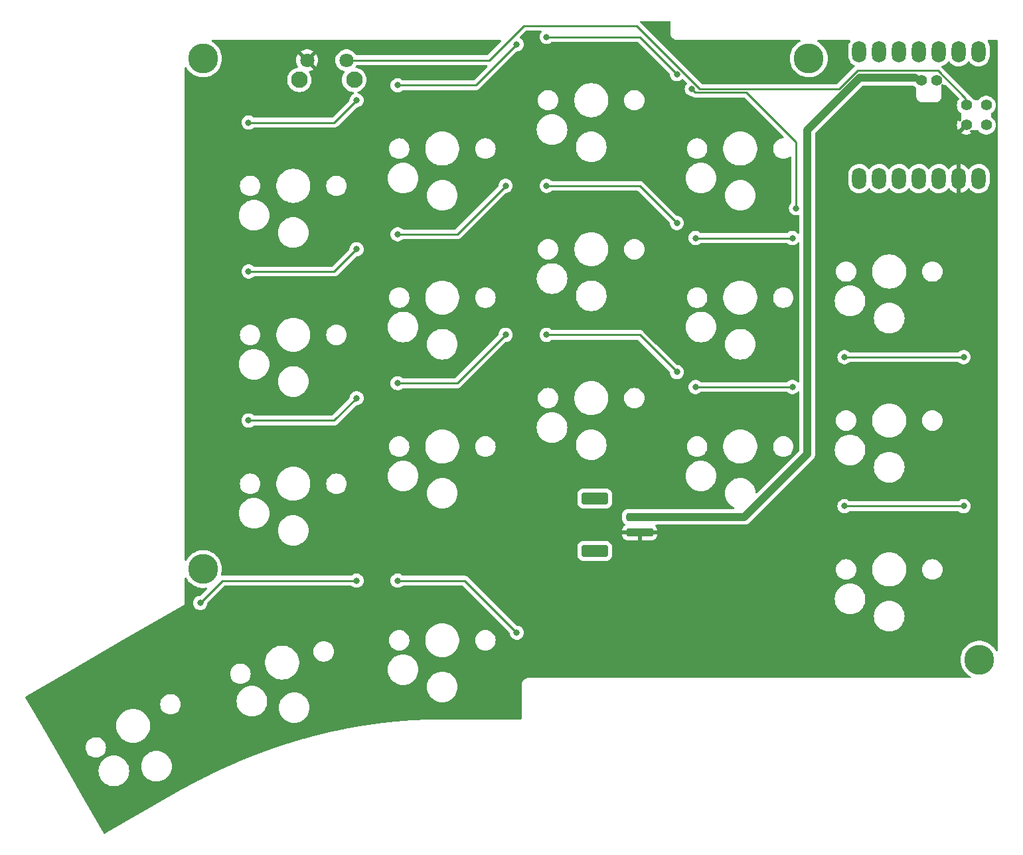
<source format=gbr>
%TF.GenerationSoftware,KiCad,Pcbnew,7.0.1*%
%TF.CreationDate,2023-05-27T21:35:13-04:00*%
%TF.ProjectId,pcb-right,7063622d-7269-4676-9874-2e6b69636164,0.3*%
%TF.SameCoordinates,Original*%
%TF.FileFunction,Copper,L1,Top*%
%TF.FilePolarity,Positive*%
%FSLAX46Y46*%
G04 Gerber Fmt 4.6, Leading zero omitted, Abs format (unit mm)*
G04 Created by KiCad (PCBNEW 7.0.1) date 2023-05-27 21:35:13*
%MOMM*%
%LPD*%
G01*
G04 APERTURE LIST*
G04 Aperture macros list*
%AMRoundRect*
0 Rectangle with rounded corners*
0 $1 Rounding radius*
0 $2 $3 $4 $5 $6 $7 $8 $9 X,Y pos of 4 corners*
0 Add a 4 corners polygon primitive as box body*
4,1,4,$2,$3,$4,$5,$6,$7,$8,$9,$2,$3,0*
0 Add four circle primitives for the rounded corners*
1,1,$1+$1,$2,$3*
1,1,$1+$1,$4,$5*
1,1,$1+$1,$6,$7*
1,1,$1+$1,$8,$9*
0 Add four rect primitives between the rounded corners*
20,1,$1+$1,$2,$3,$4,$5,0*
20,1,$1+$1,$4,$5,$6,$7,0*
20,1,$1+$1,$6,$7,$8,$9,0*
20,1,$1+$1,$8,$9,$2,$3,0*%
G04 Aperture macros list end*
%TA.AperFunction,ComponentPad*%
%ADD10C,3.800000*%
%TD*%
%TA.AperFunction,ComponentPad*%
%ADD11C,1.800000*%
%TD*%
%TA.AperFunction,ComponentPad*%
%ADD12C,2.100000*%
%TD*%
%TA.AperFunction,SMDPad,CuDef*%
%ADD13RoundRect,0.250000X-1.500000X0.250000X-1.500000X-0.250000X1.500000X-0.250000X1.500000X0.250000X0*%
%TD*%
%TA.AperFunction,SMDPad,CuDef*%
%ADD14RoundRect,0.250001X-1.449999X0.499999X-1.449999X-0.499999X1.449999X-0.499999X1.449999X0.499999X0*%
%TD*%
%TA.AperFunction,ComponentPad*%
%ADD15O,1.800000X2.750000*%
%TD*%
%TA.AperFunction,ComponentPad*%
%ADD16C,1.397000*%
%TD*%
%TA.AperFunction,ViaPad*%
%ADD17C,0.800000*%
%TD*%
%TA.AperFunction,Conductor*%
%ADD18C,0.250000*%
%TD*%
%TA.AperFunction,Conductor*%
%ADD19C,1.000000*%
%TD*%
G04 APERTURE END LIST*
D10*
%TO.P,REF\u002A\u002A,1*%
%TO.N,N/C*%
X59945625Y-101001000D03*
%TD*%
%TO.P,REF\u002A\u002A,1*%
%TO.N,N/C*%
X137195625Y-35865000D03*
%TD*%
D11*
%TO.P,RSW2,1,1*%
%TO.N,RESET_R*%
X78217625Y-36095250D03*
%TO.P,RSW2,2,2*%
%TO.N,GND_R*%
X73217625Y-36095250D03*
D12*
%TO.P,RSW2,MP*%
%TO.N,N/C*%
X72217625Y-38595250D03*
X79217625Y-38595250D03*
%TD*%
D13*
%TO.P,J2,1,Pin_1*%
%TO.N,VBAT_R*%
X115627625Y-94336000D03*
%TO.P,J2,2,Pin_2*%
%TO.N,GND_R*%
X115627625Y-96336000D03*
D14*
%TO.P,J2,MP*%
%TO.N,N/C*%
X109877625Y-91986000D03*
X109877625Y-98686000D03*
%TD*%
D10*
%TO.P,REF\u002A\u002A,1*%
%TO.N,N/C*%
X158945625Y-112540000D03*
%TD*%
D15*
%TO.P,U2,1,A2/0.02_H*%
%TO.N,unconnected-(U2-A2{slash}0.02_H-Pad1)*%
X158865625Y-34995000D03*
%TO.P,U2,2,A4/0.03_H*%
%TO.N,unconnected-(U2-A4{slash}0.03_H-Pad2)*%
X156325625Y-34995000D03*
%TO.P,U2,3,A10/0.28*%
%TO.N,COL0_R*%
X153785625Y-34995000D03*
%TO.P,U2,4,A11/0.29*%
%TO.N,COL1_R*%
X151245625Y-34995000D03*
%TO.P,U2,5,A8_SDA/0.04_H*%
%TO.N,COL2_R*%
X148705625Y-34995000D03*
%TO.P,U2,6,A9_SCL/0.05_H*%
%TO.N,COL3_R*%
X146165625Y-34995000D03*
%TO.P,U2,7,B8_TX/1.11*%
%TO.N,COL4_R*%
X143625625Y-34995000D03*
%TO.P,U2,8,B9_RX/1.12*%
%TO.N,ROW0_R*%
X143625625Y-51185000D03*
%TO.P,U2,9,A7_SCK/1.13*%
%TO.N,ROW1_R*%
X146165625Y-51185000D03*
%TO.P,U2,10,A5_MISO/1.14*%
%TO.N,ROW2_R*%
X148705625Y-51185000D03*
%TO.P,U2,11,A6_MOSI/1.15*%
%TO.N,ROW3_R*%
X151245625Y-51185000D03*
%TO.P,U2,12,3V3*%
%TO.N,unconnected-(U2-3V3-Pad12)*%
X153785625Y-51185000D03*
%TO.P,U2,13,GND*%
%TO.N,GND_R*%
X156325625Y-51185000D03*
%TO.P,U2,14,5V*%
%TO.N,unconnected-(U2-5V-Pad14)*%
X158865625Y-51185000D03*
D16*
%TO.P,U2,15,A31_SWDIO*%
%TO.N,unconnected-(U2-A31_SWDIO-Pad15)*%
X159817625Y-41820000D03*
%TO.P,U2,16,A30_SWCLK*%
%TO.N,unconnected-(U2-A30_SWCLK-Pad16)*%
X159817625Y-44360000D03*
%TO.P,U2,17,RESET*%
%TO.N,RESET_R*%
X157277625Y-41820000D03*
%TO.P,U2,18,GND*%
%TO.N,GND_R*%
X157277625Y-44360000D03*
%TO.P,U2,19,BAT*%
%TO.N,VBAT_R*%
X151562625Y-38645000D03*
%TO.P,U2,20,GND*%
%TO.N,GND_R*%
X153467625Y-38645000D03*
%TD*%
D10*
%TO.P,REF\u002A\u002A,1*%
%TO.N,N/C*%
X59945625Y-35865000D03*
%TD*%
D17*
%TO.N,ROW0_R*%
X135570625Y-54965000D03*
X99945625Y-34065000D03*
X120370625Y-37865000D03*
X65745625Y-44040000D03*
X84745625Y-39290000D03*
X79520625Y-41190000D03*
X103745625Y-33115000D03*
X122270625Y-39765000D03*
%TO.N,ROW1_R*%
X141745625Y-73965000D03*
X122745625Y-58765000D03*
X65745625Y-63040000D03*
X103745625Y-52115000D03*
X156945625Y-73965000D03*
X135095625Y-58765000D03*
X120370625Y-56865000D03*
X98520625Y-52115000D03*
X79520625Y-60190000D03*
X84745625Y-58290000D03*
%TO.N,ROW2_R*%
X120370625Y-75865000D03*
X84745625Y-77290000D03*
X156945625Y-92965000D03*
X98520625Y-71115000D03*
X135095625Y-77765000D03*
X79520625Y-79190000D03*
X65745625Y-82040000D03*
X141745625Y-92965000D03*
X122745625Y-77765000D03*
X103745625Y-71115000D03*
%TO.N,ROW3_R*%
X99945625Y-109115000D03*
X59570625Y-105315000D03*
X79520625Y-102465000D03*
X84745625Y-102465000D03*
%TO.N,GND_R*%
X154570625Y-59715000D03*
X156945625Y-59715000D03*
X152195625Y-59715000D03*
X130345625Y-36440000D03*
X156945625Y-97715000D03*
X152195625Y-95815000D03*
X156945625Y-95815000D03*
X123220625Y-36440000D03*
X132720625Y-36440000D03*
X152195625Y-97715000D03*
X127970625Y-36440000D03*
X156945625Y-78715000D03*
X156945625Y-57815000D03*
X125595625Y-34540000D03*
X152195625Y-78715000D03*
X152195625Y-76815000D03*
X127970625Y-34540000D03*
X154570625Y-95815000D03*
X156945625Y-76815000D03*
X123220625Y-34540000D03*
X132720625Y-34540000D03*
X154570625Y-57815000D03*
X120845625Y-34540000D03*
X154570625Y-78715000D03*
X154570625Y-97715000D03*
X125595625Y-36440000D03*
X130345625Y-34540000D03*
X152195625Y-57815000D03*
X154570625Y-76815000D03*
%TD*%
D18*
%TO.N,ROW0_R*%
X65745625Y-44040000D02*
X76670625Y-44040000D01*
X99945625Y-34065000D02*
X94720625Y-39290000D01*
X129221125Y-40215000D02*
X135570625Y-46564500D01*
X115620625Y-33115000D02*
X120370625Y-37865000D01*
X122720625Y-40215000D02*
X129221125Y-40215000D01*
X76670625Y-44040000D02*
X79520625Y-41190000D01*
X122270625Y-39765000D02*
X122720625Y-40215000D01*
X94720625Y-39290000D02*
X84745625Y-39290000D01*
X135570625Y-46564500D02*
X135570625Y-54965000D01*
X103745625Y-33115000D02*
X115620625Y-33115000D01*
%TO.N,ROW1_R*%
X76670625Y-63040000D02*
X79520625Y-60190000D01*
X122745625Y-58765000D02*
X135095625Y-58765000D01*
X141745625Y-73965000D02*
X156945625Y-73965000D01*
X115620625Y-52115000D02*
X120370625Y-56865000D01*
X84745625Y-58290000D02*
X92345625Y-58290000D01*
X65745625Y-63040000D02*
X76670625Y-63040000D01*
X103745625Y-52115000D02*
X115620625Y-52115000D01*
X92345625Y-58290000D02*
X98520625Y-52115000D01*
%TO.N,ROW2_R*%
X103745625Y-71115000D02*
X115620625Y-71115000D01*
X122745625Y-77765000D02*
X135095625Y-77765000D01*
X65745625Y-82040000D02*
X76670625Y-82040000D01*
X84745625Y-77290000D02*
X92345625Y-77290000D01*
X76670625Y-82040000D02*
X79520625Y-79190000D01*
X92345625Y-77290000D02*
X98520625Y-71115000D01*
X115620625Y-71115000D02*
X120370625Y-75865000D01*
X141745625Y-92965000D02*
X156945625Y-92965000D01*
%TO.N,ROW3_R*%
X62420625Y-102465000D02*
X59570625Y-105315000D01*
X84745625Y-102465000D02*
X93295625Y-102465000D01*
X79520625Y-102465000D02*
X62420625Y-102465000D01*
X93295625Y-102465000D02*
X99945625Y-109115000D01*
D19*
%TO.N,VBAT_R*%
X128974625Y-94336000D02*
X136995625Y-86315000D01*
X115627625Y-94336000D02*
X128974625Y-94336000D01*
X136995625Y-44990000D02*
X143645625Y-38340000D01*
X150672698Y-38340000D02*
X150680457Y-38325167D01*
X143645625Y-38340000D02*
X150672698Y-38340000D01*
X136995625Y-86315000D02*
X136995625Y-44990000D01*
D18*
%TO.N,RESET_R*%
X157184425Y-40914352D02*
X153660073Y-37390000D01*
X153660073Y-37390000D02*
X143428899Y-37390000D01*
X143428899Y-37390000D02*
X141053899Y-39765000D01*
X115220930Y-31690000D02*
X100826116Y-31690000D01*
X96420866Y-36095250D02*
X78217625Y-36095250D01*
X123295930Y-39765000D02*
X115220930Y-31690000D01*
X100826116Y-31690000D02*
X96420866Y-36095250D01*
X157184425Y-41348538D02*
X157184425Y-40914352D01*
X141053899Y-39765000D02*
X123295930Y-39765000D01*
%TD*%
%TA.AperFunction,Conductor*%
%TO.N,GND_R*%
G36*
X103030382Y-32328432D02*
G01*
X103074017Y-32364530D01*
X103097051Y-32416265D01*
X103094679Y-32472846D01*
X103067397Y-32522472D01*
X103013091Y-32582784D01*
X102918445Y-32746715D01*
X102859951Y-32926742D01*
X102840165Y-33115000D01*
X102859951Y-33303257D01*
X102918445Y-33483284D01*
X103013091Y-33647216D01*
X103139754Y-33787889D01*
X103292894Y-33899151D01*
X103465822Y-33976144D01*
X103650977Y-34015500D01*
X103650979Y-34015500D01*
X103840271Y-34015500D01*
X103840273Y-34015500D01*
X103963709Y-33989262D01*
X104025428Y-33976144D01*
X104198355Y-33899151D01*
X104351496Y-33787888D01*
X104357223Y-33781526D01*
X104398937Y-33751220D01*
X104449372Y-33740500D01*
X115310173Y-33740500D01*
X115357626Y-33749939D01*
X115397854Y-33776819D01*
X119431663Y-37810629D01*
X119455902Y-37844926D01*
X119467303Y-37885348D01*
X119484951Y-38053257D01*
X119543445Y-38233284D01*
X119638091Y-38397216D01*
X119764754Y-38537889D01*
X119917894Y-38649151D01*
X120090822Y-38726144D01*
X120275977Y-38765500D01*
X120275979Y-38765500D01*
X120465271Y-38765500D01*
X120465273Y-38765500D01*
X120588708Y-38739262D01*
X120650428Y-38726144D01*
X120823355Y-38649151D01*
X120976496Y-38537888D01*
X120987485Y-38525682D01*
X121043375Y-38490074D01*
X121109629Y-38488338D01*
X121167314Y-38520974D01*
X121616465Y-38970125D01*
X121647980Y-39023627D01*
X121649606Y-39085700D01*
X121620934Y-39140778D01*
X121538091Y-39232783D01*
X121443445Y-39396715D01*
X121384951Y-39576742D01*
X121365165Y-39765000D01*
X121384951Y-39953257D01*
X121443445Y-40133284D01*
X121538091Y-40297216D01*
X121664754Y-40437889D01*
X121817894Y-40549151D01*
X121990822Y-40626144D01*
X122175977Y-40665500D01*
X122175979Y-40665500D01*
X122237521Y-40665500D01*
X122283169Y-40674208D01*
X122322403Y-40699107D01*
X122339492Y-40715154D01*
X122350043Y-40725062D01*
X122367595Y-40734711D01*
X122383863Y-40745397D01*
X122399689Y-40757673D01*
X122439771Y-40775017D01*
X122450258Y-40780155D01*
X122488532Y-40801197D01*
X122497035Y-40803379D01*
X122507933Y-40806178D01*
X122526338Y-40812478D01*
X122544729Y-40820437D01*
X122587875Y-40827270D01*
X122599293Y-40829635D01*
X122641606Y-40840500D01*
X122661641Y-40840500D01*
X122681040Y-40842027D01*
X122700821Y-40845160D01*
X122744299Y-40841050D01*
X122755969Y-40840500D01*
X128910673Y-40840500D01*
X128958126Y-40849939D01*
X128998354Y-40876819D01*
X133973454Y-45851919D01*
X134003704Y-45901282D01*
X134008246Y-45958998D01*
X133986091Y-46012485D01*
X133942068Y-46050085D01*
X133894067Y-46061608D01*
X133894200Y-46063128D01*
X133718778Y-46078475D01*
X133498818Y-46137413D01*
X133292439Y-46233650D01*
X133105905Y-46364262D01*
X132944890Y-46525277D01*
X132944887Y-46525280D01*
X132944887Y-46525281D01*
X132865757Y-46638291D01*
X132814274Y-46711816D01*
X132718038Y-46918193D01*
X132659100Y-47138153D01*
X132639253Y-47365000D01*
X132659100Y-47591846D01*
X132716619Y-47806512D01*
X132718038Y-47811805D01*
X132814275Y-48018185D01*
X132944887Y-48204719D01*
X133105906Y-48365738D01*
X133292440Y-48496350D01*
X133498820Y-48592587D01*
X133718776Y-48651524D01*
X133803791Y-48658962D01*
X133888805Y-48666400D01*
X133888807Y-48666400D01*
X134002443Y-48666400D01*
X134002445Y-48666400D01*
X134070455Y-48660449D01*
X134172474Y-48651524D01*
X134392430Y-48592587D01*
X134598810Y-48496350D01*
X134750004Y-48390482D01*
X134813015Y-48368324D01*
X134878382Y-48382070D01*
X134927134Y-48427731D01*
X134945125Y-48492059D01*
X134945125Y-54266313D01*
X134936889Y-54310751D01*
X134913277Y-54349282D01*
X134880170Y-54386051D01*
X134838089Y-54432786D01*
X134743445Y-54596715D01*
X134684951Y-54776742D01*
X134665165Y-54964999D01*
X134684951Y-55153257D01*
X134743445Y-55333284D01*
X134838091Y-55497216D01*
X134964754Y-55637889D01*
X135117894Y-55749151D01*
X135290822Y-55826144D01*
X135475977Y-55865500D01*
X135475979Y-55865500D01*
X135665271Y-55865500D01*
X135665273Y-55865500D01*
X135845344Y-55827225D01*
X135900072Y-55827941D01*
X135949161Y-55852149D01*
X135983046Y-55895132D01*
X135995125Y-55948515D01*
X135995125Y-58095188D01*
X135981014Y-58152637D01*
X135941894Y-58197010D01*
X135886667Y-58218210D01*
X135827902Y-58211411D01*
X135778975Y-58178161D01*
X135744164Y-58139500D01*
X135701496Y-58092112D01*
X135701492Y-58092109D01*
X135548355Y-57980848D01*
X135375427Y-57903855D01*
X135190273Y-57864500D01*
X135190271Y-57864500D01*
X135000979Y-57864500D01*
X135000977Y-57864500D01*
X134815822Y-57903855D01*
X134642897Y-57980847D01*
X134582126Y-58025000D01*
X134489754Y-58092112D01*
X134484026Y-58098473D01*
X134442313Y-58128780D01*
X134391878Y-58139500D01*
X123449372Y-58139500D01*
X123398937Y-58128780D01*
X123357223Y-58098473D01*
X123351496Y-58092112D01*
X123198355Y-57980849D01*
X123198354Y-57980848D01*
X123198352Y-57980847D01*
X123025427Y-57903855D01*
X122840273Y-57864500D01*
X122840271Y-57864500D01*
X122650979Y-57864500D01*
X122650977Y-57864500D01*
X122465822Y-57903855D01*
X122292894Y-57980848D01*
X122139754Y-58092110D01*
X122013091Y-58232783D01*
X121918445Y-58396715D01*
X121859951Y-58576742D01*
X121840165Y-58765000D01*
X121859951Y-58953257D01*
X121918445Y-59133284D01*
X122013091Y-59297216D01*
X122139754Y-59437889D01*
X122292894Y-59549151D01*
X122465822Y-59626144D01*
X122650977Y-59665500D01*
X122650979Y-59665500D01*
X122840271Y-59665500D01*
X122840273Y-59665500D01*
X122963708Y-59639262D01*
X123025428Y-59626144D01*
X123198355Y-59549151D01*
X123351496Y-59437888D01*
X123357223Y-59431526D01*
X123398937Y-59401220D01*
X123449372Y-59390500D01*
X134391878Y-59390500D01*
X134442313Y-59401220D01*
X134484026Y-59431526D01*
X134489754Y-59437888D01*
X134642895Y-59549151D01*
X134642896Y-59549151D01*
X134642897Y-59549152D01*
X134815822Y-59626144D01*
X135000977Y-59665500D01*
X135000979Y-59665500D01*
X135190271Y-59665500D01*
X135190273Y-59665500D01*
X135313708Y-59639262D01*
X135375428Y-59626144D01*
X135548355Y-59549151D01*
X135701496Y-59437888D01*
X135778975Y-59351838D01*
X135827902Y-59318589D01*
X135886667Y-59311790D01*
X135941894Y-59332990D01*
X135981014Y-59377363D01*
X135995125Y-59434812D01*
X135995125Y-77095188D01*
X135981014Y-77152637D01*
X135941894Y-77197010D01*
X135886667Y-77218210D01*
X135827902Y-77211411D01*
X135778975Y-77178161D01*
X135744164Y-77139500D01*
X135701496Y-77092112D01*
X135701492Y-77092109D01*
X135548355Y-76980848D01*
X135375427Y-76903855D01*
X135190273Y-76864500D01*
X135190271Y-76864500D01*
X135000979Y-76864500D01*
X135000977Y-76864500D01*
X134815822Y-76903855D01*
X134642897Y-76980847D01*
X134582126Y-77025000D01*
X134489754Y-77092112D01*
X134484026Y-77098473D01*
X134442313Y-77128780D01*
X134391878Y-77139500D01*
X123449372Y-77139500D01*
X123398937Y-77128780D01*
X123357223Y-77098473D01*
X123351496Y-77092112D01*
X123198355Y-76980849D01*
X123198354Y-76980848D01*
X123198352Y-76980847D01*
X123025427Y-76903855D01*
X122840273Y-76864500D01*
X122840271Y-76864500D01*
X122650979Y-76864500D01*
X122650977Y-76864500D01*
X122465822Y-76903855D01*
X122292894Y-76980848D01*
X122139754Y-77092110D01*
X122013091Y-77232783D01*
X121918445Y-77396715D01*
X121859951Y-77576742D01*
X121845321Y-77715942D01*
X121840165Y-77765000D01*
X121848309Y-77842485D01*
X121859951Y-77953257D01*
X121918445Y-78133284D01*
X122013091Y-78297216D01*
X122139754Y-78437889D01*
X122292894Y-78549151D01*
X122465822Y-78626144D01*
X122650977Y-78665500D01*
X122650979Y-78665500D01*
X122840271Y-78665500D01*
X122840273Y-78665500D01*
X122963708Y-78639262D01*
X123025428Y-78626144D01*
X123198355Y-78549151D01*
X123351496Y-78437888D01*
X123357223Y-78431526D01*
X123398937Y-78401220D01*
X123449372Y-78390500D01*
X134391878Y-78390500D01*
X134442313Y-78401220D01*
X134484026Y-78431526D01*
X134489754Y-78437888D01*
X134642895Y-78549151D01*
X134642896Y-78549151D01*
X134642897Y-78549152D01*
X134815822Y-78626144D01*
X135000977Y-78665500D01*
X135000979Y-78665500D01*
X135190271Y-78665500D01*
X135190273Y-78665500D01*
X135313708Y-78639262D01*
X135375428Y-78626144D01*
X135548355Y-78549151D01*
X135701496Y-78437888D01*
X135778975Y-78351838D01*
X135827902Y-78318589D01*
X135886667Y-78311790D01*
X135941894Y-78332990D01*
X135981014Y-78377363D01*
X135995125Y-78434812D01*
X135995125Y-85849217D01*
X135985686Y-85896670D01*
X135958806Y-85936898D01*
X130605089Y-91290614D01*
X130557406Y-91320305D01*
X130501515Y-91325910D01*
X130448886Y-91306280D01*
X130410317Y-91265443D01*
X130393724Y-91211779D01*
X130381203Y-91036706D01*
X130321896Y-90764077D01*
X130224394Y-90502663D01*
X130090681Y-90257787D01*
X129923480Y-90034432D01*
X129726193Y-89837145D01*
X129614515Y-89753544D01*
X129502836Y-89669942D01*
X129327749Y-89574338D01*
X129257962Y-89536231D01*
X128996548Y-89438729D01*
X128996543Y-89438727D01*
X128723919Y-89379422D01*
X128515283Y-89364500D01*
X128515282Y-89364500D01*
X128375968Y-89364500D01*
X128375967Y-89364500D01*
X128167330Y-89379422D01*
X127894706Y-89438727D01*
X127763995Y-89487479D01*
X127633288Y-89536231D01*
X127633285Y-89536232D01*
X127633284Y-89536233D01*
X127388413Y-89669942D01*
X127165054Y-89837147D01*
X126967772Y-90034429D01*
X126800567Y-90257788D01*
X126725333Y-90395570D01*
X126666856Y-90502663D01*
X126633216Y-90592855D01*
X126569352Y-90764081D01*
X126510047Y-91036705D01*
X126490142Y-91314999D01*
X126510047Y-91593294D01*
X126569352Y-91865918D01*
X126569354Y-91865923D01*
X126666856Y-92127337D01*
X126666858Y-92127340D01*
X126800567Y-92372211D01*
X126811748Y-92387147D01*
X126967770Y-92595568D01*
X127165057Y-92792855D01*
X127332573Y-92918255D01*
X127388413Y-92960057D01*
X127499575Y-93020756D01*
X127633288Y-93093769D01*
X127637444Y-93095319D01*
X127692306Y-93135781D01*
X127717490Y-93199126D01*
X127705386Y-93266212D01*
X127659652Y-93316762D01*
X127594109Y-93335500D01*
X114077616Y-93335500D01*
X113974828Y-93346000D01*
X113808290Y-93401186D01*
X113658967Y-93493288D01*
X113534913Y-93617342D01*
X113442811Y-93766665D01*
X113387625Y-93933202D01*
X113377125Y-94035991D01*
X113377125Y-94636008D01*
X113387625Y-94738796D01*
X113442811Y-94905334D01*
X113534913Y-95054657D01*
X113658967Y-95178711D01*
X113743343Y-95230754D01*
X113786524Y-95275861D01*
X113802247Y-95336292D01*
X113786525Y-95396724D01*
X113743344Y-95441831D01*
X113659280Y-95493682D01*
X113535308Y-95617654D01*
X113443267Y-95766877D01*
X113388118Y-95933303D01*
X113377625Y-96036021D01*
X113377625Y-96086000D01*
X117877624Y-96086000D01*
X117877624Y-96036021D01*
X117867131Y-95933304D01*
X117811982Y-95766877D01*
X117719941Y-95617654D01*
X117650468Y-95548181D01*
X117620218Y-95498818D01*
X117615676Y-95441102D01*
X117637831Y-95387615D01*
X117681854Y-95350015D01*
X117738149Y-95336500D01*
X128960346Y-95336500D01*
X128963487Y-95336539D01*
X129050988Y-95338757D01*
X129109057Y-95328348D01*
X129118361Y-95327043D01*
X129177063Y-95321074D01*
X129206092Y-95311965D01*
X129221325Y-95308226D01*
X129251278Y-95302858D01*
X129306051Y-95280978D01*
X129314926Y-95277819D01*
X129337252Y-95270814D01*
X129371213Y-95260159D01*
X129397819Y-95245390D01*
X129411987Y-95238662D01*
X129440242Y-95227377D01*
X129489504Y-95194909D01*
X129497535Y-95190043D01*
X129549127Y-95161409D01*
X129572212Y-95141589D01*
X129584739Y-95132144D01*
X129610144Y-95115402D01*
X129651876Y-95073668D01*
X129658748Y-95067300D01*
X129703520Y-95028866D01*
X129722149Y-95004798D01*
X129732508Y-94993036D01*
X131760544Y-92965000D01*
X140840165Y-92965000D01*
X140859951Y-93153257D01*
X140918445Y-93333284D01*
X141013091Y-93497216D01*
X141139754Y-93637889D01*
X141292894Y-93749151D01*
X141465822Y-93826144D01*
X141650977Y-93865500D01*
X141650979Y-93865500D01*
X141840271Y-93865500D01*
X141840273Y-93865500D01*
X141963708Y-93839262D01*
X142025428Y-93826144D01*
X142198355Y-93749151D01*
X142351496Y-93637888D01*
X142357223Y-93631526D01*
X142398937Y-93601220D01*
X142449372Y-93590500D01*
X156241878Y-93590500D01*
X156292313Y-93601220D01*
X156334026Y-93631526D01*
X156339754Y-93637888D01*
X156492895Y-93749151D01*
X156492896Y-93749151D01*
X156492897Y-93749152D01*
X156665822Y-93826144D01*
X156850977Y-93865500D01*
X156850979Y-93865500D01*
X157040271Y-93865500D01*
X157040273Y-93865500D01*
X157163708Y-93839262D01*
X157225428Y-93826144D01*
X157398355Y-93749151D01*
X157551496Y-93637888D01*
X157678158Y-93497216D01*
X157772804Y-93333284D01*
X157831299Y-93153256D01*
X157851085Y-92965000D01*
X157831299Y-92776744D01*
X157772804Y-92596716D01*
X157772804Y-92596715D01*
X157678158Y-92432783D01*
X157551495Y-92292110D01*
X157398355Y-92180848D01*
X157225427Y-92103855D01*
X157040273Y-92064500D01*
X157040271Y-92064500D01*
X156850979Y-92064500D01*
X156850977Y-92064500D01*
X156665822Y-92103855D01*
X156492897Y-92180847D01*
X156460222Y-92204587D01*
X156339754Y-92292112D01*
X156334026Y-92298473D01*
X156292313Y-92328780D01*
X156241878Y-92339500D01*
X142449372Y-92339500D01*
X142398937Y-92328780D01*
X142357223Y-92298473D01*
X142351496Y-92292112D01*
X142198355Y-92180849D01*
X142198354Y-92180848D01*
X142198352Y-92180847D01*
X142025427Y-92103855D01*
X141840273Y-92064500D01*
X141840271Y-92064500D01*
X141650979Y-92064500D01*
X141650977Y-92064500D01*
X141465822Y-92103855D01*
X141292894Y-92180848D01*
X141139754Y-92292110D01*
X141013091Y-92432783D01*
X140918445Y-92596715D01*
X140859951Y-92776742D01*
X140840165Y-92965000D01*
X131760544Y-92965000D01*
X136735544Y-87989999D01*
X145490142Y-87989999D01*
X145510047Y-88268294D01*
X145569352Y-88540918D01*
X145569354Y-88540923D01*
X145666856Y-88802337D01*
X145685623Y-88836706D01*
X145800567Y-89047211D01*
X145852535Y-89116632D01*
X145967770Y-89270568D01*
X146165057Y-89467855D01*
X146256397Y-89536231D01*
X146388413Y-89635057D01*
X146458798Y-89673490D01*
X146633288Y-89768769D01*
X146894702Y-89866271D01*
X146894705Y-89866271D01*
X146894706Y-89866272D01*
X146933508Y-89874712D01*
X147167331Y-89925578D01*
X147361045Y-89939432D01*
X147375967Y-89940500D01*
X147375968Y-89940500D01*
X147515282Y-89940500D01*
X147515283Y-89940500D01*
X147529208Y-89939503D01*
X147723919Y-89925578D01*
X147996548Y-89866271D01*
X148257962Y-89768769D01*
X148502838Y-89635056D01*
X148726193Y-89467855D01*
X148923480Y-89270568D01*
X149090681Y-89047213D01*
X149224394Y-88802337D01*
X149321896Y-88540923D01*
X149381203Y-88268294D01*
X149401107Y-87990000D01*
X149381203Y-87711706D01*
X149321896Y-87439077D01*
X149224394Y-87177663D01*
X149090681Y-86932787D01*
X149082336Y-86921640D01*
X148993562Y-86803051D01*
X148923480Y-86709432D01*
X148726193Y-86512145D01*
X148598748Y-86416741D01*
X148502836Y-86344942D01*
X148317393Y-86243683D01*
X148257962Y-86211231D01*
X147996548Y-86113729D01*
X147996543Y-86113727D01*
X147723919Y-86054422D01*
X147515283Y-86039500D01*
X147515282Y-86039500D01*
X147375968Y-86039500D01*
X147375967Y-86039500D01*
X147167330Y-86054422D01*
X146894706Y-86113727D01*
X146763995Y-86162479D01*
X146633288Y-86211231D01*
X146633285Y-86211232D01*
X146633284Y-86211233D01*
X146388413Y-86344942D01*
X146165054Y-86512147D01*
X145967772Y-86709429D01*
X145800567Y-86932788D01*
X145666858Y-87177659D01*
X145666856Y-87177663D01*
X145633216Y-87267855D01*
X145569352Y-87439081D01*
X145510047Y-87711705D01*
X145490142Y-87989999D01*
X136735544Y-87989999D01*
X137693014Y-87032529D01*
X137695184Y-87030413D01*
X137758678Y-86970059D01*
X137792384Y-86921630D01*
X137798053Y-86914113D01*
X137835323Y-86868407D01*
X137849408Y-86841439D01*
X137857543Y-86828015D01*
X137863998Y-86818740D01*
X137874920Y-86803049D01*
X137898193Y-86748815D01*
X137902223Y-86740331D01*
X137929533Y-86688051D01*
X137929534Y-86688049D01*
X137937903Y-86658797D01*
X137943159Y-86644032D01*
X137955165Y-86616058D01*
X137967043Y-86558256D01*
X137969276Y-86549156D01*
X137985512Y-86492418D01*
X137987822Y-86462077D01*
X137990001Y-86446535D01*
X137996125Y-86416741D01*
X137996125Y-86357758D01*
X137996483Y-86348344D01*
X137997048Y-86340918D01*
X138000962Y-86289524D01*
X137997118Y-86259348D01*
X137996125Y-86243683D01*
X137996125Y-85790000D01*
X140490142Y-85790000D01*
X140510047Y-86068294D01*
X140569352Y-86340918D01*
X140578609Y-86365737D01*
X140666856Y-86602337D01*
X140675328Y-86617852D01*
X140800567Y-86847211D01*
X140853389Y-86917773D01*
X140967770Y-87070568D01*
X141165057Y-87267855D01*
X141256397Y-87336231D01*
X141388413Y-87435057D01*
X141452304Y-87469944D01*
X141633288Y-87568769D01*
X141894702Y-87666271D01*
X141894705Y-87666271D01*
X141894706Y-87666272D01*
X141933508Y-87674712D01*
X142167331Y-87725578D01*
X142361045Y-87739432D01*
X142375967Y-87740500D01*
X142375968Y-87740500D01*
X142515282Y-87740500D01*
X142515283Y-87740500D01*
X142529208Y-87739503D01*
X142723919Y-87725578D01*
X142996548Y-87666271D01*
X143257962Y-87568769D01*
X143502838Y-87435056D01*
X143726193Y-87267855D01*
X143923480Y-87070568D01*
X144090681Y-86847213D01*
X144224394Y-86602337D01*
X144321896Y-86340923D01*
X144381203Y-86068294D01*
X144401107Y-85790000D01*
X144381203Y-85511706D01*
X144321896Y-85239077D01*
X144224394Y-84977663D01*
X144090681Y-84732787D01*
X144074982Y-84711816D01*
X143935344Y-84525281D01*
X143923480Y-84509432D01*
X143726193Y-84312145D01*
X143562822Y-84189847D01*
X143502836Y-84144942D01*
X143327749Y-84049338D01*
X143257962Y-84011231D01*
X142996548Y-83913729D01*
X142996543Y-83913727D01*
X142723919Y-83854422D01*
X142515283Y-83839500D01*
X142515282Y-83839500D01*
X142375968Y-83839500D01*
X142375967Y-83839500D01*
X142167330Y-83854422D01*
X141894706Y-83913727D01*
X141763995Y-83962479D01*
X141633288Y-84011231D01*
X141633285Y-84011232D01*
X141633284Y-84011233D01*
X141388413Y-84144942D01*
X141165054Y-84312147D01*
X140967772Y-84509429D01*
X140800567Y-84732788D01*
X140666858Y-84977659D01*
X140666856Y-84977663D01*
X140618105Y-85108369D01*
X140569352Y-85239081D01*
X140510047Y-85511705D01*
X140490142Y-85790000D01*
X137996125Y-85790000D01*
X137996125Y-82039999D01*
X140639253Y-82039999D01*
X140659100Y-82266846D01*
X140718038Y-82486806D01*
X140802421Y-82667764D01*
X140814275Y-82693185D01*
X140944887Y-82879719D01*
X141105906Y-83040738D01*
X141292440Y-83171350D01*
X141498820Y-83267587D01*
X141718776Y-83326524D01*
X141803791Y-83333961D01*
X141888805Y-83341400D01*
X141888807Y-83341400D01*
X142002443Y-83341400D01*
X142002445Y-83341400D01*
X142070455Y-83335449D01*
X142172474Y-83326524D01*
X142392430Y-83267587D01*
X142598810Y-83171350D01*
X142785344Y-83040738D01*
X142946363Y-82879719D01*
X143076975Y-82693186D01*
X143173212Y-82486805D01*
X143232149Y-82266849D01*
X143239040Y-82188090D01*
X145280625Y-82188090D01*
X145320954Y-82481509D01*
X145320955Y-82481512D01*
X145400863Y-82766709D01*
X145518862Y-83038368D01*
X145672752Y-83291430D01*
X145859668Y-83521181D01*
X146076127Y-83723339D01*
X146117208Y-83752337D01*
X146318096Y-83894141D01*
X146445133Y-83959965D01*
X146581071Y-84030403D01*
X146581074Y-84030404D01*
X146860149Y-84129587D01*
X146934042Y-84144942D01*
X147150135Y-84189847D01*
X147371665Y-84205000D01*
X147519584Y-84205000D01*
X147519585Y-84205000D01*
X147741115Y-84189847D01*
X148031100Y-84129587D01*
X148310179Y-84030403D01*
X148573153Y-83894141D01*
X148815123Y-83723339D01*
X149031582Y-83521181D01*
X149218498Y-83291430D01*
X149372388Y-83038368D01*
X149490387Y-82766709D01*
X149570295Y-82481512D01*
X149610625Y-82188090D01*
X149610625Y-82039999D01*
X151639253Y-82039999D01*
X151659100Y-82266846D01*
X151718038Y-82486806D01*
X151802421Y-82667764D01*
X151814275Y-82693185D01*
X151944887Y-82879719D01*
X152105906Y-83040738D01*
X152292440Y-83171350D01*
X152498820Y-83267587D01*
X152718776Y-83326524D01*
X152803791Y-83333961D01*
X152888805Y-83341400D01*
X152888807Y-83341400D01*
X153002443Y-83341400D01*
X153002445Y-83341400D01*
X153070455Y-83335449D01*
X153172474Y-83326524D01*
X153392430Y-83267587D01*
X153598810Y-83171350D01*
X153785344Y-83040738D01*
X153946363Y-82879719D01*
X154076975Y-82693186D01*
X154173212Y-82486805D01*
X154232149Y-82266849D01*
X154251996Y-82040000D01*
X154232149Y-81813151D01*
X154173212Y-81593195D01*
X154076975Y-81386815D01*
X153946363Y-81200281D01*
X153785344Y-81039262D01*
X153598810Y-80908650D01*
X153523086Y-80873339D01*
X153392431Y-80812413D01*
X153172471Y-80753475D01*
X153002445Y-80738600D01*
X153002443Y-80738600D01*
X152888807Y-80738600D01*
X152888805Y-80738600D01*
X152718778Y-80753475D01*
X152498818Y-80812413D01*
X152292439Y-80908650D01*
X152105905Y-81039262D01*
X151944890Y-81200277D01*
X151944887Y-81200280D01*
X151944887Y-81200281D01*
X151823618Y-81373472D01*
X151814274Y-81386816D01*
X151718038Y-81593193D01*
X151659100Y-81813153D01*
X151639253Y-82039999D01*
X149610625Y-82039999D01*
X149610625Y-81891910D01*
X149570295Y-81598488D01*
X149490387Y-81313291D01*
X149372388Y-81041632D01*
X149218498Y-80788570D01*
X149031582Y-80558819D01*
X148815123Y-80356661D01*
X148765098Y-80321349D01*
X148573153Y-80185858D01*
X148327981Y-80058821D01*
X148310179Y-80049597D01*
X148310178Y-80049596D01*
X148310175Y-80049595D01*
X148031100Y-79950412D01*
X147741117Y-79890153D01*
X147593428Y-79880051D01*
X147519585Y-79875000D01*
X147371665Y-79875000D01*
X147316282Y-79878788D01*
X147150132Y-79890153D01*
X146860149Y-79950412D01*
X146581074Y-80049595D01*
X146318096Y-80185858D01*
X146076129Y-80356659D01*
X145859665Y-80558822D01*
X145672751Y-80788571D01*
X145518862Y-81041631D01*
X145408833Y-81294942D01*
X145400863Y-81313291D01*
X145389177Y-81355000D01*
X145320954Y-81598490D01*
X145280625Y-81891910D01*
X145280625Y-82188090D01*
X143239040Y-82188090D01*
X143251996Y-82040000D01*
X143232149Y-81813151D01*
X143173212Y-81593195D01*
X143076975Y-81386815D01*
X142946363Y-81200281D01*
X142785344Y-81039262D01*
X142598810Y-80908650D01*
X142523086Y-80873339D01*
X142392431Y-80812413D01*
X142172471Y-80753475D01*
X142002445Y-80738600D01*
X142002443Y-80738600D01*
X141888807Y-80738600D01*
X141888805Y-80738600D01*
X141718778Y-80753475D01*
X141498818Y-80812413D01*
X141292439Y-80908650D01*
X141105905Y-81039262D01*
X140944890Y-81200277D01*
X140944887Y-81200280D01*
X140944887Y-81200281D01*
X140823618Y-81373472D01*
X140814274Y-81386816D01*
X140718038Y-81593193D01*
X140659100Y-81813153D01*
X140639253Y-82039999D01*
X137996125Y-82039999D01*
X137996125Y-73965000D01*
X140840165Y-73965000D01*
X140859951Y-74153257D01*
X140918445Y-74333284D01*
X141013091Y-74497216D01*
X141139754Y-74637889D01*
X141292894Y-74749151D01*
X141465822Y-74826144D01*
X141650977Y-74865500D01*
X141650979Y-74865500D01*
X141840271Y-74865500D01*
X141840273Y-74865500D01*
X141963708Y-74839262D01*
X142025428Y-74826144D01*
X142198355Y-74749151D01*
X142351496Y-74637888D01*
X142357223Y-74631526D01*
X142398937Y-74601220D01*
X142449372Y-74590500D01*
X156241878Y-74590500D01*
X156292313Y-74601220D01*
X156334026Y-74631526D01*
X156339754Y-74637888D01*
X156492895Y-74749151D01*
X156492896Y-74749151D01*
X156492897Y-74749152D01*
X156665822Y-74826144D01*
X156850977Y-74865500D01*
X156850979Y-74865500D01*
X157040271Y-74865500D01*
X157040273Y-74865500D01*
X157163708Y-74839262D01*
X157225428Y-74826144D01*
X157398355Y-74749151D01*
X157551496Y-74637888D01*
X157678158Y-74497216D01*
X157772804Y-74333284D01*
X157831299Y-74153256D01*
X157851085Y-73965000D01*
X157831299Y-73776744D01*
X157772804Y-73596716D01*
X157772804Y-73596715D01*
X157678158Y-73432783D01*
X157551495Y-73292110D01*
X157398355Y-73180848D01*
X157225427Y-73103855D01*
X157040273Y-73064500D01*
X157040271Y-73064500D01*
X156850979Y-73064500D01*
X156850977Y-73064500D01*
X156665822Y-73103855D01*
X156492897Y-73180847D01*
X156460222Y-73204587D01*
X156339754Y-73292112D01*
X156334026Y-73298473D01*
X156292313Y-73328780D01*
X156241878Y-73339500D01*
X142449372Y-73339500D01*
X142398937Y-73328780D01*
X142357223Y-73298473D01*
X142351496Y-73292112D01*
X142198355Y-73180849D01*
X142198354Y-73180848D01*
X142198352Y-73180847D01*
X142025427Y-73103855D01*
X141840273Y-73064500D01*
X141840271Y-73064500D01*
X141650979Y-73064500D01*
X141650977Y-73064500D01*
X141465822Y-73103855D01*
X141292894Y-73180848D01*
X141139754Y-73292110D01*
X141013091Y-73432783D01*
X140918445Y-73596715D01*
X140859951Y-73776742D01*
X140840165Y-73965000D01*
X137996125Y-73965000D01*
X137996125Y-68990000D01*
X145490142Y-68990000D01*
X145510047Y-69268294D01*
X145569352Y-69540918D01*
X145569354Y-69540923D01*
X145666856Y-69802337D01*
X145685623Y-69836706D01*
X145800567Y-70047211D01*
X145852535Y-70116632D01*
X145967770Y-70270568D01*
X146165057Y-70467855D01*
X146256397Y-70536231D01*
X146388413Y-70635057D01*
X146458798Y-70673490D01*
X146633288Y-70768769D01*
X146894702Y-70866271D01*
X146894705Y-70866271D01*
X146894706Y-70866272D01*
X146933508Y-70874712D01*
X147167331Y-70925578D01*
X147361045Y-70939432D01*
X147375967Y-70940500D01*
X147375968Y-70940500D01*
X147515282Y-70940500D01*
X147515283Y-70940500D01*
X147529208Y-70939503D01*
X147723919Y-70925578D01*
X147996548Y-70866271D01*
X148257962Y-70768769D01*
X148502838Y-70635056D01*
X148726193Y-70467855D01*
X148923480Y-70270568D01*
X149090681Y-70047213D01*
X149224394Y-69802337D01*
X149321896Y-69540923D01*
X149381203Y-69268294D01*
X149401107Y-68990000D01*
X149381203Y-68711706D01*
X149321896Y-68439077D01*
X149224394Y-68177663D01*
X149090681Y-67932787D01*
X148923480Y-67709432D01*
X148726193Y-67512145D01*
X148530616Y-67365738D01*
X148502836Y-67344942D01*
X148327749Y-67249338D01*
X148257962Y-67211231D01*
X147996548Y-67113729D01*
X147996543Y-67113727D01*
X147723919Y-67054422D01*
X147515283Y-67039500D01*
X147515282Y-67039500D01*
X147375968Y-67039500D01*
X147375967Y-67039500D01*
X147167330Y-67054422D01*
X146894706Y-67113727D01*
X146763995Y-67162479D01*
X146633288Y-67211231D01*
X146633285Y-67211232D01*
X146633284Y-67211233D01*
X146388413Y-67344942D01*
X146165054Y-67512147D01*
X145967772Y-67709429D01*
X145800567Y-67932788D01*
X145666858Y-68177659D01*
X145666856Y-68177663D01*
X145633216Y-68267855D01*
X145569352Y-68439081D01*
X145510047Y-68711705D01*
X145490142Y-68990000D01*
X137996125Y-68990000D01*
X137996125Y-66790000D01*
X140490142Y-66790000D01*
X140510047Y-67068294D01*
X140569352Y-67340918D01*
X140578609Y-67365737D01*
X140666856Y-67602337D01*
X140675328Y-67617852D01*
X140800567Y-67847211D01*
X140854133Y-67918766D01*
X140967770Y-68070568D01*
X141165057Y-68267855D01*
X141256397Y-68336231D01*
X141388413Y-68435057D01*
X141452304Y-68469944D01*
X141633288Y-68568769D01*
X141894702Y-68666271D01*
X141894705Y-68666271D01*
X141894706Y-68666272D01*
X141933508Y-68674712D01*
X142167331Y-68725578D01*
X142361045Y-68739432D01*
X142375967Y-68740500D01*
X142375968Y-68740500D01*
X142515282Y-68740500D01*
X142515283Y-68740500D01*
X142529208Y-68739503D01*
X142723919Y-68725578D01*
X142996548Y-68666271D01*
X143257962Y-68568769D01*
X143502838Y-68435056D01*
X143726193Y-68267855D01*
X143923480Y-68070568D01*
X144090681Y-67847213D01*
X144224394Y-67602337D01*
X144321896Y-67340923D01*
X144381203Y-67068294D01*
X144401107Y-66790000D01*
X144381203Y-66511706D01*
X144321896Y-66239077D01*
X144224394Y-65977663D01*
X144090681Y-65732787D01*
X144074982Y-65711816D01*
X143935344Y-65525281D01*
X143923480Y-65509432D01*
X143726193Y-65312145D01*
X143562822Y-65189847D01*
X143502836Y-65144942D01*
X143327749Y-65049338D01*
X143257962Y-65011231D01*
X142996548Y-64913729D01*
X142996543Y-64913727D01*
X142723919Y-64854422D01*
X142515283Y-64839500D01*
X142515282Y-64839500D01*
X142375968Y-64839500D01*
X142375967Y-64839500D01*
X142167330Y-64854422D01*
X141894706Y-64913727D01*
X141763994Y-64962480D01*
X141633288Y-65011231D01*
X141633285Y-65011232D01*
X141633284Y-65011233D01*
X141388413Y-65144942D01*
X141165054Y-65312147D01*
X140967772Y-65509429D01*
X140800567Y-65732788D01*
X140666858Y-65977659D01*
X140666856Y-65977663D01*
X140618105Y-66108369D01*
X140569352Y-66239081D01*
X140510047Y-66511705D01*
X140490142Y-66790000D01*
X137996125Y-66790000D01*
X137996125Y-63039999D01*
X140639253Y-63039999D01*
X140659100Y-63266846D01*
X140718038Y-63486806D01*
X140802421Y-63667764D01*
X140814275Y-63693185D01*
X140944887Y-63879719D01*
X141105906Y-64040738D01*
X141292440Y-64171350D01*
X141498820Y-64267587D01*
X141718776Y-64326524D01*
X141803791Y-64333961D01*
X141888805Y-64341400D01*
X141888807Y-64341400D01*
X142002443Y-64341400D01*
X142002445Y-64341400D01*
X142070455Y-64335449D01*
X142172474Y-64326524D01*
X142392430Y-64267587D01*
X142598810Y-64171350D01*
X142785344Y-64040738D01*
X142946363Y-63879719D01*
X143076975Y-63693186D01*
X143173212Y-63486805D01*
X143232149Y-63266849D01*
X143239040Y-63188090D01*
X145280625Y-63188090D01*
X145320954Y-63481509D01*
X145320955Y-63481512D01*
X145400863Y-63766709D01*
X145518862Y-64038368D01*
X145672752Y-64291430D01*
X145859668Y-64521181D01*
X146076127Y-64723339D01*
X146117208Y-64752337D01*
X146318096Y-64894141D01*
X146445133Y-64959965D01*
X146581071Y-65030403D01*
X146581074Y-65030404D01*
X146860149Y-65129587D01*
X146934042Y-65144942D01*
X147150135Y-65189847D01*
X147371665Y-65205000D01*
X147519584Y-65205000D01*
X147519585Y-65205000D01*
X147741115Y-65189847D01*
X148031100Y-65129587D01*
X148310179Y-65030403D01*
X148573153Y-64894141D01*
X148815123Y-64723339D01*
X149031582Y-64521181D01*
X149218498Y-64291430D01*
X149372388Y-64038368D01*
X149490387Y-63766709D01*
X149570295Y-63481512D01*
X149610625Y-63188090D01*
X149610625Y-63039999D01*
X151639253Y-63039999D01*
X151659100Y-63266846D01*
X151718038Y-63486806D01*
X151802421Y-63667764D01*
X151814275Y-63693185D01*
X151944887Y-63879719D01*
X152105906Y-64040738D01*
X152292440Y-64171350D01*
X152498820Y-64267587D01*
X152718776Y-64326524D01*
X152803791Y-64333961D01*
X152888805Y-64341400D01*
X152888807Y-64341400D01*
X153002443Y-64341400D01*
X153002445Y-64341400D01*
X153070455Y-64335449D01*
X153172474Y-64326524D01*
X153392430Y-64267587D01*
X153598810Y-64171350D01*
X153785344Y-64040738D01*
X153946363Y-63879719D01*
X154076975Y-63693186D01*
X154173212Y-63486805D01*
X154232149Y-63266849D01*
X154251996Y-63040000D01*
X154232149Y-62813151D01*
X154173212Y-62593195D01*
X154076975Y-62386815D01*
X153946363Y-62200281D01*
X153785344Y-62039262D01*
X153598810Y-61908650D01*
X153523086Y-61873339D01*
X153392431Y-61812413D01*
X153172471Y-61753475D01*
X153002445Y-61738600D01*
X153002443Y-61738600D01*
X152888807Y-61738600D01*
X152888805Y-61738600D01*
X152718778Y-61753475D01*
X152498818Y-61812413D01*
X152292439Y-61908650D01*
X152105905Y-62039262D01*
X151944890Y-62200277D01*
X151944887Y-62200280D01*
X151944887Y-62200281D01*
X151823618Y-62373472D01*
X151814274Y-62386816D01*
X151718038Y-62593193D01*
X151659100Y-62813153D01*
X151639253Y-63039999D01*
X149610625Y-63039999D01*
X149610625Y-62891910D01*
X149570295Y-62598488D01*
X149490387Y-62313291D01*
X149372388Y-62041632D01*
X149218498Y-61788570D01*
X149031582Y-61558819D01*
X148815123Y-61356661D01*
X148765098Y-61321349D01*
X148573153Y-61185858D01*
X148327981Y-61058821D01*
X148310179Y-61049597D01*
X148310178Y-61049596D01*
X148310175Y-61049595D01*
X148031100Y-60950412D01*
X147741117Y-60890153D01*
X147593428Y-60880050D01*
X147519585Y-60875000D01*
X147371665Y-60875000D01*
X147316282Y-60878788D01*
X147150132Y-60890153D01*
X146860149Y-60950412D01*
X146581074Y-61049595D01*
X146318096Y-61185858D01*
X146076129Y-61356659D01*
X145859665Y-61558822D01*
X145672751Y-61788571D01*
X145518862Y-62041631D01*
X145408833Y-62294942D01*
X145400863Y-62313291D01*
X145389177Y-62355000D01*
X145320954Y-62598490D01*
X145280625Y-62891910D01*
X145280625Y-63188090D01*
X143239040Y-63188090D01*
X143251996Y-63040000D01*
X143232149Y-62813151D01*
X143173212Y-62593195D01*
X143076975Y-62386815D01*
X142946363Y-62200281D01*
X142785344Y-62039262D01*
X142598810Y-61908650D01*
X142523086Y-61873339D01*
X142392431Y-61812413D01*
X142172471Y-61753475D01*
X142002445Y-61738600D01*
X142002443Y-61738600D01*
X141888807Y-61738600D01*
X141888805Y-61738600D01*
X141718778Y-61753475D01*
X141498818Y-61812413D01*
X141292439Y-61908650D01*
X141105905Y-62039262D01*
X140944890Y-62200277D01*
X140944887Y-62200280D01*
X140944887Y-62200281D01*
X140823618Y-62373472D01*
X140814274Y-62386816D01*
X140718038Y-62593193D01*
X140659100Y-62813153D01*
X140639253Y-63039999D01*
X137996125Y-63039999D01*
X137996125Y-51719501D01*
X142225125Y-51719501D01*
X142240278Y-51897539D01*
X142300349Y-52128250D01*
X142398547Y-52345485D01*
X142467217Y-52447086D01*
X142532046Y-52543003D01*
X142697004Y-52715118D01*
X142888678Y-52856879D01*
X143101551Y-52964207D01*
X143329502Y-53034016D01*
X143565971Y-53064298D01*
X143804157Y-53054180D01*
X144037206Y-53003954D01*
X144258415Y-52915064D01*
X144461420Y-52790069D01*
X144640380Y-52632564D01*
X144790148Y-52447080D01*
X144790154Y-52447068D01*
X144790179Y-52447042D01*
X144796779Y-52438869D01*
X144797474Y-52439430D01*
X144833392Y-52401952D01*
X144893144Y-52383651D01*
X144954234Y-52396815D01*
X145001145Y-52438102D01*
X145031683Y-52483284D01*
X145072046Y-52543003D01*
X145237004Y-52715118D01*
X145428678Y-52856879D01*
X145641551Y-52964207D01*
X145869502Y-53034016D01*
X146105971Y-53064298D01*
X146344157Y-53054180D01*
X146577206Y-53003954D01*
X146798415Y-52915064D01*
X147001420Y-52790069D01*
X147180380Y-52632564D01*
X147330148Y-52447080D01*
X147330154Y-52447068D01*
X147330179Y-52447042D01*
X147336779Y-52438869D01*
X147337474Y-52439430D01*
X147373392Y-52401952D01*
X147433144Y-52383651D01*
X147494234Y-52396815D01*
X147541145Y-52438102D01*
X147571683Y-52483284D01*
X147612046Y-52543003D01*
X147777004Y-52715118D01*
X147968678Y-52856879D01*
X148181551Y-52964207D01*
X148409502Y-53034016D01*
X148645971Y-53064298D01*
X148884157Y-53054180D01*
X149117206Y-53003954D01*
X149338415Y-52915064D01*
X149541420Y-52790069D01*
X149720380Y-52632564D01*
X149870148Y-52447080D01*
X149870154Y-52447068D01*
X149870179Y-52447042D01*
X149876779Y-52438869D01*
X149877474Y-52439430D01*
X149913392Y-52401952D01*
X149973144Y-52383651D01*
X150034234Y-52396815D01*
X150081145Y-52438102D01*
X150111683Y-52483284D01*
X150152046Y-52543003D01*
X150317004Y-52715118D01*
X150508678Y-52856879D01*
X150721551Y-52964207D01*
X150949502Y-53034016D01*
X151185971Y-53064298D01*
X151424157Y-53054180D01*
X151657206Y-53003954D01*
X151878415Y-52915064D01*
X152081420Y-52790069D01*
X152260380Y-52632564D01*
X152410148Y-52447080D01*
X152410154Y-52447068D01*
X152410179Y-52447042D01*
X152416779Y-52438869D01*
X152417474Y-52439430D01*
X152453392Y-52401952D01*
X152513144Y-52383651D01*
X152574234Y-52396815D01*
X152621145Y-52438102D01*
X152651683Y-52483284D01*
X152692046Y-52543003D01*
X152857004Y-52715118D01*
X153048678Y-52856879D01*
X153261551Y-52964207D01*
X153489502Y-53034016D01*
X153725971Y-53064298D01*
X153964157Y-53054180D01*
X154197206Y-53003954D01*
X154418415Y-52915064D01*
X154621420Y-52790069D01*
X154800380Y-52632564D01*
X154950148Y-52447080D01*
X154950426Y-52446581D01*
X154951221Y-52445752D01*
X154956779Y-52438869D01*
X154957364Y-52439341D01*
X154993664Y-52401464D01*
X155053416Y-52383162D01*
X155114506Y-52396326D01*
X155161418Y-52437613D01*
X155232436Y-52542687D01*
X155397336Y-52714741D01*
X155588940Y-52856450D01*
X155801738Y-52963741D01*
X156029607Y-53033525D01*
X156075625Y-53039418D01*
X156075625Y-53038265D01*
X156575625Y-53038265D01*
X156737059Y-53003473D01*
X156958187Y-52914616D01*
X157161122Y-52789664D01*
X157340019Y-52632215D01*
X157489727Y-52446806D01*
X157489838Y-52446608D01*
X157490151Y-52446281D01*
X157496363Y-52438588D01*
X157497017Y-52439116D01*
X157533076Y-52401489D01*
X157592829Y-52383187D01*
X157653919Y-52396351D01*
X157700831Y-52437638D01*
X157771832Y-52542687D01*
X157772046Y-52543003D01*
X157937004Y-52715118D01*
X158128678Y-52856879D01*
X158341551Y-52964207D01*
X158569502Y-53034016D01*
X158805971Y-53064298D01*
X159044157Y-53054180D01*
X159277206Y-53003954D01*
X159498415Y-52915064D01*
X159701420Y-52790069D01*
X159880380Y-52632564D01*
X160030148Y-52447080D01*
X160146415Y-52238954D01*
X160225836Y-52014171D01*
X160233940Y-51966910D01*
X160266125Y-51779203D01*
X160266125Y-50650499D01*
X160250971Y-50472460D01*
X160190900Y-50241749D01*
X160092702Y-50024514D01*
X159959204Y-49826997D01*
X159794245Y-49654881D01*
X159602572Y-49513121D01*
X159389699Y-49405793D01*
X159161748Y-49335984D01*
X158925279Y-49305702D01*
X158925275Y-49305702D01*
X158687095Y-49315819D01*
X158454043Y-49366046D01*
X158232836Y-49454935D01*
X158029828Y-49579932D01*
X157850871Y-49737434D01*
X157701097Y-49922926D01*
X157700814Y-49923434D01*
X157700014Y-49924268D01*
X157694473Y-49931131D01*
X157693888Y-49930658D01*
X157657573Y-49968544D01*
X157597823Y-49986839D01*
X157536738Y-49973671D01*
X157489831Y-49932387D01*
X157418813Y-49827312D01*
X157253913Y-49655258D01*
X157062309Y-49513549D01*
X156849511Y-49406258D01*
X156621642Y-49336474D01*
X156575625Y-49330582D01*
X156575625Y-53038265D01*
X156075625Y-53038265D01*
X156075625Y-49331735D01*
X156075624Y-49331734D01*
X155914190Y-49366526D01*
X155693062Y-49455383D01*
X155490127Y-49580335D01*
X155311233Y-49737781D01*
X155161513Y-49923207D01*
X155161401Y-49923409D01*
X155161083Y-49923740D01*
X155154889Y-49931412D01*
X155154235Y-49930884D01*
X155118160Y-49968519D01*
X155058410Y-49986814D01*
X154997325Y-49973646D01*
X154950418Y-49932362D01*
X154949266Y-49930658D01*
X154879204Y-49826997D01*
X154714246Y-49654882D01*
X154522572Y-49513121D01*
X154309699Y-49405793D01*
X154081748Y-49335984D01*
X153845279Y-49305702D01*
X153845275Y-49305702D01*
X153607095Y-49315819D01*
X153374043Y-49366046D01*
X153152836Y-49454935D01*
X152949828Y-49579932D01*
X152770871Y-49737434D01*
X152770869Y-49737437D01*
X152621102Y-49922920D01*
X152621100Y-49922922D01*
X152621097Y-49922927D01*
X152621086Y-49922947D01*
X152621054Y-49922979D01*
X152614473Y-49931131D01*
X152613778Y-49930570D01*
X152577844Y-49968056D01*
X152518094Y-49986350D01*
X152457010Y-49973182D01*
X152410104Y-49931897D01*
X152339206Y-49826999D01*
X152174245Y-49654881D01*
X151982572Y-49513121D01*
X151769699Y-49405793D01*
X151541748Y-49335984D01*
X151305279Y-49305702D01*
X151305275Y-49305702D01*
X151067095Y-49315819D01*
X150834043Y-49366046D01*
X150612836Y-49454935D01*
X150409828Y-49579932D01*
X150230871Y-49737434D01*
X150230869Y-49737437D01*
X150081102Y-49922920D01*
X150081100Y-49922922D01*
X150081097Y-49922927D01*
X150081086Y-49922947D01*
X150081054Y-49922979D01*
X150074473Y-49931131D01*
X150073778Y-49930570D01*
X150037844Y-49968056D01*
X149978094Y-49986350D01*
X149917010Y-49973182D01*
X149870104Y-49931897D01*
X149799206Y-49826999D01*
X149634245Y-49654881D01*
X149442572Y-49513121D01*
X149229699Y-49405793D01*
X149001748Y-49335984D01*
X148765279Y-49305702D01*
X148765275Y-49305702D01*
X148527095Y-49315819D01*
X148294043Y-49366046D01*
X148072836Y-49454935D01*
X147869828Y-49579932D01*
X147690871Y-49737434D01*
X147690869Y-49737437D01*
X147541102Y-49922920D01*
X147541100Y-49922922D01*
X147541097Y-49922927D01*
X147541086Y-49922947D01*
X147541054Y-49922979D01*
X147534473Y-49931131D01*
X147533778Y-49930570D01*
X147497844Y-49968056D01*
X147438094Y-49986350D01*
X147377010Y-49973182D01*
X147330104Y-49931897D01*
X147259206Y-49826999D01*
X147094245Y-49654881D01*
X146902572Y-49513121D01*
X146689699Y-49405793D01*
X146461748Y-49335984D01*
X146225279Y-49305702D01*
X146225275Y-49305702D01*
X145987095Y-49315819D01*
X145754043Y-49366046D01*
X145532836Y-49454935D01*
X145329828Y-49579932D01*
X145150871Y-49737434D01*
X145150869Y-49737437D01*
X145001102Y-49922920D01*
X145001100Y-49922922D01*
X145001097Y-49922927D01*
X145001086Y-49922947D01*
X145001054Y-49922979D01*
X144994473Y-49931131D01*
X144993778Y-49930570D01*
X144957844Y-49968056D01*
X144898094Y-49986350D01*
X144837010Y-49973182D01*
X144790104Y-49931897D01*
X144719206Y-49826999D01*
X144554245Y-49654881D01*
X144362572Y-49513121D01*
X144149699Y-49405793D01*
X143921748Y-49335984D01*
X143685279Y-49305702D01*
X143685275Y-49305702D01*
X143447095Y-49315819D01*
X143214043Y-49366046D01*
X142992836Y-49454935D01*
X142789828Y-49579932D01*
X142610868Y-49737437D01*
X142461105Y-49922914D01*
X142344833Y-50131048D01*
X142265412Y-50355831D01*
X142225125Y-50590797D01*
X142225125Y-51719501D01*
X137996125Y-51719501D01*
X137996125Y-45455783D01*
X138005564Y-45408330D01*
X138032444Y-45368102D01*
X144023726Y-39376819D01*
X144063954Y-39349939D01*
X144111407Y-39340500D01*
X150523623Y-39340500D01*
X150578895Y-39353500D01*
X150622577Y-39389773D01*
X150672757Y-39456223D01*
X150836967Y-39605920D01*
X150849403Y-39613620D01*
X150892454Y-39658708D01*
X150908125Y-39719047D01*
X150908125Y-40625613D01*
X150908099Y-40625743D01*
X150908100Y-40753974D01*
X150938135Y-40904963D01*
X150997051Y-41047191D01*
X151082583Y-41175193D01*
X151191447Y-41284051D01*
X151319452Y-41369573D01*
X151461682Y-41428478D01*
X151461683Y-41428478D01*
X151461685Y-41428479D01*
X151612677Y-41458504D01*
X151689651Y-41458500D01*
X153264859Y-41458500D01*
X153264885Y-41458503D01*
X153283065Y-41458502D01*
X153283068Y-41458503D01*
X153289261Y-41458502D01*
X153289388Y-41458527D01*
X153340651Y-41458524D01*
X153340651Y-41458525D01*
X153417622Y-41458520D01*
X153568602Y-41428479D01*
X153710822Y-41369561D01*
X153838815Y-41284031D01*
X153947664Y-41175175D01*
X154033186Y-41047176D01*
X154092094Y-40904953D01*
X154122125Y-40753970D01*
X154122125Y-40677000D01*
X154122125Y-40619417D01*
X154122125Y-39245309D01*
X154135640Y-39189014D01*
X154173240Y-39144991D01*
X154226727Y-39122836D01*
X154284443Y-39127378D01*
X154333806Y-39157628D01*
X154475413Y-39299235D01*
X154479596Y-39293697D01*
X154535542Y-39252123D01*
X154605077Y-39247298D01*
X154666228Y-39280745D01*
X155498412Y-40112930D01*
X156314255Y-40928773D01*
X156344739Y-40978863D01*
X156348799Y-41037359D01*
X156325529Y-41091180D01*
X156253844Y-41186107D01*
X156154800Y-41385015D01*
X156093990Y-41598737D01*
X156073488Y-41820000D01*
X156093990Y-42041262D01*
X156154800Y-42254984D01*
X156253844Y-42453893D01*
X156387757Y-42631223D01*
X156551967Y-42780920D01*
X156564403Y-42788620D01*
X156607454Y-42833708D01*
X156623125Y-42894047D01*
X156623125Y-43759690D01*
X156609610Y-43815985D01*
X156572010Y-43860008D01*
X156518523Y-43882163D01*
X156460807Y-43877621D01*
X156411444Y-43847371D01*
X156269835Y-43705762D01*
X156269834Y-43705762D01*
X156254274Y-43726367D01*
X156155269Y-43925196D01*
X156094484Y-44138830D01*
X156073991Y-44359999D01*
X156094484Y-44581169D01*
X156155268Y-44794801D01*
X156254275Y-44993632D01*
X156269835Y-45014235D01*
X156915719Y-44368353D01*
X156965084Y-44338102D01*
X157022799Y-44333561D01*
X157023625Y-44333692D01*
X157030773Y-44332559D01*
X157057156Y-44331229D01*
X157058547Y-44331308D01*
X157096205Y-44322520D01*
X157104949Y-44320810D01*
X157148929Y-44313846D01*
X157148930Y-44313845D01*
X157149153Y-44313810D01*
X157176743Y-44303731D01*
X157187474Y-44301228D01*
X157249691Y-44302754D01*
X157303331Y-44334315D01*
X157334881Y-44387961D01*
X157336394Y-44450178D01*
X157333892Y-44460895D01*
X157323810Y-44488491D01*
X157316816Y-44532652D01*
X157315099Y-44541429D01*
X157306316Y-44579067D01*
X157306396Y-44580473D01*
X157305066Y-44606842D01*
X157303932Y-44614001D01*
X157304064Y-44614832D01*
X157299520Y-44672546D01*
X157269271Y-44721906D01*
X156625385Y-45365790D01*
X156625386Y-45365791D01*
X156741115Y-45437447D01*
X156948235Y-45517685D01*
X157166570Y-45558500D01*
X157388680Y-45558500D01*
X157607014Y-45517685D01*
X157814131Y-45437448D01*
X157929863Y-45365790D01*
X157790254Y-45226181D01*
X157760004Y-45176818D01*
X157755462Y-45119102D01*
X157777617Y-45065615D01*
X157821640Y-45028015D01*
X157877935Y-45014500D01*
X158747661Y-45014500D01*
X158802933Y-45027500D01*
X158846615Y-45063773D01*
X158927757Y-45171223D01*
X159091969Y-45320922D01*
X159178655Y-45374595D01*
X159280895Y-45437899D01*
X159488097Y-45518170D01*
X159706521Y-45559000D01*
X159928727Y-45559000D01*
X159928729Y-45559000D01*
X160147153Y-45518170D01*
X160354355Y-45437899D01*
X160543280Y-45320922D01*
X160687443Y-45189500D01*
X160707492Y-45171223D01*
X160790489Y-45061317D01*
X160841403Y-44993896D01*
X160841403Y-44993894D01*
X160841405Y-44993893D01*
X160940449Y-44794984D01*
X161001259Y-44581262D01*
X161008608Y-44501950D01*
X161021762Y-44360000D01*
X161001688Y-44143372D01*
X161001259Y-44138737D01*
X160940449Y-43925015D01*
X160841405Y-43726106D01*
X160707492Y-43548776D01*
X160543282Y-43399079D01*
X160530847Y-43391380D01*
X160487796Y-43346292D01*
X160472125Y-43285953D01*
X160472125Y-42894047D01*
X160487796Y-42833708D01*
X160530847Y-42788620D01*
X160543280Y-42780922D01*
X160707493Y-42631222D01*
X160841403Y-42453896D01*
X160841403Y-42453894D01*
X160841405Y-42453893D01*
X160940449Y-42254984D01*
X161001259Y-42041262D01*
X161004464Y-42006667D01*
X161021762Y-41820000D01*
X161001259Y-41598740D01*
X161001259Y-41598737D01*
X160940449Y-41385015D01*
X160841405Y-41186106D01*
X160707492Y-41008776D01*
X160543280Y-40859077D01*
X160354357Y-40742102D01*
X160354355Y-40742101D01*
X160147153Y-40661830D01*
X159928729Y-40621000D01*
X159706521Y-40621000D01*
X159488097Y-40661829D01*
X159488097Y-40661830D01*
X159280892Y-40742102D01*
X159091969Y-40859077D01*
X158927757Y-41008776D01*
X158846615Y-41116227D01*
X158802933Y-41152500D01*
X158747661Y-41165500D01*
X158347589Y-41165500D01*
X158292317Y-41152500D01*
X158248635Y-41116227D01*
X158167492Y-41008776D01*
X158003282Y-40859079D01*
X157819974Y-40745580D01*
X157786505Y-40715154D01*
X157766176Y-40674748D01*
X157763042Y-40663962D01*
X157752846Y-40646721D01*
X157744288Y-40629254D01*
X157736911Y-40610620D01*
X157711223Y-40575264D01*
X157704834Y-40565536D01*
X157682595Y-40527931D01*
X157668430Y-40513766D01*
X157655794Y-40498972D01*
X157644020Y-40482766D01*
X157644019Y-40482765D01*
X157610360Y-40454920D01*
X157601730Y-40447066D01*
X154166885Y-37012221D01*
X154135810Y-36960220D01*
X154133079Y-36899704D01*
X154159342Y-36845115D01*
X154208328Y-36809484D01*
X154418415Y-36725064D01*
X154621420Y-36600069D01*
X154800380Y-36442564D01*
X154950148Y-36257080D01*
X154950154Y-36257068D01*
X154950179Y-36257042D01*
X154956779Y-36248869D01*
X154957474Y-36249430D01*
X154993392Y-36211952D01*
X155053144Y-36193651D01*
X155114234Y-36206815D01*
X155161145Y-36248102D01*
X155214166Y-36326549D01*
X155232046Y-36353003D01*
X155397004Y-36525118D01*
X155588678Y-36666879D01*
X155801551Y-36774207D01*
X156029502Y-36844016D01*
X156265971Y-36874298D01*
X156504157Y-36864180D01*
X156737206Y-36813954D01*
X156958415Y-36725064D01*
X157161420Y-36600069D01*
X157340380Y-36442564D01*
X157490148Y-36257080D01*
X157490154Y-36257068D01*
X157490179Y-36257042D01*
X157496779Y-36248869D01*
X157497474Y-36249430D01*
X157533392Y-36211952D01*
X157593144Y-36193651D01*
X157654234Y-36206815D01*
X157701145Y-36248102D01*
X157754166Y-36326549D01*
X157772046Y-36353003D01*
X157937004Y-36525118D01*
X158128678Y-36666879D01*
X158341551Y-36774207D01*
X158569502Y-36844016D01*
X158805971Y-36874298D01*
X159044157Y-36864180D01*
X159277206Y-36813954D01*
X159498415Y-36725064D01*
X159701420Y-36600069D01*
X159880380Y-36442564D01*
X160030148Y-36257080D01*
X160146415Y-36048954D01*
X160225836Y-35824171D01*
X160225837Y-35824168D01*
X160266125Y-35589203D01*
X160266125Y-34460499D01*
X160250971Y-34282460D01*
X160234316Y-34218496D01*
X160194350Y-34065000D01*
X160190900Y-34051749D01*
X160092702Y-33834514D01*
X160035539Y-33749939D01*
X160006136Y-33706436D01*
X159985047Y-33643577D01*
X159999359Y-33578837D01*
X160044982Y-33530726D01*
X160108872Y-33513000D01*
X161142417Y-33513000D01*
X161175500Y-33513000D01*
X161237500Y-33529613D01*
X161282887Y-33575000D01*
X161299500Y-33637000D01*
X161299500Y-111349598D01*
X161281833Y-111413389D01*
X161233867Y-111459002D01*
X161169269Y-111473441D01*
X161106447Y-111452592D01*
X161063301Y-111402394D01*
X161053356Y-111381260D01*
X160936008Y-111196350D01*
X160891510Y-111126232D01*
X160698974Y-110893496D01*
X160640206Y-110838309D01*
X160478785Y-110686723D01*
X160234420Y-110509183D01*
X159969727Y-110363667D01*
X159688887Y-110252474D01*
X159396325Y-110177358D01*
X159096653Y-110139500D01*
X159096652Y-110139500D01*
X158794598Y-110139500D01*
X158794597Y-110139500D01*
X158494924Y-110177358D01*
X158202362Y-110252474D01*
X157921522Y-110363667D01*
X157656829Y-110509183D01*
X157412464Y-110686723D01*
X157192275Y-110893496D01*
X156999739Y-111126233D01*
X156837893Y-111381260D01*
X156709283Y-111654571D01*
X156615944Y-111941836D01*
X156559344Y-112238547D01*
X156540378Y-112540000D01*
X156559344Y-112841452D01*
X156615944Y-113138163D01*
X156709283Y-113425428D01*
X156837893Y-113698739D01*
X156962593Y-113895234D01*
X156999740Y-113953768D01*
X157103690Y-114079422D01*
X157192275Y-114186503D01*
X157412464Y-114393276D01*
X157656829Y-114570816D01*
X157808755Y-114654338D01*
X157855351Y-114699209D01*
X157873008Y-114761442D01*
X157856921Y-114824098D01*
X157811467Y-114870126D01*
X157749018Y-114887000D01*
X101361307Y-114887000D01*
X101187336Y-114921604D01*
X101023452Y-114989487D01*
X100875963Y-115088036D01*
X100750536Y-115213463D01*
X100651987Y-115360952D01*
X100584104Y-115524836D01*
X100549500Y-115698807D01*
X100549500Y-120038000D01*
X100532887Y-120100000D01*
X100487500Y-120145387D01*
X100425500Y-120162000D01*
X90491159Y-120162000D01*
X90490904Y-120161980D01*
X90449576Y-120161999D01*
X90449495Y-120162000D01*
X90422019Y-120162000D01*
X90421612Y-120161968D01*
X90380499Y-120162032D01*
X90380366Y-120162032D01*
X90352573Y-120162045D01*
X90352317Y-120162026D01*
X90343633Y-120162050D01*
X90343370Y-120162050D01*
X90340513Y-120162051D01*
X90340416Y-120162059D01*
X90312451Y-120162137D01*
X90311976Y-120162139D01*
X90311821Y-120162139D01*
X90282711Y-120162184D01*
X90282450Y-120162164D01*
X90274956Y-120162196D01*
X90274644Y-120162197D01*
X90271360Y-120162202D01*
X90271241Y-120162211D01*
X90242032Y-120162334D01*
X90241858Y-120162335D01*
X90211936Y-120162419D01*
X90211686Y-120162400D01*
X90205336Y-120162437D01*
X90204982Y-120162438D01*
X90201562Y-120162447D01*
X90201416Y-120162459D01*
X90171454Y-120162631D01*
X90171265Y-120162632D01*
X90139984Y-120162764D01*
X90139739Y-120162746D01*
X90133934Y-120162789D01*
X90133574Y-120162791D01*
X90130818Y-120162803D01*
X90130693Y-120162813D01*
X90100897Y-120163033D01*
X90099610Y-120163043D01*
X90099600Y-120163043D01*
X90099402Y-120163044D01*
X90066805Y-120163230D01*
X90066612Y-120163217D01*
X90062483Y-120163254D01*
X90062127Y-120163257D01*
X90059086Y-120163275D01*
X90058944Y-120163287D01*
X90026460Y-120163583D01*
X90026248Y-120163585D01*
X89992092Y-120163838D01*
X89991911Y-120163826D01*
X89988189Y-120163866D01*
X89987837Y-120163869D01*
X89985847Y-120163884D01*
X89985739Y-120163894D01*
X89982677Y-120163927D01*
X89982675Y-120163927D01*
X89953150Y-120164249D01*
X89951641Y-120164266D01*
X89951419Y-120164268D01*
X89915362Y-120164597D01*
X89915252Y-120164590D01*
X89913165Y-120164617D01*
X89912721Y-120164622D01*
X89911241Y-120164635D01*
X89911162Y-120164642D01*
X89875141Y-120165103D01*
X89874910Y-120165106D01*
X89836517Y-120165526D01*
X89836471Y-120165523D01*
X89835742Y-120165534D01*
X89835412Y-120165538D01*
X89834517Y-120165548D01*
X89834463Y-120165553D01*
X89827320Y-120165657D01*
X89827318Y-120165657D01*
X89799159Y-120166068D01*
X89796182Y-120166112D01*
X89795955Y-120166115D01*
X89755474Y-120166632D01*
X89755462Y-120166631D01*
X89715241Y-120167296D01*
X89715031Y-120167299D01*
X89715008Y-120167300D01*
X89712318Y-120167339D01*
X89675029Y-120167885D01*
X89674055Y-120167976D01*
X89672488Y-120168002D01*
X89671547Y-120167944D01*
X89631559Y-120168677D01*
X89631341Y-120168681D01*
X89591258Y-120169344D01*
X89590317Y-120169434D01*
X89585821Y-120169516D01*
X89584897Y-120169461D01*
X89544624Y-120170273D01*
X89544404Y-120170277D01*
X89504637Y-120171007D01*
X89503699Y-120171098D01*
X89495903Y-120171255D01*
X89494988Y-120171203D01*
X89455281Y-120172075D01*
X89455083Y-120172079D01*
X89455063Y-120172080D01*
X89441252Y-120172358D01*
X89414723Y-120172894D01*
X89413811Y-120172985D01*
X89402771Y-120173227D01*
X89401886Y-120173178D01*
X89362173Y-120174118D01*
X89361962Y-120174123D01*
X89321631Y-120175008D01*
X89320738Y-120175097D01*
X89305891Y-120175449D01*
X89305018Y-120175402D01*
X89264439Y-120176430D01*
X89264236Y-120176435D01*
X89224604Y-120177373D01*
X89223753Y-120177460D01*
X89205149Y-120177931D01*
X89204332Y-120177889D01*
X89164223Y-120178967D01*
X89164035Y-120178972D01*
X89123786Y-120179992D01*
X89122963Y-120180078D01*
X89100163Y-120180692D01*
X89099377Y-120180652D01*
X89058909Y-120181802D01*
X89058725Y-120181807D01*
X89018777Y-120182882D01*
X89017995Y-120182965D01*
X88990741Y-120183739D01*
X88990001Y-120183703D01*
X88949687Y-120184906D01*
X88949516Y-120184911D01*
X88909202Y-120186058D01*
X88908451Y-120186139D01*
X88876459Y-120187095D01*
X88875761Y-120187061D01*
X88835564Y-120188316D01*
X88835405Y-120188321D01*
X88794973Y-120189530D01*
X88794269Y-120189607D01*
X88757273Y-120190763D01*
X88756613Y-120190732D01*
X88747447Y-120191030D01*
X88716227Y-120192045D01*
X88716090Y-120192049D01*
X88675886Y-120193306D01*
X88675217Y-120193379D01*
X88632799Y-120194760D01*
X88632158Y-120194731D01*
X88591605Y-120196100D01*
X88591459Y-120196105D01*
X88551291Y-120197412D01*
X88550654Y-120197483D01*
X88502902Y-120199096D01*
X88502292Y-120199069D01*
X88461863Y-120200482D01*
X88461720Y-120200487D01*
X88421508Y-120201845D01*
X88420910Y-120201911D01*
X88367145Y-120203789D01*
X88366582Y-120203765D01*
X88325882Y-120205231D01*
X88325749Y-120205235D01*
X88285569Y-120206638D01*
X88285002Y-120206702D01*
X88225379Y-120208849D01*
X88224855Y-120208827D01*
X88184653Y-120210315D01*
X88184529Y-120210320D01*
X88184530Y-120210320D01*
X88152980Y-120211456D01*
X88152979Y-120211456D01*
X88143817Y-120211786D01*
X88143289Y-120211846D01*
X88077074Y-120214297D01*
X88076574Y-120214277D01*
X88036241Y-120215809D01*
X88036241Y-120215810D01*
X88036240Y-120215810D01*
X88027175Y-120216145D01*
X87995640Y-120217313D01*
X87995144Y-120217370D01*
X87922331Y-120220135D01*
X87921869Y-120220118D01*
X87883344Y-120221615D01*
X87881409Y-120221691D01*
X87868272Y-120222190D01*
X87840848Y-120223232D01*
X87840397Y-120223284D01*
X87760971Y-120226372D01*
X87760543Y-120226355D01*
X87720663Y-120227939D01*
X87720559Y-120227943D01*
X87679492Y-120229539D01*
X87679042Y-120229591D01*
X87592062Y-120233045D01*
X87591671Y-120233031D01*
X87552097Y-120234632D01*
X87552097Y-120234633D01*
X87510790Y-120236273D01*
X87510374Y-120236322D01*
X87416015Y-120240143D01*
X87415644Y-120240130D01*
X87375078Y-120241802D01*
X87334635Y-120243440D01*
X87334255Y-120243485D01*
X87232648Y-120247674D01*
X87232288Y-120247661D01*
X87191522Y-120249369D01*
X87191521Y-120249370D01*
X87160136Y-120250664D01*
X87160134Y-120250664D01*
X87151048Y-120251039D01*
X87150690Y-120251081D01*
X87040727Y-120255691D01*
X87040395Y-120255680D01*
X87003969Y-120257229D01*
X86999667Y-120257412D01*
X86999667Y-120257413D01*
X86959099Y-120259114D01*
X86958775Y-120259153D01*
X86837466Y-120264317D01*
X86830409Y-120264115D01*
X86798083Y-120265978D01*
X86796232Y-120266071D01*
X86763813Y-120267452D01*
X86757296Y-120268297D01*
X86726354Y-120270114D01*
X86726355Y-120270114D01*
X86726229Y-120270121D01*
X86698575Y-120271716D01*
X86698290Y-120271710D01*
X86688691Y-120272286D01*
X86688440Y-120272301D01*
X86685660Y-120272461D01*
X86685581Y-120272472D01*
X86657237Y-120274173D01*
X86657080Y-120274183D01*
X86645136Y-120274884D01*
X86629245Y-120275817D01*
X86628968Y-120275813D01*
X86621179Y-120276291D01*
X86620891Y-120276308D01*
X86617306Y-120276519D01*
X86617175Y-120276537D01*
X86596679Y-120277795D01*
X86588904Y-120278273D01*
X86571570Y-120279313D01*
X86559320Y-120280048D01*
X86559068Y-120280044D01*
X86552691Y-120280446D01*
X86552343Y-120280467D01*
X86548370Y-120280705D01*
X86548217Y-120280726D01*
X86518780Y-120282578D01*
X86518597Y-120282590D01*
X86488350Y-120284448D01*
X86488078Y-120284444D01*
X86481892Y-120284843D01*
X86481561Y-120284864D01*
X86478540Y-120285050D01*
X86478407Y-120285069D01*
X86448210Y-120287019D01*
X86448008Y-120287032D01*
X86416087Y-120289041D01*
X86415890Y-120289039D01*
X86411372Y-120289338D01*
X86411003Y-120289361D01*
X86407619Y-120289574D01*
X86407461Y-120289597D01*
X86375810Y-120291696D01*
X86375601Y-120291710D01*
X86375602Y-120291710D01*
X86344501Y-120293720D01*
X86344500Y-120293720D01*
X86342243Y-120293866D01*
X86342045Y-120293863D01*
X86338019Y-120294138D01*
X86337594Y-120294167D01*
X86335262Y-120294317D01*
X86335157Y-120294333D01*
X86302038Y-120296589D01*
X86301818Y-120296604D01*
X86266436Y-120298951D01*
X86266304Y-120298950D01*
X86263641Y-120299136D01*
X86263237Y-120299163D01*
X86261506Y-120299278D01*
X86261415Y-120299291D01*
X86225994Y-120301770D01*
X86225766Y-120301786D01*
X86188486Y-120304326D01*
X86188425Y-120304325D01*
X86187371Y-120304401D01*
X86186985Y-120304428D01*
X86185769Y-120304511D01*
X86185704Y-120304520D01*
X86159423Y-120306408D01*
X86148398Y-120307199D01*
X86148325Y-120307205D01*
X86108516Y-120309990D01*
X86108517Y-120309991D01*
X86108392Y-120310000D01*
X86108184Y-120310015D01*
X86107958Y-120310030D01*
X86107942Y-120310033D01*
X86068324Y-120312952D01*
X86068104Y-120312968D01*
X86028048Y-120315847D01*
X86027113Y-120315989D01*
X86026276Y-120316051D01*
X86025326Y-120316048D01*
X85985663Y-120319045D01*
X85985441Y-120319061D01*
X85945338Y-120322017D01*
X85944387Y-120322163D01*
X85941861Y-120322354D01*
X85940742Y-120322439D01*
X85939804Y-120322437D01*
X85899633Y-120325545D01*
X85899414Y-120325561D01*
X85859741Y-120328559D01*
X85858817Y-120328702D01*
X85851967Y-120329232D01*
X85851064Y-120329232D01*
X85811051Y-120332399D01*
X85810837Y-120332415D01*
X85770921Y-120335503D01*
X85770022Y-120335645D01*
X85759792Y-120336454D01*
X85758922Y-120336456D01*
X85719045Y-120339679D01*
X85718843Y-120339695D01*
X85678766Y-120342867D01*
X85677895Y-120343006D01*
X85664133Y-120344118D01*
X85663278Y-120344121D01*
X85623728Y-120347384D01*
X85623531Y-120347400D01*
X85583125Y-120350667D01*
X85582260Y-120350806D01*
X85573306Y-120351545D01*
X85564556Y-120352267D01*
X85563734Y-120352271D01*
X85523376Y-120355665D01*
X85523183Y-120355681D01*
X85483608Y-120358946D01*
X85482799Y-120359076D01*
X85460756Y-120360930D01*
X85459970Y-120360936D01*
X85419969Y-120364361D01*
X85419881Y-120364368D01*
X85419783Y-120364377D01*
X85388749Y-120366987D01*
X85388748Y-120366987D01*
X85379630Y-120367754D01*
X85378871Y-120367879D01*
X85352694Y-120370119D01*
X85351961Y-120370125D01*
X85311717Y-120373627D01*
X85311576Y-120373639D01*
X85311550Y-120373642D01*
X85302419Y-120374424D01*
X85271556Y-120377067D01*
X85270834Y-120377186D01*
X85239909Y-120379878D01*
X85239195Y-120379885D01*
X85198710Y-120383464D01*
X85198547Y-120383479D01*
X85158703Y-120386948D01*
X85158010Y-120387063D01*
X85129501Y-120389584D01*
X85122141Y-120390235D01*
X85121502Y-120390241D01*
X85112267Y-120391069D01*
X85081680Y-120393812D01*
X85049988Y-120396615D01*
X85049987Y-120396615D01*
X85040944Y-120397415D01*
X85040282Y-120397525D01*
X84999164Y-120401214D01*
X84998538Y-120401222D01*
X84958313Y-120404878D01*
X84958170Y-120404892D01*
X84927034Y-120407686D01*
X84927030Y-120407686D01*
X84917993Y-120408498D01*
X84917381Y-120408601D01*
X84870577Y-120412857D01*
X84869979Y-120412866D01*
X84829760Y-120416568D01*
X84829631Y-120416580D01*
X84789376Y-120420242D01*
X84788798Y-120420341D01*
X84736486Y-120425157D01*
X84735937Y-120425166D01*
X84695987Y-120428887D01*
X84695863Y-120428898D01*
X84655503Y-120432615D01*
X84654948Y-120432710D01*
X84596346Y-120438169D01*
X84595823Y-120438178D01*
X84559760Y-120441574D01*
X84555218Y-120442002D01*
X84555178Y-120442005D01*
X84555098Y-120442013D01*
X84515227Y-120445728D01*
X84514709Y-120445817D01*
X84449988Y-120451912D01*
X84449498Y-120451921D01*
X84440435Y-120452783D01*
X84408908Y-120455782D01*
X84408906Y-120455781D01*
X84408907Y-120455782D01*
X84368912Y-120459548D01*
X84368428Y-120459632D01*
X84297440Y-120466386D01*
X84296976Y-120466393D01*
X84256370Y-120470293D01*
X84256366Y-120470292D01*
X84216093Y-120474124D01*
X84215636Y-120474204D01*
X84137833Y-120481675D01*
X84137413Y-120481683D01*
X84096782Y-120485617D01*
X84096689Y-120485626D01*
X84056313Y-120489504D01*
X84055884Y-120489579D01*
X83971108Y-120497790D01*
X83970694Y-120497798D01*
X83930595Y-120501713D01*
X83930595Y-120501714D01*
X83930594Y-120501714D01*
X83898942Y-120504780D01*
X83889971Y-120505649D01*
X83889567Y-120505719D01*
X83796952Y-120514762D01*
X83796578Y-120514770D01*
X83755584Y-120518801D01*
X83755584Y-120518802D01*
X83755583Y-120518802D01*
X83725000Y-120521789D01*
X83724998Y-120521789D01*
X83715613Y-120522706D01*
X83715255Y-120522769D01*
X83615421Y-120532590D01*
X83615068Y-120532598D01*
X83584066Y-120535669D01*
X83574850Y-120536581D01*
X83574846Y-120536581D01*
X83574847Y-120536582D01*
X83534572Y-120540544D01*
X83534219Y-120540605D01*
X83426248Y-120551300D01*
X83425909Y-120551307D01*
X83391050Y-120554783D01*
X83385468Y-120555339D01*
X83385465Y-120555339D01*
X83385466Y-120555340D01*
X83345168Y-120559331D01*
X83344831Y-120559390D01*
X83225333Y-120571304D01*
X83218380Y-120571501D01*
X83186123Y-120575199D01*
X83184309Y-120575394D01*
X83151855Y-120578630D01*
X83145507Y-120579823D01*
X83123709Y-120582346D01*
X83114930Y-120583362D01*
X83114852Y-120583371D01*
X83087876Y-120586464D01*
X83087627Y-120586474D01*
X83079378Y-120587439D01*
X83079109Y-120587470D01*
X83074862Y-120587957D01*
X83074729Y-120587983D01*
X83047180Y-120591205D01*
X83047036Y-120591221D01*
X83019689Y-120594387D01*
X83019416Y-120594398D01*
X83011342Y-120595353D01*
X83011064Y-120595385D01*
X83007247Y-120595827D01*
X83007113Y-120595854D01*
X82994848Y-120597305D01*
X82979689Y-120599100D01*
X82979606Y-120599110D01*
X82950684Y-120602493D01*
X82950426Y-120602503D01*
X82943589Y-120603323D01*
X82943244Y-120603363D01*
X82939190Y-120603837D01*
X82939024Y-120603870D01*
X82916137Y-120606614D01*
X82910435Y-120607298D01*
X82889674Y-120609755D01*
X82880495Y-120610842D01*
X82880240Y-120610853D01*
X82874548Y-120611544D01*
X82874206Y-120611585D01*
X82870122Y-120612069D01*
X82869947Y-120612104D01*
X82840481Y-120615685D01*
X82840281Y-120615709D01*
X82809043Y-120619454D01*
X82808832Y-120619463D01*
X82803902Y-120620071D01*
X82803534Y-120620115D01*
X82800251Y-120620509D01*
X82800091Y-120620541D01*
X82782503Y-120622709D01*
X82768914Y-120624384D01*
X82768759Y-120624402D01*
X82768708Y-120624409D01*
X82736048Y-120628379D01*
X82735844Y-120628388D01*
X82731609Y-120628918D01*
X82731194Y-120628969D01*
X82728769Y-120629263D01*
X82728645Y-120629289D01*
X82695618Y-120633419D01*
X82695404Y-120633445D01*
X82661343Y-120637644D01*
X82661206Y-120637650D01*
X82658296Y-120638019D01*
X82657951Y-120638062D01*
X82655868Y-120638319D01*
X82655757Y-120638342D01*
X82635664Y-120640891D01*
X82621373Y-120642705D01*
X82590190Y-120646605D01*
X82584345Y-120647336D01*
X82584247Y-120647341D01*
X82582569Y-120647557D01*
X82582165Y-120647609D01*
X82581164Y-120647734D01*
X82581115Y-120647744D01*
X82546658Y-120652180D01*
X82544312Y-120652482D01*
X82531303Y-120654132D01*
X82505255Y-120657438D01*
X82505226Y-120657439D01*
X82504930Y-120657478D01*
X82504825Y-120657492D01*
X82504313Y-120657557D01*
X82504279Y-120657564D01*
X82480843Y-120660623D01*
X82464761Y-120662723D01*
X82464712Y-120662729D01*
X82464548Y-120662750D01*
X82424929Y-120667851D01*
X82423997Y-120668046D01*
X82423793Y-120668072D01*
X82422888Y-120668118D01*
X82383494Y-120673335D01*
X82383274Y-120673364D01*
X82343719Y-120678529D01*
X82342791Y-120678724D01*
X82339623Y-120679144D01*
X82338719Y-120679193D01*
X82298592Y-120684578D01*
X82298386Y-120684605D01*
X82259081Y-120689811D01*
X82258202Y-120689998D01*
X82251941Y-120690839D01*
X82251045Y-120690890D01*
X82211560Y-120696257D01*
X82211358Y-120696284D01*
X82171460Y-120701640D01*
X82170575Y-120701830D01*
X82160959Y-120703137D01*
X82160115Y-120703187D01*
X82151209Y-120704413D01*
X82120700Y-120708613D01*
X82120498Y-120708640D01*
X82080507Y-120714077D01*
X82079657Y-120714262D01*
X82066396Y-120716087D01*
X82065578Y-120716137D01*
X82044236Y-120719110D01*
X82026037Y-120721645D01*
X82026038Y-120721645D01*
X81985856Y-120727177D01*
X81985040Y-120727356D01*
X81968154Y-120729708D01*
X81967345Y-120729758D01*
X81927409Y-120735383D01*
X81927226Y-120735409D01*
X81887514Y-120740941D01*
X81886729Y-120741115D01*
X81865640Y-120744086D01*
X81864868Y-120744135D01*
X81836412Y-120748186D01*
X81824730Y-120749850D01*
X81794080Y-120754169D01*
X81794077Y-120754169D01*
X81785014Y-120755447D01*
X81784290Y-120755608D01*
X81758754Y-120759243D01*
X81758043Y-120759290D01*
X81718151Y-120765026D01*
X81717990Y-120765049D01*
X81678229Y-120770712D01*
X81677528Y-120770868D01*
X81670267Y-120771912D01*
X81647462Y-120775192D01*
X81646757Y-120775239D01*
X81606796Y-120781040D01*
X81606638Y-120781063D01*
X81566737Y-120786802D01*
X81566065Y-120786953D01*
X81531057Y-120792035D01*
X81530396Y-120792080D01*
X81500495Y-120796459D01*
X81490307Y-120797952D01*
X81459580Y-120802413D01*
X81459578Y-120802413D01*
X81450591Y-120803718D01*
X81449968Y-120803859D01*
X81409765Y-120809747D01*
X81409158Y-120809789D01*
X81369424Y-120815656D01*
X81369371Y-120815663D01*
X81369283Y-120815677D01*
X81338171Y-120820234D01*
X81338168Y-120820234D01*
X81329066Y-120821568D01*
X81328479Y-120821702D01*
X81283070Y-120828407D01*
X81282492Y-120828447D01*
X81242144Y-120834450D01*
X81242017Y-120834469D01*
X81202338Y-120840329D01*
X81201788Y-120840454D01*
X81150450Y-120848094D01*
X81149909Y-120848133D01*
X81115394Y-120853305D01*
X81109696Y-120854160D01*
X81083276Y-120858091D01*
X81069839Y-120860091D01*
X81069308Y-120860213D01*
X81012204Y-120868772D01*
X81011701Y-120868808D01*
X80971816Y-120874825D01*
X80971815Y-120874826D01*
X80946256Y-120878657D01*
X80931621Y-120880851D01*
X80931128Y-120880964D01*
X80867796Y-120890521D01*
X80867323Y-120890555D01*
X80837389Y-120895100D01*
X80827622Y-120896582D01*
X80827621Y-120896582D01*
X80827621Y-120896583D01*
X80796111Y-120901338D01*
X80796108Y-120901338D01*
X80787128Y-120902694D01*
X80786662Y-120902801D01*
X80740663Y-120909784D01*
X80716595Y-120913439D01*
X80716142Y-120913473D01*
X80676291Y-120919559D01*
X80676292Y-120919559D01*
X80645192Y-120924281D01*
X80645191Y-120924281D01*
X80636110Y-120925660D01*
X80635670Y-120925762D01*
X80559047Y-120937464D01*
X80558630Y-120937495D01*
X80518712Y-120943624D01*
X80478514Y-120949763D01*
X80478103Y-120949859D01*
X80394559Y-120962687D01*
X80394161Y-120962717D01*
X80353488Y-120968992D01*
X80353488Y-120968993D01*
X80314089Y-120975043D01*
X80313707Y-120975132D01*
X80222870Y-120989151D01*
X80222498Y-120989179D01*
X80189405Y-120994309D01*
X80181528Y-120995530D01*
X80181528Y-120995531D01*
X80142056Y-121001623D01*
X80141705Y-121001705D01*
X80053483Y-121015384D01*
X80043705Y-121016900D01*
X80043359Y-121016926D01*
X80010196Y-121022091D01*
X80003087Y-121023197D01*
X80003087Y-121023198D01*
X79963063Y-121029403D01*
X79962727Y-121029482D01*
X79856825Y-121045974D01*
X79856517Y-121045997D01*
X79823528Y-121051154D01*
X79817436Y-121052106D01*
X79817436Y-121052107D01*
X79776203Y-121058529D01*
X79775872Y-121058605D01*
X79658424Y-121076970D01*
X79651606Y-121077543D01*
X79619382Y-121083060D01*
X79617622Y-121083348D01*
X79585315Y-121088401D01*
X79579135Y-121089921D01*
X79549166Y-121095085D01*
X79549039Y-121095107D01*
X79522854Y-121099591D01*
X79522590Y-121099616D01*
X79513666Y-121101165D01*
X79513399Y-121101211D01*
X79509385Y-121101898D01*
X79509268Y-121101928D01*
X79483134Y-121106463D01*
X79482990Y-121106488D01*
X79455477Y-121111229D01*
X79455198Y-121111255D01*
X79447115Y-121112669D01*
X79446842Y-121112717D01*
X79442898Y-121113397D01*
X79442764Y-121113430D01*
X79414838Y-121118315D01*
X79414713Y-121118337D01*
X79387278Y-121123099D01*
X79387001Y-121123125D01*
X79379484Y-121124451D01*
X79379187Y-121124503D01*
X79375444Y-121125153D01*
X79375315Y-121125186D01*
X79347308Y-121130128D01*
X79347131Y-121130159D01*
X79317994Y-121135257D01*
X79317760Y-121135280D01*
X79311848Y-121136332D01*
X79311522Y-121136389D01*
X79307484Y-121137096D01*
X79307311Y-121137140D01*
X79278255Y-121142314D01*
X79278068Y-121142347D01*
X79247659Y-121147714D01*
X79247429Y-121147736D01*
X79242196Y-121148677D01*
X79241855Y-121148738D01*
X79238353Y-121149356D01*
X79238201Y-121149395D01*
X79207895Y-121154845D01*
X79186283Y-121158693D01*
X79175590Y-121160598D01*
X79175382Y-121160619D01*
X79171088Y-121161399D01*
X79170679Y-121161473D01*
X79167891Y-121161969D01*
X79167758Y-121162004D01*
X79151971Y-121164870D01*
X79135394Y-121167881D01*
X79104956Y-121173355D01*
X79101675Y-121173945D01*
X79101523Y-121173961D01*
X79098596Y-121174498D01*
X79098205Y-121174569D01*
X79095866Y-121174989D01*
X79095744Y-121175021D01*
X79068742Y-121179973D01*
X79062127Y-121181186D01*
X79061939Y-121181220D01*
X79025798Y-121187785D01*
X79025693Y-121187796D01*
X79023428Y-121188215D01*
X79023125Y-121188270D01*
X79022143Y-121188449D01*
X79022080Y-121188465D01*
X78985947Y-121195160D01*
X78985727Y-121195200D01*
X78947699Y-121202175D01*
X78947675Y-121202177D01*
X78947305Y-121202247D01*
X78946940Y-121202315D01*
X78946328Y-121202427D01*
X78946291Y-121202437D01*
X78908243Y-121209556D01*
X78908030Y-121209595D01*
X78867776Y-121217054D01*
X78867527Y-121215713D01*
X78867175Y-121215778D01*
X78867429Y-121217119D01*
X78857886Y-121218922D01*
X78857887Y-121218922D01*
X78826935Y-121224770D01*
X78810516Y-121227842D01*
X78787860Y-121232081D01*
X78786965Y-121232322D01*
X78784282Y-121232829D01*
X78783387Y-121232927D01*
X78744064Y-121240428D01*
X78743855Y-121240468D01*
X78704400Y-121247923D01*
X78703537Y-121248157D01*
X78697687Y-121249273D01*
X78696826Y-121249370D01*
X78688015Y-121251065D01*
X78688015Y-121251066D01*
X78657487Y-121256941D01*
X78657487Y-121256942D01*
X78617843Y-121264503D01*
X78617001Y-121264734D01*
X78608004Y-121266466D01*
X78607158Y-121266562D01*
X78580882Y-121271664D01*
X78567623Y-121274239D01*
X78567624Y-121274239D01*
X78528227Y-121281823D01*
X78527408Y-121282048D01*
X78514704Y-121284515D01*
X78513909Y-121284607D01*
X78474538Y-121292315D01*
X78474358Y-121292350D01*
X78434918Y-121300010D01*
X78434130Y-121300228D01*
X78417691Y-121303447D01*
X78416912Y-121303538D01*
X78377389Y-121311339D01*
X78377212Y-121311374D01*
X78367099Y-121313354D01*
X78337889Y-121319075D01*
X78337135Y-121319285D01*
X78316544Y-121323349D01*
X78315798Y-121323438D01*
X78276403Y-121331274D01*
X78276232Y-121331308D01*
X78236669Y-121339118D01*
X78235951Y-121339320D01*
X78211148Y-121344253D01*
X78210434Y-121344339D01*
X78189386Y-121348555D01*
X78170736Y-121352291D01*
X78170685Y-121352302D01*
X78131233Y-121360149D01*
X78130552Y-121360341D01*
X78101150Y-121366231D01*
X78100482Y-121366312D01*
X78060815Y-121374313D01*
X78060659Y-121374344D01*
X78021414Y-121382206D01*
X78020767Y-121382389D01*
X77986586Y-121389283D01*
X77985955Y-121389360D01*
X77946163Y-121397436D01*
X77946023Y-121397464D01*
X77906657Y-121405405D01*
X77906040Y-121405580D01*
X77866685Y-121413568D01*
X77866087Y-121413642D01*
X77837598Y-121419459D01*
X77826498Y-121421724D01*
X77826498Y-121421725D01*
X77786875Y-121429768D01*
X77786300Y-121429932D01*
X77741751Y-121439028D01*
X77741194Y-121439097D01*
X77701700Y-121447206D01*
X77701573Y-121447232D01*
X77661667Y-121455380D01*
X77661113Y-121455539D01*
X77641356Y-121459596D01*
X77611006Y-121465827D01*
X77610471Y-121465895D01*
X77570770Y-121474088D01*
X77570771Y-121474088D01*
X77540077Y-121480391D01*
X77540076Y-121480391D01*
X77530985Y-121482258D01*
X77530470Y-121482406D01*
X77474629Y-121493932D01*
X77474141Y-121493993D01*
X77434967Y-121502117D01*
X77434966Y-121502117D01*
X77434965Y-121502118D01*
X77403596Y-121508593D01*
X77403594Y-121508593D01*
X77394732Y-121510423D01*
X77394246Y-121510562D01*
X77332057Y-121523461D01*
X77331586Y-121523521D01*
X77291555Y-121531860D01*
X77291555Y-121531861D01*
X77252034Y-121540058D01*
X77251580Y-121540189D01*
X77182930Y-121554492D01*
X77182496Y-121554548D01*
X77143282Y-121562752D01*
X77143282Y-121562753D01*
X77112149Y-121569240D01*
X77112147Y-121569240D01*
X77103176Y-121571110D01*
X77102754Y-121571232D01*
X77027339Y-121587011D01*
X77026930Y-121587065D01*
X76987082Y-121595435D01*
X76987079Y-121595434D01*
X76947876Y-121603638D01*
X76947480Y-121603752D01*
X76865252Y-121621025D01*
X76864869Y-121621076D01*
X76855737Y-121623000D01*
X76855737Y-121623001D01*
X76824880Y-121629506D01*
X76824878Y-121629505D01*
X76824879Y-121629506D01*
X76785359Y-121637807D01*
X76784979Y-121637918D01*
X76695620Y-121656758D01*
X76695256Y-121656806D01*
X76664161Y-121663385D01*
X76655210Y-121665278D01*
X76655209Y-121665278D01*
X76655209Y-121665279D01*
X76624913Y-121671667D01*
X76624911Y-121671667D01*
X76616150Y-121673515D01*
X76615811Y-121673613D01*
X76519041Y-121694086D01*
X76518715Y-121694129D01*
X76479347Y-121702482D01*
X76479347Y-121702483D01*
X76438925Y-121711035D01*
X76438588Y-121711134D01*
X76334586Y-121733207D01*
X76334268Y-121733250D01*
X76293311Y-121741968D01*
X76293310Y-121741967D01*
X76293308Y-121741968D01*
X76286115Y-121743495D01*
X76254975Y-121750104D01*
X76254677Y-121750191D01*
X76138977Y-121774821D01*
X76132330Y-121775747D01*
X76100377Y-121783025D01*
X76098663Y-121783402D01*
X76066469Y-121790256D01*
X76060465Y-121792086D01*
X76030659Y-121798907D01*
X76030657Y-121798908D01*
X76030658Y-121798908D01*
X76007435Y-121804198D01*
X76005182Y-121804712D01*
X76004919Y-121804751D01*
X75996243Y-121806747D01*
X75996021Y-121806798D01*
X75991730Y-121807776D01*
X75991607Y-121807814D01*
X75965993Y-121813709D01*
X75965848Y-121813742D01*
X75938895Y-121819911D01*
X75938630Y-121819950D01*
X75930806Y-121821762D01*
X75930512Y-121821830D01*
X75925990Y-121822865D01*
X75925845Y-121822910D01*
X75899347Y-121829045D01*
X75899193Y-121829081D01*
X75871523Y-121835450D01*
X75871253Y-121835491D01*
X75863926Y-121837198D01*
X75863632Y-121837266D01*
X75859677Y-121838177D01*
X75859536Y-121838221D01*
X75832022Y-121844634D01*
X75831842Y-121844676D01*
X75803243Y-121851297D01*
X75802997Y-121851335D01*
X75797018Y-121852738D01*
X75796694Y-121852813D01*
X75792603Y-121853760D01*
X75792435Y-121853814D01*
X75763674Y-121860564D01*
X75763488Y-121860607D01*
X75733801Y-121867526D01*
X75733598Y-121867557D01*
X75728665Y-121868723D01*
X75728315Y-121868805D01*
X75724437Y-121869709D01*
X75724276Y-121869760D01*
X75694732Y-121876744D01*
X75694540Y-121876789D01*
X75662757Y-121884249D01*
X75662569Y-121884278D01*
X75658324Y-121885290D01*
X75657948Y-121885379D01*
X75655102Y-121886047D01*
X75654982Y-121886085D01*
X75623348Y-121893621D01*
X75623144Y-121893670D01*
X75589909Y-121901528D01*
X75589770Y-121901550D01*
X75586964Y-121902224D01*
X75586593Y-121902312D01*
X75584026Y-121902919D01*
X75583905Y-121902958D01*
X75550880Y-121910886D01*
X75550670Y-121910937D01*
X75515094Y-121919412D01*
X75515004Y-121919427D01*
X75513279Y-121919844D01*
X75512926Y-121919929D01*
X75511360Y-121920302D01*
X75511282Y-121920327D01*
X75486683Y-121926278D01*
X75475818Y-121928907D01*
X75445500Y-121936186D01*
X75445498Y-121936186D01*
X75438154Y-121937950D01*
X75438099Y-121937959D01*
X75437313Y-121938151D01*
X75436939Y-121938242D01*
X75436514Y-121938344D01*
X75436486Y-121938353D01*
X75429073Y-121940160D01*
X75429074Y-121940160D01*
X75398845Y-121947529D01*
X75398721Y-121947558D01*
X75398637Y-121947579D01*
X75359100Y-121957145D01*
X75358779Y-121955820D01*
X75358582Y-121955868D01*
X75358908Y-121957193D01*
X75319144Y-121966960D01*
X75318937Y-121967010D01*
X75280290Y-121976431D01*
X75279445Y-121976709D01*
X75276912Y-121977331D01*
X75276043Y-121977475D01*
X75237394Y-121987039D01*
X75237191Y-121987089D01*
X75198158Y-121996677D01*
X75197302Y-121996959D01*
X75191645Y-121998359D01*
X75190797Y-121998501D01*
X75151704Y-122008242D01*
X75151629Y-122008260D01*
X75151512Y-122008290D01*
X75137038Y-122011872D01*
X75112841Y-122017860D01*
X75112038Y-122018126D01*
X75103154Y-122020340D01*
X75102315Y-122020482D01*
X75063159Y-122030307D01*
X75062969Y-122030355D01*
X75024455Y-122039952D01*
X75023649Y-122040220D01*
X75011168Y-122043352D01*
X75010365Y-122043490D01*
X74971742Y-122053245D01*
X74971564Y-122053290D01*
X74932475Y-122063099D01*
X74931707Y-122063357D01*
X74915573Y-122067432D01*
X74914811Y-122067563D01*
X74875924Y-122077446D01*
X74875832Y-122077469D01*
X74875752Y-122077490D01*
X74859030Y-122081713D01*
X74836783Y-122087333D01*
X74836065Y-122087575D01*
X74816021Y-122092670D01*
X74815310Y-122092793D01*
X74806380Y-122095075D01*
X74806378Y-122095076D01*
X74775889Y-122102870D01*
X74775803Y-122102892D01*
X74736943Y-122112769D01*
X74736252Y-122113004D01*
X74712000Y-122119204D01*
X74711312Y-122119325D01*
X74672679Y-122129257D01*
X74672526Y-122129296D01*
X74633174Y-122139358D01*
X74632501Y-122139587D01*
X74603748Y-122146980D01*
X74603091Y-122147096D01*
X74563749Y-122157263D01*
X74563609Y-122157299D01*
X74524681Y-122167309D01*
X74524063Y-122167521D01*
X74490598Y-122176171D01*
X74489983Y-122176280D01*
X74459566Y-122184181D01*
X74450962Y-122186417D01*
X74450911Y-122186429D01*
X74450817Y-122186454D01*
X74411818Y-122196534D01*
X74411217Y-122196739D01*
X74372440Y-122206813D01*
X74371870Y-122206915D01*
X74332920Y-122217080D01*
X74332789Y-122217114D01*
X74293694Y-122227270D01*
X74293129Y-122227464D01*
X74275704Y-122232012D01*
X74249172Y-122238936D01*
X74248614Y-122239037D01*
X74209647Y-122249252D01*
X74209519Y-122249285D01*
X74170229Y-122259539D01*
X74169690Y-122259726D01*
X74120405Y-122272645D01*
X74119885Y-122272739D01*
X74080547Y-122283093D01*
X74080430Y-122283124D01*
X74041610Y-122293300D01*
X74041104Y-122293475D01*
X74027489Y-122297059D01*
X73985774Y-122308039D01*
X73985286Y-122308129D01*
X73957787Y-122315394D01*
X73946076Y-122318488D01*
X73946073Y-122318488D01*
X73906943Y-122328790D01*
X73906477Y-122328952D01*
X73845294Y-122345118D01*
X73844841Y-122345201D01*
X73805609Y-122355604D01*
X73805609Y-122355605D01*
X73766497Y-122365939D01*
X73766059Y-122366092D01*
X73698504Y-122384007D01*
X73698078Y-122384086D01*
X73680424Y-122388783D01*
X73658724Y-122394556D01*
X73658722Y-122394556D01*
X73619551Y-122404945D01*
X73619148Y-122405087D01*
X73545275Y-122424742D01*
X73544875Y-122424816D01*
X73505672Y-122435279D01*
X73505672Y-122435280D01*
X73505671Y-122435280D01*
X73493195Y-122438600D01*
X73466307Y-122445755D01*
X73465932Y-122445887D01*
X73385201Y-122467434D01*
X73384830Y-122467504D01*
X73362490Y-122473484D01*
X73345792Y-122477955D01*
X73345790Y-122477955D01*
X73306744Y-122488377D01*
X73306381Y-122488504D01*
X73218357Y-122512068D01*
X73218005Y-122512134D01*
X73193715Y-122518654D01*
X73178324Y-122522786D01*
X73178321Y-122522786D01*
X73156846Y-122528535D01*
X73139518Y-122533174D01*
X73139187Y-122533290D01*
X73043950Y-122558854D01*
X73043634Y-122558914D01*
X73005071Y-122569290D01*
X73005069Y-122569290D01*
X73005069Y-122569291D01*
X72974160Y-122577589D01*
X72965168Y-122580003D01*
X72964859Y-122580112D01*
X72862091Y-122607767D01*
X72861782Y-122607826D01*
X72822429Y-122618442D01*
X72822426Y-122618442D01*
X72783278Y-122628977D01*
X72782980Y-122629083D01*
X72669635Y-122659658D01*
X72663148Y-122660919D01*
X72631508Y-122669930D01*
X72629850Y-122670390D01*
X72597931Y-122679002D01*
X72592136Y-122681113D01*
X72568215Y-122687952D01*
X72564156Y-122689113D01*
X72564148Y-122689113D01*
X72564149Y-122689115D01*
X72537880Y-122696596D01*
X72537647Y-122696644D01*
X72529594Y-122698956D01*
X72529357Y-122699024D01*
X72524436Y-122700426D01*
X72524295Y-122700478D01*
X72498531Y-122707876D01*
X72498395Y-122707915D01*
X72472519Y-122715313D01*
X72472240Y-122715370D01*
X72463673Y-122717842D01*
X72463417Y-122717916D01*
X72459651Y-122718993D01*
X72459533Y-122719037D01*
X72433473Y-122726557D01*
X72433320Y-122726601D01*
X72406148Y-122734404D01*
X72405910Y-122734453D01*
X72399314Y-122736367D01*
X72399004Y-122736456D01*
X72394390Y-122737781D01*
X72394232Y-122737840D01*
X72367371Y-122745632D01*
X72367209Y-122745679D01*
X72338925Y-122753842D01*
X72338673Y-122753894D01*
X72332201Y-122755782D01*
X72331903Y-122755869D01*
X72328319Y-122756904D01*
X72328186Y-122756954D01*
X72300074Y-122765156D01*
X72299894Y-122765208D01*
X72270427Y-122773757D01*
X72270216Y-122773801D01*
X72265039Y-122775320D01*
X72264728Y-122775410D01*
X72261173Y-122776442D01*
X72261025Y-122776498D01*
X72239286Y-122782878D01*
X72231491Y-122785166D01*
X72207501Y-122792166D01*
X72200457Y-122794222D01*
X72200260Y-122794263D01*
X72195981Y-122795527D01*
X72195628Y-122795631D01*
X72192717Y-122796480D01*
X72192584Y-122796531D01*
X72191504Y-122796849D01*
X72191503Y-122796850D01*
X72161586Y-122805684D01*
X72131671Y-122814465D01*
X72128823Y-122815301D01*
X72128662Y-122815335D01*
X72125293Y-122816336D01*
X72124970Y-122816431D01*
X72122857Y-122817052D01*
X72122750Y-122817092D01*
X72095534Y-122825179D01*
X72089926Y-122826846D01*
X72089829Y-122826874D01*
X72089729Y-122826904D01*
X72054995Y-122837162D01*
X72054898Y-122837183D01*
X72052859Y-122837792D01*
X72052566Y-122837879D01*
X72051265Y-122838263D01*
X72051203Y-122838287D01*
X72016480Y-122848670D01*
X72016276Y-122848731D01*
X71979083Y-122859783D01*
X71979060Y-122859788D01*
X71978662Y-122859908D01*
X71978456Y-122859969D01*
X71977579Y-122860230D01*
X71977523Y-122860251D01*
X71940683Y-122871335D01*
X71940486Y-122871394D01*
X71901414Y-122883079D01*
X71901017Y-122881753D01*
X71900775Y-122881826D01*
X71901177Y-122883151D01*
X71862392Y-122894892D01*
X71862198Y-122894951D01*
X71823638Y-122906554D01*
X71822826Y-122906870D01*
X71820400Y-122907605D01*
X71819558Y-122907791D01*
X71781216Y-122919467D01*
X71781217Y-122919467D01*
X71764415Y-122924554D01*
X71742560Y-122931171D01*
X71741756Y-122931486D01*
X71736452Y-122933101D01*
X71735625Y-122933285D01*
X71697502Y-122944963D01*
X71697317Y-122945020D01*
X71658738Y-122956771D01*
X71657962Y-122957075D01*
X71649252Y-122959743D01*
X71648459Y-122959921D01*
X71609721Y-122971853D01*
X71609545Y-122971907D01*
X71571575Y-122983539D01*
X71570823Y-122983836D01*
X71558659Y-122987583D01*
X71557889Y-122987757D01*
X71519395Y-122999679D01*
X71519223Y-122999732D01*
X71481136Y-123011466D01*
X71480394Y-123011759D01*
X71464546Y-123016668D01*
X71463824Y-123016831D01*
X71425296Y-123028824D01*
X71425135Y-123028874D01*
X71386740Y-123040767D01*
X71386040Y-123041045D01*
X71366334Y-123047180D01*
X71365619Y-123047344D01*
X71326880Y-123059462D01*
X71326721Y-123059512D01*
X71288586Y-123071384D01*
X71287926Y-123071648D01*
X71264124Y-123079094D01*
X71263466Y-123079245D01*
X71224875Y-123091373D01*
X71224722Y-123091421D01*
X71186266Y-123103451D01*
X71185635Y-123103704D01*
X71157290Y-123112612D01*
X71156659Y-123112758D01*
X71117961Y-123124973D01*
X71117817Y-123125018D01*
X71079629Y-123137019D01*
X71079018Y-123137265D01*
X71045785Y-123147754D01*
X71045190Y-123147894D01*
X71007189Y-123159937D01*
X71007058Y-123159979D01*
X70968103Y-123172276D01*
X70967526Y-123172509D01*
X70929691Y-123184501D01*
X70929126Y-123184633D01*
X70890144Y-123197034D01*
X70890027Y-123197072D01*
X70860635Y-123206389D01*
X70860632Y-123206390D01*
X70851867Y-123209169D01*
X70851345Y-123209380D01*
X70808080Y-123223145D01*
X70807536Y-123223274D01*
X70768991Y-123235582D01*
X70768944Y-123235597D01*
X70756090Y-123239687D01*
X70730377Y-123247868D01*
X70729868Y-123248075D01*
X70681335Y-123263573D01*
X70680835Y-123263691D01*
X70661435Y-123269907D01*
X70641766Y-123276209D01*
X70641765Y-123276209D01*
X70603709Y-123288363D01*
X70603247Y-123288550D01*
X70548736Y-123306016D01*
X70548275Y-123306126D01*
X70510047Y-123318413D01*
X70510046Y-123318414D01*
X70510045Y-123318415D01*
X70479888Y-123328078D01*
X70479885Y-123328079D01*
X70470995Y-123330928D01*
X70470552Y-123331109D01*
X70410541Y-123350399D01*
X70410102Y-123350503D01*
X70382214Y-123359494D01*
X70371264Y-123363024D01*
X70341506Y-123372590D01*
X70332789Y-123375392D01*
X70332375Y-123375561D01*
X70265794Y-123397026D01*
X70265388Y-123397123D01*
X70226695Y-123409631D01*
X70226608Y-123409659D01*
X70188139Y-123422062D01*
X70187746Y-123422223D01*
X70114933Y-123445762D01*
X70114552Y-123445854D01*
X70105740Y-123448710D01*
X70105741Y-123448710D01*
X70076386Y-123458224D01*
X70076383Y-123458224D01*
X70037414Y-123470823D01*
X70037041Y-123470976D01*
X69957424Y-123496782D01*
X69957070Y-123496868D01*
X69948181Y-123499755D01*
X69948181Y-123499756D01*
X69917731Y-123509649D01*
X69917686Y-123509663D01*
X69917650Y-123509675D01*
X69879686Y-123521980D01*
X69879343Y-123522121D01*
X69792729Y-123550262D01*
X69792402Y-123550342D01*
X69755000Y-123562522D01*
X69754923Y-123562547D01*
X69715264Y-123575432D01*
X69714934Y-123575568D01*
X69621173Y-123606101D01*
X69620863Y-123606177D01*
X69582503Y-123618694D01*
X69582437Y-123618716D01*
X69543871Y-123631275D01*
X69543572Y-123631398D01*
X69442389Y-123664417D01*
X69442100Y-123664487D01*
X69403246Y-123677190D01*
X69403244Y-123677191D01*
X69403243Y-123677192D01*
X69376604Y-123685886D01*
X69364905Y-123689704D01*
X69364632Y-123689816D01*
X69252607Y-123726446D01*
X69246382Y-123727999D01*
X69227377Y-123734498D01*
X69215010Y-123738728D01*
X69213471Y-123739243D01*
X69181781Y-123749607D01*
X69176266Y-123751950D01*
X69148176Y-123761588D01*
X69148124Y-123761605D01*
X69132141Y-123767073D01*
X69122883Y-123770240D01*
X69122654Y-123770299D01*
X69114494Y-123773109D01*
X69114290Y-123773179D01*
X69109797Y-123774716D01*
X69109687Y-123774764D01*
X69089052Y-123781870D01*
X69084880Y-123783307D01*
X69058527Y-123792349D01*
X69058272Y-123792415D01*
X69050326Y-123795163D01*
X69050064Y-123795254D01*
X69046036Y-123796636D01*
X69045912Y-123796690D01*
X69020258Y-123805560D01*
X69020117Y-123805608D01*
X68993358Y-123814824D01*
X68993122Y-123814885D01*
X68986398Y-123817221D01*
X68986106Y-123817322D01*
X68981662Y-123818852D01*
X68981506Y-123818920D01*
X68954675Y-123828239D01*
X68954554Y-123828281D01*
X68927084Y-123837780D01*
X68926822Y-123837849D01*
X68920245Y-123840145D01*
X68919931Y-123840255D01*
X68916601Y-123841406D01*
X68916481Y-123841459D01*
X68888452Y-123851241D01*
X68888279Y-123851301D01*
X68859624Y-123861254D01*
X68859417Y-123861308D01*
X68854357Y-123863083D01*
X68854026Y-123863198D01*
X68850631Y-123864377D01*
X68850494Y-123864437D01*
X68821516Y-123874600D01*
X68821374Y-123874650D01*
X68803344Y-123880942D01*
X68790769Y-123885331D01*
X68790579Y-123885381D01*
X68786310Y-123886886D01*
X68785980Y-123887002D01*
X68783200Y-123887972D01*
X68783093Y-123888019D01*
X68752779Y-123898706D01*
X68752590Y-123898773D01*
X68720123Y-123910160D01*
X68719989Y-123910196D01*
X68717117Y-123911213D01*
X68716835Y-123911313D01*
X68714392Y-123912170D01*
X68714293Y-123912214D01*
X68681985Y-123923663D01*
X68681900Y-123923693D01*
X68656291Y-123932721D01*
X68647672Y-123935760D01*
X68647592Y-123935781D01*
X68645935Y-123936372D01*
X68645590Y-123936494D01*
X68643919Y-123937083D01*
X68643832Y-123937121D01*
X68638841Y-123938898D01*
X68638840Y-123938899D01*
X68609596Y-123949316D01*
X68592261Y-123955459D01*
X68572800Y-123962356D01*
X68572763Y-123962366D01*
X68572210Y-123962564D01*
X68571922Y-123962667D01*
X68571378Y-123962859D01*
X68571342Y-123962875D01*
X68547491Y-123971415D01*
X68534739Y-123975982D01*
X68505410Y-123986431D01*
X68496341Y-123989662D01*
X68495882Y-123988373D01*
X68495694Y-123988440D01*
X68496158Y-123989728D01*
X68457825Y-124003525D01*
X68457641Y-124003591D01*
X68419854Y-124017123D01*
X68419077Y-124017472D01*
X68416645Y-124018347D01*
X68415856Y-124018564D01*
X68390290Y-124027812D01*
X68377762Y-124032343D01*
X68377762Y-124032344D01*
X68340118Y-124045895D01*
X68339376Y-124046230D01*
X68333906Y-124048208D01*
X68333123Y-124048425D01*
X68295412Y-124062134D01*
X68295235Y-124062199D01*
X68257440Y-124075872D01*
X68256698Y-124076208D01*
X68248076Y-124079342D01*
X68247325Y-124079552D01*
X68209797Y-124093259D01*
X68209628Y-124093321D01*
X68171725Y-124107101D01*
X68171025Y-124107419D01*
X68158936Y-124111835D01*
X68158221Y-124112036D01*
X68149730Y-124115151D01*
X68149731Y-124115151D01*
X68121943Y-124125346D01*
X68120847Y-124125748D01*
X68120683Y-124125808D01*
X68082522Y-124139747D01*
X68081830Y-124140063D01*
X68066125Y-124145825D01*
X68065420Y-124146024D01*
X68027759Y-124159903D01*
X68027597Y-124159962D01*
X67989836Y-124173817D01*
X67989166Y-124174123D01*
X67969610Y-124181330D01*
X67968939Y-124181520D01*
X67946477Y-124189831D01*
X67930639Y-124195692D01*
X67930640Y-124195692D01*
X67893109Y-124209522D01*
X67892485Y-124209809D01*
X67868889Y-124218540D01*
X67868278Y-124218714D01*
X67830918Y-124232592D01*
X67830775Y-124232645D01*
X67792358Y-124246860D01*
X67791760Y-124247137D01*
X67763797Y-124257523D01*
X67763195Y-124257696D01*
X67725363Y-124271800D01*
X67725231Y-124271849D01*
X67687457Y-124285882D01*
X67686878Y-124286149D01*
X67653997Y-124298408D01*
X67653418Y-124298575D01*
X67615562Y-124312738D01*
X67615438Y-124312785D01*
X67577642Y-124326878D01*
X67577112Y-124327124D01*
X67539647Y-124341141D01*
X67539124Y-124341292D01*
X67530464Y-124344542D01*
X67530462Y-124344543D01*
X67500794Y-124355679D01*
X67491976Y-124358977D01*
X67463387Y-124369674D01*
X67462882Y-124369908D01*
X67420002Y-124386004D01*
X67419505Y-124386148D01*
X67400822Y-124393183D01*
X67381951Y-124400288D01*
X67381948Y-124400288D01*
X67343664Y-124414659D01*
X67343177Y-124414886D01*
X67295089Y-124432992D01*
X67294625Y-124433127D01*
X67257151Y-124447275D01*
X67257151Y-124447276D01*
X67218816Y-124461710D01*
X67218354Y-124461926D01*
X67164688Y-124482190D01*
X67164227Y-124482325D01*
X67125742Y-124496895D01*
X67125743Y-124496896D01*
X67088399Y-124510998D01*
X67087993Y-124511188D01*
X67028433Y-124533740D01*
X67028019Y-124533861D01*
X67004861Y-124542650D01*
X66989691Y-124548409D01*
X66989688Y-124548409D01*
X66978121Y-124552789D01*
X66952132Y-124562630D01*
X66951743Y-124562812D01*
X66886134Y-124587715D01*
X66885743Y-124587830D01*
X66847791Y-124602270D01*
X66847790Y-124602269D01*
X66847790Y-124602270D01*
X66809940Y-124616636D01*
X66809564Y-124616813D01*
X66737670Y-124644167D01*
X66737320Y-124644270D01*
X66728510Y-124647629D01*
X66728511Y-124647629D01*
X66699332Y-124658754D01*
X66699330Y-124658754D01*
X66661143Y-124673285D01*
X66660804Y-124673445D01*
X66582289Y-124703382D01*
X66581950Y-124703483D01*
X66544401Y-124717829D01*
X66544402Y-124717830D01*
X66506257Y-124732375D01*
X66505935Y-124732527D01*
X66420433Y-124765197D01*
X66420118Y-124765290D01*
X66393154Y-124775612D01*
X66382372Y-124779740D01*
X66382304Y-124779766D01*
X66344170Y-124794337D01*
X66343867Y-124794480D01*
X66251649Y-124829785D01*
X66251355Y-124829872D01*
X66212968Y-124844593D01*
X66212905Y-124844617D01*
X66175127Y-124859080D01*
X66174850Y-124859212D01*
X66075085Y-124897472D01*
X66074807Y-124897555D01*
X66037366Y-124911936D01*
X66037367Y-124911937D01*
X65999061Y-124926629D01*
X65998795Y-124926755D01*
X65888637Y-124969072D01*
X65882691Y-124970878D01*
X65851701Y-124983250D01*
X65850200Y-124983838D01*
X65818879Y-124995871D01*
X65813644Y-124998413D01*
X65786096Y-125009442D01*
X65785985Y-125009486D01*
X65761045Y-125019443D01*
X65760833Y-125019509D01*
X65752846Y-125022717D01*
X65752634Y-125022802D01*
X65748388Y-125024497D01*
X65748278Y-125024551D01*
X65728997Y-125032294D01*
X65723199Y-125034623D01*
X65723073Y-125034673D01*
X65697516Y-125044904D01*
X65697285Y-125044977D01*
X65689710Y-125048029D01*
X65689491Y-125048117D01*
X65685516Y-125049709D01*
X65685408Y-125049762D01*
X65659669Y-125060135D01*
X65659526Y-125060193D01*
X65633423Y-125070675D01*
X65633182Y-125070751D01*
X65625954Y-125073676D01*
X65625671Y-125073789D01*
X65622263Y-125075157D01*
X65622147Y-125075215D01*
X65595806Y-125085871D01*
X65595657Y-125085932D01*
X65568334Y-125096944D01*
X65568113Y-125097014D01*
X65562158Y-125099433D01*
X65561858Y-125099554D01*
X65558189Y-125101032D01*
X65558063Y-125101095D01*
X65534339Y-125110732D01*
X65530126Y-125112444D01*
X65530124Y-125112445D01*
X65501869Y-125123876D01*
X65501644Y-125123948D01*
X65496112Y-125126205D01*
X65495787Y-125126337D01*
X65493069Y-125127436D01*
X65492959Y-125127491D01*
X65464486Y-125139108D01*
X65464309Y-125139180D01*
X65434006Y-125151489D01*
X65433846Y-125151540D01*
X65430217Y-125153027D01*
X65429925Y-125153146D01*
X65426957Y-125154352D01*
X65426833Y-125154414D01*
X65396271Y-125166937D01*
X65396101Y-125167006D01*
X65364601Y-125179859D01*
X65364466Y-125179902D01*
X65361162Y-125181262D01*
X65360873Y-125181380D01*
X65359132Y-125182090D01*
X65359061Y-125182126D01*
X65327023Y-125195314D01*
X65326842Y-125195389D01*
X65293093Y-125209219D01*
X65292998Y-125209250D01*
X65291086Y-125210041D01*
X65290732Y-125210187D01*
X65289694Y-125210612D01*
X65289644Y-125210637D01*
X65278032Y-125215438D01*
X65255736Y-125224658D01*
X65229317Y-125235534D01*
X65219688Y-125239498D01*
X65219663Y-125239507D01*
X65219521Y-125239566D01*
X65219411Y-125239612D01*
X65218283Y-125240076D01*
X65218234Y-125240101D01*
X65190801Y-125251496D01*
X65182570Y-125254915D01*
X65153421Y-125266970D01*
X65153419Y-125266970D01*
X65144451Y-125270680D01*
X65143917Y-125269389D01*
X65143558Y-125269538D01*
X65144096Y-125270828D01*
X65135179Y-125274548D01*
X65135176Y-125274549D01*
X65114660Y-125283109D01*
X65106567Y-125286486D01*
X65106387Y-125286561D01*
X65069295Y-125301968D01*
X65068543Y-125302351D01*
X65065731Y-125303525D01*
X65064949Y-125303783D01*
X65027679Y-125319402D01*
X65027508Y-125319474D01*
X64990776Y-125334802D01*
X64990066Y-125335165D01*
X64984370Y-125337552D01*
X64983625Y-125337800D01*
X64975329Y-125341291D01*
X64975331Y-125341291D01*
X64946412Y-125353462D01*
X64946410Y-125353463D01*
X64909387Y-125368978D01*
X64908689Y-125369338D01*
X64899915Y-125373030D01*
X64899188Y-125373273D01*
X64862434Y-125388805D01*
X64862271Y-125388874D01*
X64824992Y-125404564D01*
X64824307Y-125404918D01*
X64812192Y-125410038D01*
X64811492Y-125410273D01*
X64774673Y-125425894D01*
X64774513Y-125425962D01*
X64737232Y-125441717D01*
X64736566Y-125442062D01*
X64720844Y-125448732D01*
X64720173Y-125448958D01*
X64683184Y-125464711D01*
X64683035Y-125464774D01*
X64645920Y-125480522D01*
X64645292Y-125480848D01*
X64625740Y-125489175D01*
X64625111Y-125489387D01*
X64595581Y-125502008D01*
X64588052Y-125505226D01*
X64588050Y-125505227D01*
X64550797Y-125521092D01*
X64550201Y-125521403D01*
X64526642Y-125531472D01*
X64526045Y-125531675D01*
X64488772Y-125547659D01*
X64488639Y-125547715D01*
X64451815Y-125563455D01*
X64451234Y-125563758D01*
X64423190Y-125575786D01*
X64422629Y-125575977D01*
X64391600Y-125589326D01*
X64386001Y-125591736D01*
X64356696Y-125604305D01*
X64348200Y-125607949D01*
X64347650Y-125608237D01*
X64315302Y-125622154D01*
X64314759Y-125622340D01*
X64277788Y-125638295D01*
X64277667Y-125638347D01*
X64240282Y-125654432D01*
X64239772Y-125654701D01*
X64202515Y-125670779D01*
X64202010Y-125670953D01*
X64164689Y-125687103D01*
X64164687Y-125687104D01*
X64164687Y-125687105D01*
X64136094Y-125699446D01*
X64136089Y-125699448D01*
X64127507Y-125703153D01*
X64127039Y-125703400D01*
X64084922Y-125721628D01*
X64084438Y-125721794D01*
X64046919Y-125738074D01*
X64046920Y-125738075D01*
X64009888Y-125754103D01*
X64009442Y-125754339D01*
X63961700Y-125775058D01*
X63961252Y-125775213D01*
X63935765Y-125786301D01*
X63924264Y-125791305D01*
X63924165Y-125791348D01*
X63887189Y-125807395D01*
X63886769Y-125807616D01*
X63833369Y-125830848D01*
X63832952Y-125830993D01*
X63809130Y-125841381D01*
X63796178Y-125847030D01*
X63796177Y-125847030D01*
X63758729Y-125863322D01*
X63758326Y-125863535D01*
X63699253Y-125889296D01*
X63698855Y-125889435D01*
X63661733Y-125905659D01*
X63661734Y-125905659D01*
X63633000Y-125918190D01*
X63632998Y-125918191D01*
X63624553Y-125921874D01*
X63624190Y-125922067D01*
X63559434Y-125950369D01*
X63559056Y-125950500D01*
X63521522Y-125966939D01*
X63521438Y-125966976D01*
X63484420Y-125983155D01*
X63484075Y-125983339D01*
X63412750Y-126014576D01*
X63412405Y-126014697D01*
X63375478Y-126030900D01*
X63375477Y-126030899D01*
X63375476Y-126030901D01*
X63338151Y-126047248D01*
X63337822Y-126047424D01*
X63260227Y-126081473D01*
X63259897Y-126081588D01*
X63222098Y-126098205D01*
X63222096Y-126098205D01*
X63185463Y-126114280D01*
X63185165Y-126114439D01*
X63100886Y-126151487D01*
X63100588Y-126151592D01*
X63063692Y-126167838D01*
X63026006Y-126184405D01*
X63025716Y-126184561D01*
X62934282Y-126224822D01*
X62934004Y-126224920D01*
X62897549Y-126240998D01*
X62897487Y-126241025D01*
X62859671Y-126257677D01*
X62859402Y-126257821D01*
X62760880Y-126301271D01*
X62760626Y-126301361D01*
X62735279Y-126312556D01*
X62724221Y-126317440D01*
X62724216Y-126317440D01*
X62686140Y-126334235D01*
X62685886Y-126334372D01*
X62577405Y-126382285D01*
X62571682Y-126384335D01*
X62541131Y-126398295D01*
X62539704Y-126398936D01*
X62508855Y-126412563D01*
X62503880Y-126415289D01*
X62476477Y-126427843D01*
X62476371Y-126427891D01*
X62451703Y-126439164D01*
X62451502Y-126439238D01*
X62443984Y-126442692D01*
X62443790Y-126442781D01*
X62439827Y-126444592D01*
X62439724Y-126444649D01*
X62415197Y-126455917D01*
X62415075Y-126455973D01*
X62389465Y-126467705D01*
X62389250Y-126467785D01*
X62382117Y-126471071D01*
X62381908Y-126471167D01*
X62377887Y-126473010D01*
X62377774Y-126473072D01*
X62359748Y-126481378D01*
X62351893Y-126484999D01*
X62347872Y-126486846D01*
X62326143Y-126496828D01*
X62325926Y-126496909D01*
X62319605Y-126499832D01*
X62319348Y-126499950D01*
X62315638Y-126501654D01*
X62315513Y-126501724D01*
X62289838Y-126513596D01*
X62289696Y-126513661D01*
X62262094Y-126526382D01*
X62261902Y-126526453D01*
X62256441Y-126528988D01*
X62256168Y-126529114D01*
X62252590Y-126530763D01*
X62252459Y-126530836D01*
X62232306Y-126540190D01*
X62225446Y-126543374D01*
X62225444Y-126543375D01*
X62196768Y-126556635D01*
X62196577Y-126556706D01*
X62191906Y-126558883D01*
X62191606Y-126559022D01*
X62188582Y-126560420D01*
X62188461Y-126560488D01*
X62160360Y-126573581D01*
X62160195Y-126573658D01*
X62130025Y-126587661D01*
X62129882Y-126587714D01*
X62126612Y-126589244D01*
X62126302Y-126589389D01*
X62123331Y-126590768D01*
X62123217Y-126590832D01*
X62093460Y-126604751D01*
X62093290Y-126604830D01*
X62061726Y-126619536D01*
X62061608Y-126619580D01*
X62058708Y-126620943D01*
X62058390Y-126621091D01*
X62056707Y-126621875D01*
X62056630Y-126621918D01*
X62025263Y-126636651D01*
X62025085Y-126636734D01*
X61991258Y-126652557D01*
X61991207Y-126652576D01*
X61989951Y-126653169D01*
X61989625Y-126653322D01*
X61988381Y-126653903D01*
X61988329Y-126653933D01*
X61954950Y-126669675D01*
X61954770Y-126669760D01*
X61919014Y-126686553D01*
X61918989Y-126686562D01*
X61918695Y-126686702D01*
X61918485Y-126686801D01*
X61918133Y-126686966D01*
X61918101Y-126686984D01*
X61903773Y-126693769D01*
X61882261Y-126703955D01*
X61854161Y-126717208D01*
X61846032Y-126721042D01*
X61845340Y-126721438D01*
X61845003Y-126721598D01*
X61844241Y-126721889D01*
X61807678Y-126739272D01*
X61807512Y-126739351D01*
X61782640Y-126751129D01*
X61771342Y-126756480D01*
X61770666Y-126756868D01*
X61767566Y-126758342D01*
X61766840Y-126758620D01*
X61732924Y-126774808D01*
X61730498Y-126775967D01*
X61702931Y-126789073D01*
X61694209Y-126793220D01*
X61693523Y-126793614D01*
X61687525Y-126796477D01*
X61686821Y-126796748D01*
X61650633Y-126814087D01*
X61650473Y-126814163D01*
X61614037Y-126831555D01*
X61613366Y-126831942D01*
X61604295Y-126836288D01*
X61603603Y-126836557D01*
X61569591Y-126852913D01*
X61567463Y-126853937D01*
X61560243Y-126857396D01*
X61530909Y-126871451D01*
X61530254Y-126871832D01*
X61518032Y-126877709D01*
X61517348Y-126877975D01*
X61480823Y-126895603D01*
X61480673Y-126895675D01*
X61444660Y-126912995D01*
X61444040Y-126913355D01*
X61428141Y-126921029D01*
X61427517Y-126921272D01*
X61391275Y-126938823D01*
X61391132Y-126938892D01*
X61354887Y-126956385D01*
X61354291Y-126956732D01*
X61334445Y-126966343D01*
X61333838Y-126966581D01*
X61317263Y-126974634D01*
X61297584Y-126984193D01*
X61297584Y-126984194D01*
X61261203Y-127001812D01*
X61260639Y-127002142D01*
X61236827Y-127013711D01*
X61236246Y-127013940D01*
X61217187Y-127023228D01*
X61199862Y-127031671D01*
X61199764Y-127031718D01*
X61199732Y-127031734D01*
X61163526Y-127049325D01*
X61162990Y-127049639D01*
X61135163Y-127063201D01*
X61134609Y-127063420D01*
X61097573Y-127081521D01*
X61097450Y-127081581D01*
X61061989Y-127098863D01*
X61061477Y-127099162D01*
X61028927Y-127115073D01*
X61028389Y-127115286D01*
X60992077Y-127133083D01*
X60991961Y-127133140D01*
X60955717Y-127150855D01*
X60955228Y-127151142D01*
X60917973Y-127169401D01*
X60917478Y-127169598D01*
X60881676Y-127187191D01*
X60881564Y-127187246D01*
X60844746Y-127205291D01*
X60844280Y-127205566D01*
X60808084Y-127223351D01*
X60802064Y-127226310D01*
X60801595Y-127226497D01*
X60764989Y-127244528D01*
X60764884Y-127244579D01*
X60728929Y-127262246D01*
X60728491Y-127262505D01*
X60680912Y-127285940D01*
X60680468Y-127286118D01*
X60644891Y-127303682D01*
X60644850Y-127303702D01*
X60616162Y-127317834D01*
X60616158Y-127317836D01*
X60607964Y-127321873D01*
X60607560Y-127322111D01*
X60585914Y-127332798D01*
X60554726Y-127348195D01*
X60554315Y-127348360D01*
X60518078Y-127366286D01*
X60518076Y-127366288D01*
X60518075Y-127366289D01*
X60489800Y-127380249D01*
X60489797Y-127380250D01*
X60481525Y-127384335D01*
X60481157Y-127384553D01*
X60422606Y-127413521D01*
X60422238Y-127413669D01*
X60386104Y-127431580D01*
X60386102Y-127431582D01*
X60386103Y-127431582D01*
X60363847Y-127442592D01*
X60349771Y-127449557D01*
X60349414Y-127449768D01*
X60284597Y-127481900D01*
X60284253Y-127482039D01*
X60248629Y-127499731D01*
X60248627Y-127499731D01*
X60211895Y-127517942D01*
X60211560Y-127518141D01*
X60140584Y-127553391D01*
X60140247Y-127553529D01*
X60104729Y-127571200D01*
X60104655Y-127571237D01*
X60067556Y-127589662D01*
X60067239Y-127589853D01*
X59990600Y-127627982D01*
X59990280Y-127628112D01*
X59954034Y-127646174D01*
X59954032Y-127646176D01*
X59954031Y-127646177D01*
X59925701Y-127660272D01*
X59925698Y-127660273D01*
X59917497Y-127664354D01*
X59917206Y-127664527D01*
X59833392Y-127706295D01*
X59833095Y-127706417D01*
X59797294Y-127724285D01*
X59797293Y-127724286D01*
X59760685Y-127742528D01*
X59760404Y-127742696D01*
X59669892Y-127787871D01*
X59669609Y-127787987D01*
X59643287Y-127801143D01*
X59632807Y-127806381D01*
X59618105Y-127813718D01*
X59596765Y-127824370D01*
X59596512Y-127824522D01*
X59499075Y-127873222D01*
X59498817Y-127873328D01*
X59478006Y-127883743D01*
X59462656Y-127891426D01*
X59462598Y-127891454D01*
X59462600Y-127891454D01*
X59426249Y-127909623D01*
X59426008Y-127909767D01*
X59318519Y-127963564D01*
X59312969Y-127965858D01*
X59282999Y-127981330D01*
X59281620Y-127982031D01*
X59251408Y-127997152D01*
X59246630Y-128000077D01*
X59219773Y-128013975D01*
X59219669Y-128014029D01*
X59194985Y-128026773D01*
X59194793Y-128026854D01*
X59187711Y-128030528D01*
X59187529Y-128030623D01*
X59183599Y-128032652D01*
X59183501Y-128032713D01*
X59159194Y-128045323D01*
X59159193Y-128045321D01*
X59159189Y-128045325D01*
X59145200Y-128052564D01*
X59133485Y-128058627D01*
X59133273Y-128058716D01*
X59126349Y-128062319D01*
X59126127Y-128062434D01*
X59122744Y-128064184D01*
X59122648Y-128064244D01*
X59097331Y-128077416D01*
X59097204Y-128077482D01*
X59071347Y-128090897D01*
X59071133Y-128090988D01*
X59064757Y-128094315D01*
X59064541Y-128094428D01*
X59061382Y-128096067D01*
X59061290Y-128096125D01*
X59035177Y-128109754D01*
X59035036Y-128109828D01*
X59008257Y-128123761D01*
X59008051Y-128123849D01*
X59002554Y-128126728D01*
X59002294Y-128126864D01*
X58999381Y-128128380D01*
X58999279Y-128128443D01*
X58972457Y-128142490D01*
X58972305Y-128142569D01*
X58944070Y-128157306D01*
X58943888Y-128157384D01*
X58939237Y-128159828D01*
X58938973Y-128159967D01*
X58936381Y-128161320D01*
X58936287Y-128161379D01*
X58907947Y-128176273D01*
X58907786Y-128176357D01*
X58878348Y-128191773D01*
X58878211Y-128191832D01*
X58874930Y-128193562D01*
X58874680Y-128193694D01*
X58872240Y-128194972D01*
X58872141Y-128195035D01*
X58870015Y-128196156D01*
X58870013Y-128196157D01*
X58842590Y-128210621D01*
X58833408Y-128215447D01*
X58810918Y-128227267D01*
X58810815Y-128227311D01*
X58808483Y-128228546D01*
X58808201Y-128228694D01*
X58806606Y-128229532D01*
X58806541Y-128229573D01*
X58775466Y-128246026D01*
X58775293Y-128246118D01*
X58741913Y-128263724D01*
X58741847Y-128263753D01*
X58740427Y-128264508D01*
X58740152Y-128264654D01*
X58739398Y-128265051D01*
X58739359Y-128265076D01*
X58706044Y-128282781D01*
X58705874Y-128282871D01*
X58670653Y-128301519D01*
X58670646Y-128301523D01*
X58670476Y-128301613D01*
X58670337Y-128301686D01*
X58670323Y-128301695D01*
X58635103Y-128320482D01*
X58634938Y-128320570D01*
X58599429Y-128339442D01*
X58598743Y-128339878D01*
X58597769Y-128340398D01*
X58597042Y-128340716D01*
X58561265Y-128359870D01*
X58561106Y-128359955D01*
X58525796Y-128378792D01*
X58525130Y-128379218D01*
X58521709Y-128381049D01*
X58520981Y-128381369D01*
X58485294Y-128400545D01*
X58485135Y-128400630D01*
X58449879Y-128419507D01*
X58449224Y-128419927D01*
X58442879Y-128423337D01*
X58442189Y-128423642D01*
X58406709Y-128442774D01*
X58406553Y-128442857D01*
X58371215Y-128461847D01*
X58370561Y-128462267D01*
X58361018Y-128467413D01*
X58360350Y-128467710D01*
X58352388Y-128472017D01*
X58352388Y-128472018D01*
X58324890Y-128486895D01*
X58324890Y-128486896D01*
X58289465Y-128506000D01*
X58288839Y-128506403D01*
X58280211Y-128511071D01*
X58276048Y-128513324D01*
X58275404Y-128513612D01*
X58240491Y-128532565D01*
X58240345Y-128532644D01*
X58204487Y-128552047D01*
X58203892Y-128552431D01*
X58187728Y-128561207D01*
X58187121Y-128561478D01*
X58178999Y-128565900D01*
X58178998Y-128565901D01*
X58151717Y-128580757D01*
X58124082Y-128595760D01*
X58124080Y-128595761D01*
X58116129Y-128600078D01*
X58115560Y-128600447D01*
X58095420Y-128611414D01*
X58094829Y-128611680D01*
X58059569Y-128630939D01*
X58059439Y-128631010D01*
X58023961Y-128650332D01*
X58023415Y-128650687D01*
X57999540Y-128663728D01*
X57998984Y-128663978D01*
X57990901Y-128668405D01*
X57990900Y-128668406D01*
X57963608Y-128683355D01*
X57963609Y-128683355D01*
X57928045Y-128702780D01*
X57927520Y-128703122D01*
X57899250Y-128718607D01*
X57898710Y-128718852D01*
X57862915Y-128738510D01*
X57862803Y-128738572D01*
X57827812Y-128757740D01*
X57827336Y-128758051D01*
X57794611Y-128776024D01*
X57794123Y-128776246D01*
X57759620Y-128795245D01*
X57759507Y-128795307D01*
X57723512Y-128815077D01*
X57723031Y-128815390D01*
X57695113Y-128830763D01*
X57685639Y-128835980D01*
X57685149Y-128836203D01*
X57677115Y-128840637D01*
X57677116Y-128840637D01*
X57649100Y-128856100D01*
X57632003Y-128865514D01*
X57614162Y-128875338D01*
X57613726Y-128875624D01*
X57571723Y-128898808D01*
X57571276Y-128899011D01*
X57535919Y-128918569D01*
X57535917Y-128918571D01*
X57535918Y-128918571D01*
X57534016Y-128919621D01*
X57500381Y-128938186D01*
X57499971Y-128938455D01*
X57452472Y-128964731D01*
X57452058Y-128964921D01*
X57444129Y-128969316D01*
X57444130Y-128969316D01*
X57416547Y-128984606D01*
X57416544Y-128984607D01*
X57416541Y-128984608D01*
X57381238Y-129004139D01*
X57380848Y-129004396D01*
X57328376Y-129033485D01*
X57327974Y-129033669D01*
X57319796Y-129038211D01*
X57319797Y-129038211D01*
X57291934Y-129053687D01*
X57291933Y-129053687D01*
X57256804Y-129073162D01*
X57256444Y-129073400D01*
X57198291Y-129105701D01*
X57197923Y-129105870D01*
X57178222Y-129116833D01*
X57162403Y-129125636D01*
X57162400Y-129125636D01*
X57127129Y-129145229D01*
X57126790Y-129145453D01*
X57062776Y-129181076D01*
X57062435Y-129181233D01*
X57026939Y-129201019D01*
X57026867Y-129201059D01*
X56991403Y-129220795D01*
X56991085Y-129221005D01*
X56920861Y-129260151D01*
X56920524Y-129260307D01*
X56884478Y-129280434D01*
X56884476Y-129280434D01*
X56849865Y-129299729D01*
X56849573Y-129299922D01*
X56773150Y-129342593D01*
X56772855Y-129342729D01*
X56748785Y-129356189D01*
X56738009Y-129362215D01*
X56738008Y-129362215D01*
X56738004Y-129362216D01*
X56701843Y-129382408D01*
X56701559Y-129382596D01*
X56618983Y-129428773D01*
X56618699Y-129428903D01*
X56581830Y-129449549D01*
X56581828Y-129449549D01*
X56547819Y-129468569D01*
X56547576Y-129468730D01*
X56457702Y-129519058D01*
X56457446Y-129519177D01*
X56422449Y-129538801D01*
X56422390Y-129538834D01*
X56386526Y-129558917D01*
X56386273Y-129559085D01*
X56289505Y-129613345D01*
X56289255Y-129613462D01*
X56253854Y-129633337D01*
X56253799Y-129633368D01*
X56218787Y-129652999D01*
X56218554Y-129653154D01*
X56112160Y-129712886D01*
X56106933Y-129715341D01*
X56077421Y-129732379D01*
X56076135Y-129733111D01*
X56046529Y-129749733D01*
X56041756Y-129752972D01*
X47478839Y-134696774D01*
X47478782Y-134696797D01*
X47435722Y-134721664D01*
X47373719Y-134738283D01*
X47311714Y-134721671D01*
X47266323Y-134676280D01*
X47241634Y-134633515D01*
X47241627Y-134633506D01*
X44814050Y-130428820D01*
X42682920Y-126737595D01*
X46610015Y-126737595D01*
X46629920Y-127015889D01*
X46689225Y-127288513D01*
X46689823Y-127290115D01*
X46786729Y-127549932D01*
X46806135Y-127585471D01*
X46920440Y-127794806D01*
X46979142Y-127873222D01*
X47087643Y-128018163D01*
X47284930Y-128215450D01*
X47405763Y-128305904D01*
X47508286Y-128382652D01*
X47591295Y-128427978D01*
X47753161Y-128516364D01*
X48014575Y-128613866D01*
X48014578Y-128613866D01*
X48014579Y-128613867D01*
X48024040Y-128615925D01*
X48287204Y-128673173D01*
X48480918Y-128687027D01*
X48495840Y-128688095D01*
X48495841Y-128688095D01*
X48635155Y-128688095D01*
X48635156Y-128688095D01*
X48649081Y-128687098D01*
X48843792Y-128673173D01*
X49116421Y-128613866D01*
X49377835Y-128516364D01*
X49622711Y-128382651D01*
X49846066Y-128215450D01*
X50043353Y-128018163D01*
X50210554Y-127794808D01*
X50344267Y-127549932D01*
X50441769Y-127288518D01*
X50501076Y-127015889D01*
X50520980Y-126737595D01*
X50501076Y-126459301D01*
X50441769Y-126186672D01*
X50425424Y-126142850D01*
X52040142Y-126142850D01*
X52060047Y-126421145D01*
X52119352Y-126693769D01*
X52119354Y-126693774D01*
X52216856Y-126955188D01*
X52232659Y-126984128D01*
X52350567Y-127200062D01*
X52403074Y-127270203D01*
X52517770Y-127423419D01*
X52715057Y-127620706D01*
X52829554Y-127706417D01*
X52938413Y-127787908D01*
X52972244Y-127806381D01*
X53183288Y-127921620D01*
X53444702Y-128019122D01*
X53444705Y-128019122D01*
X53444706Y-128019123D01*
X53479873Y-128026773D01*
X53717331Y-128078429D01*
X53906240Y-128091940D01*
X53925967Y-128093351D01*
X53925968Y-128093351D01*
X54065282Y-128093351D01*
X54065283Y-128093351D01*
X54085010Y-128091940D01*
X54273919Y-128078429D01*
X54546548Y-128019122D01*
X54807962Y-127921620D01*
X55052838Y-127787907D01*
X55276193Y-127620706D01*
X55473480Y-127423419D01*
X55640681Y-127200064D01*
X55774394Y-126955188D01*
X55871896Y-126693774D01*
X55931203Y-126421145D01*
X55951107Y-126142851D01*
X55931203Y-125864557D01*
X55874616Y-125604432D01*
X55871897Y-125591932D01*
X55871896Y-125591928D01*
X55774394Y-125330514D01*
X55688483Y-125173182D01*
X55640682Y-125085639D01*
X55583643Y-125009444D01*
X55473480Y-124862283D01*
X55276193Y-124664996D01*
X55081368Y-124519152D01*
X55052836Y-124497793D01*
X54854222Y-124389342D01*
X54807962Y-124364082D01*
X54560675Y-124271849D01*
X54546543Y-124266578D01*
X54273919Y-124207273D01*
X54065283Y-124192351D01*
X54065282Y-124192351D01*
X53925968Y-124192351D01*
X53925967Y-124192351D01*
X53717330Y-124207273D01*
X53444706Y-124266578D01*
X53350533Y-124301703D01*
X53183288Y-124364082D01*
X53183285Y-124364083D01*
X53183284Y-124364084D01*
X52938413Y-124497793D01*
X52715054Y-124664998D01*
X52517772Y-124862280D01*
X52350567Y-125085639D01*
X52222884Y-125319474D01*
X52216856Y-125330514D01*
X52175380Y-125441717D01*
X52119352Y-125591932D01*
X52060047Y-125864556D01*
X52040142Y-126142850D01*
X50425424Y-126142850D01*
X50344267Y-125925258D01*
X50242057Y-125738075D01*
X50210555Y-125680383D01*
X50144195Y-125591737D01*
X50043353Y-125457027D01*
X49846066Y-125259740D01*
X49722095Y-125166937D01*
X49622709Y-125092537D01*
X49422564Y-124983250D01*
X49377835Y-124958826D01*
X49143299Y-124871349D01*
X49116416Y-124861322D01*
X48843792Y-124802017D01*
X48635156Y-124787095D01*
X48635155Y-124787095D01*
X48495841Y-124787095D01*
X48495840Y-124787095D01*
X48287203Y-124802017D01*
X48014579Y-124861322D01*
X47883868Y-124910074D01*
X47753161Y-124958826D01*
X47753158Y-124958827D01*
X47753157Y-124958828D01*
X47508286Y-125092537D01*
X47284927Y-125259742D01*
X47087645Y-125457024D01*
X46920440Y-125680383D01*
X46796005Y-125908270D01*
X46786729Y-125925258D01*
X46752017Y-126018326D01*
X46689225Y-126186676D01*
X46629920Y-126459300D01*
X46610015Y-126737595D01*
X42682920Y-126737595D01*
X40952258Y-123740000D01*
X44951113Y-123740000D01*
X44970960Y-123966846D01*
X45029898Y-124186806D01*
X45115172Y-124369674D01*
X45126135Y-124393185D01*
X45256747Y-124579719D01*
X45417766Y-124740738D01*
X45604300Y-124871350D01*
X45810680Y-124967587D01*
X46030636Y-125026524D01*
X46115651Y-125033961D01*
X46200665Y-125041400D01*
X46200667Y-125041400D01*
X46314303Y-125041400D01*
X46314305Y-125041400D01*
X46391763Y-125034623D01*
X46484334Y-125026524D01*
X46704290Y-124967587D01*
X46910670Y-124871350D01*
X47097204Y-124740738D01*
X47258223Y-124579719D01*
X47388835Y-124393186D01*
X47485072Y-124186805D01*
X47544009Y-123966849D01*
X47563856Y-123740000D01*
X47544009Y-123513151D01*
X47485072Y-123293195D01*
X47388835Y-123086815D01*
X47258223Y-122900281D01*
X47097204Y-122739262D01*
X46910670Y-122608650D01*
X46880495Y-122594579D01*
X46704291Y-122512413D01*
X46484331Y-122453475D01*
X46314305Y-122438600D01*
X46314303Y-122438600D01*
X46200667Y-122438600D01*
X46200665Y-122438600D01*
X46030638Y-122453475D01*
X45810678Y-122512413D01*
X45604299Y-122608650D01*
X45417765Y-122739262D01*
X45256750Y-122900277D01*
X45256747Y-122900280D01*
X45256747Y-122900281D01*
X45131196Y-123079587D01*
X45126134Y-123086816D01*
X45029898Y-123293193D01*
X44970960Y-123513153D01*
X44951113Y-123740000D01*
X40952258Y-123740000D01*
X39450045Y-121138090D01*
X48855625Y-121138090D01*
X48895954Y-121431509D01*
X48905589Y-121465895D01*
X48975863Y-121716709D01*
X49093862Y-121988368D01*
X49247752Y-122241430D01*
X49434668Y-122471181D01*
X49651127Y-122673339D01*
X49712306Y-122716524D01*
X49893096Y-122844141D01*
X50013549Y-122906554D01*
X50156071Y-122980403D01*
X50189341Y-122992227D01*
X50435149Y-123079587D01*
X50500341Y-123093134D01*
X50725135Y-123139847D01*
X50946665Y-123155000D01*
X51094584Y-123155000D01*
X51094585Y-123155000D01*
X51316115Y-123139847D01*
X51606100Y-123079587D01*
X51885179Y-122980403D01*
X52148153Y-122844141D01*
X52390123Y-122673339D01*
X52606582Y-122471181D01*
X52793498Y-122241430D01*
X52947388Y-121988368D01*
X53065387Y-121716709D01*
X53145295Y-121431512D01*
X53185625Y-121138090D01*
X53185625Y-120841910D01*
X53145295Y-120548488D01*
X53065387Y-120263291D01*
X52947388Y-119991632D01*
X52793498Y-119738570D01*
X52606582Y-119508819D01*
X52390123Y-119306661D01*
X52296732Y-119240738D01*
X52148153Y-119135858D01*
X51885175Y-118999595D01*
X51606100Y-118900412D01*
X51316117Y-118840153D01*
X51168428Y-118830050D01*
X51094585Y-118825000D01*
X50946665Y-118825000D01*
X50891282Y-118828788D01*
X50725132Y-118840153D01*
X50435149Y-118900412D01*
X50156074Y-118999595D01*
X49893096Y-119135858D01*
X49651129Y-119306659D01*
X49434665Y-119508822D01*
X49247751Y-119738571D01*
X49093862Y-119991631D01*
X48977677Y-120259114D01*
X48975863Y-120263291D01*
X48958527Y-120325166D01*
X48895954Y-120548490D01*
X48855625Y-120841910D01*
X48855625Y-121138090D01*
X39450045Y-121138090D01*
X37776832Y-118240000D01*
X54477393Y-118240000D01*
X54497240Y-118466846D01*
X54549600Y-118662258D01*
X54556178Y-118686805D01*
X54652415Y-118893185D01*
X54783027Y-119079719D01*
X54944046Y-119240738D01*
X55130580Y-119371350D01*
X55336960Y-119467587D01*
X55556916Y-119526524D01*
X55641931Y-119533962D01*
X55726945Y-119541400D01*
X55726947Y-119541400D01*
X55840583Y-119541400D01*
X55840585Y-119541400D01*
X55908595Y-119535449D01*
X56010614Y-119526524D01*
X56230570Y-119467587D01*
X56436950Y-119371350D01*
X56623484Y-119240738D01*
X56784503Y-119079719D01*
X56915115Y-118893186D01*
X57011352Y-118686805D01*
X57070289Y-118466849D01*
X57090136Y-118240000D01*
X57070289Y-118013151D01*
X57021567Y-117831317D01*
X64206084Y-117831317D01*
X64225989Y-118109611D01*
X64285294Y-118382235D01*
X64285296Y-118382240D01*
X64382798Y-118643654D01*
X64382800Y-118643657D01*
X64516509Y-118888528D01*
X64525406Y-118900413D01*
X64683712Y-119111885D01*
X64880999Y-119309172D01*
X65048515Y-119434572D01*
X65104355Y-119476374D01*
X65191898Y-119524175D01*
X65349230Y-119610086D01*
X65610644Y-119707588D01*
X65610647Y-119707588D01*
X65610648Y-119707589D01*
X65649450Y-119716029D01*
X65883273Y-119766895D01*
X66076986Y-119780749D01*
X66091909Y-119781817D01*
X66091910Y-119781817D01*
X66231224Y-119781817D01*
X66231225Y-119781817D01*
X66245150Y-119780820D01*
X66439861Y-119766895D01*
X66712490Y-119707588D01*
X66973904Y-119610086D01*
X67218780Y-119476373D01*
X67442135Y-119309172D01*
X67639422Y-119111885D01*
X67806623Y-118888530D01*
X67930177Y-118662258D01*
X69605115Y-118662258D01*
X69625020Y-118940553D01*
X69684325Y-119213177D01*
X69684327Y-119213182D01*
X69781829Y-119474596D01*
X69782800Y-119476374D01*
X69915540Y-119719470D01*
X69951042Y-119766895D01*
X70082743Y-119942827D01*
X70280030Y-120140114D01*
X70424247Y-120248073D01*
X70503386Y-120307316D01*
X70576795Y-120347400D01*
X70748261Y-120441028D01*
X71009675Y-120538530D01*
X71009678Y-120538530D01*
X71009679Y-120538531D01*
X71048481Y-120546971D01*
X71282304Y-120597837D01*
X71467270Y-120611066D01*
X71490940Y-120612759D01*
X71490941Y-120612759D01*
X71630255Y-120612759D01*
X71630256Y-120612759D01*
X71653926Y-120611066D01*
X71838892Y-120597837D01*
X72111521Y-120538530D01*
X72372935Y-120441028D01*
X72617811Y-120307315D01*
X72841166Y-120140114D01*
X73038453Y-119942827D01*
X73205654Y-119719472D01*
X73339367Y-119474596D01*
X73436869Y-119213182D01*
X73496176Y-118940553D01*
X73516080Y-118662259D01*
X73496176Y-118383965D01*
X73436869Y-118111336D01*
X73339367Y-117849922D01*
X73253456Y-117692590D01*
X73205655Y-117605047D01*
X73052369Y-117400281D01*
X73038453Y-117381691D01*
X72841166Y-117184404D01*
X72691296Y-117072213D01*
X72617809Y-117017201D01*
X72442722Y-116921597D01*
X72372935Y-116883490D01*
X72111521Y-116785988D01*
X72111516Y-116785986D01*
X71838892Y-116726681D01*
X71630256Y-116711759D01*
X71630255Y-116711759D01*
X71490941Y-116711759D01*
X71490940Y-116711759D01*
X71282303Y-116726681D01*
X71009679Y-116785986D01*
X70878967Y-116834739D01*
X70748261Y-116883490D01*
X70748258Y-116883491D01*
X70748257Y-116883492D01*
X70503386Y-117017201D01*
X70280027Y-117184406D01*
X70082745Y-117381688D01*
X69915540Y-117605047D01*
X69812491Y-117793769D01*
X69781829Y-117849922D01*
X69738721Y-117965500D01*
X69684325Y-118111340D01*
X69625020Y-118383964D01*
X69605115Y-118662258D01*
X67930177Y-118662258D01*
X67940336Y-118643654D01*
X68037838Y-118382240D01*
X68097145Y-118109611D01*
X68117049Y-117831317D01*
X68097145Y-117553023D01*
X68037838Y-117280394D01*
X67940336Y-117018980D01*
X67835691Y-116827337D01*
X67806624Y-116774105D01*
X67670143Y-116591788D01*
X67639422Y-116550749D01*
X67442135Y-116353462D01*
X67330457Y-116269861D01*
X67218778Y-116186259D01*
X67043691Y-116090655D01*
X66973904Y-116052548D01*
X66873231Y-116014999D01*
X88490142Y-116014999D01*
X88510047Y-116293294D01*
X88569352Y-116565918D01*
X88569354Y-116565923D01*
X88666856Y-116827337D01*
X88666858Y-116827340D01*
X88800567Y-117072211D01*
X88827845Y-117108650D01*
X88967770Y-117295568D01*
X89165057Y-117492855D01*
X89290572Y-117586814D01*
X89388413Y-117660057D01*
X89462730Y-117700637D01*
X89633288Y-117793769D01*
X89894702Y-117891271D01*
X89894705Y-117891271D01*
X89894706Y-117891272D01*
X89933508Y-117899712D01*
X90167331Y-117950578D01*
X90361045Y-117964432D01*
X90375967Y-117965500D01*
X90375968Y-117965500D01*
X90515282Y-117965500D01*
X90515283Y-117965500D01*
X90529208Y-117964503D01*
X90723919Y-117950578D01*
X90996548Y-117891271D01*
X91257962Y-117793769D01*
X91502838Y-117660056D01*
X91726193Y-117492855D01*
X91923480Y-117295568D01*
X92090681Y-117072213D01*
X92224394Y-116827337D01*
X92321896Y-116565923D01*
X92381203Y-116293294D01*
X92401107Y-116015000D01*
X92381203Y-115736706D01*
X92321896Y-115464077D01*
X92224394Y-115202663D01*
X92109194Y-114991690D01*
X92090682Y-114957788D01*
X91961567Y-114785311D01*
X91923480Y-114734432D01*
X91726193Y-114537145D01*
X91537887Y-114396181D01*
X91502836Y-114369942D01*
X91327749Y-114274338D01*
X91257962Y-114236231D01*
X90996548Y-114138729D01*
X90996543Y-114138727D01*
X90723919Y-114079422D01*
X90515283Y-114064500D01*
X90515282Y-114064500D01*
X90375968Y-114064500D01*
X90375967Y-114064500D01*
X90167330Y-114079422D01*
X89894706Y-114138727D01*
X89820432Y-114166430D01*
X89633288Y-114236231D01*
X89633285Y-114236232D01*
X89633284Y-114236233D01*
X89388413Y-114369942D01*
X89165054Y-114537147D01*
X88967772Y-114734429D01*
X88800567Y-114957788D01*
X88680199Y-115178227D01*
X88666856Y-115202663D01*
X88633216Y-115292855D01*
X88569352Y-115464081D01*
X88510047Y-115736705D01*
X88490142Y-116014999D01*
X66873231Y-116014999D01*
X66712490Y-115955046D01*
X66712485Y-115955044D01*
X66439861Y-115895739D01*
X66231225Y-115880817D01*
X66231224Y-115880817D01*
X66091910Y-115880817D01*
X66091909Y-115880817D01*
X65883272Y-115895739D01*
X65610648Y-115955044D01*
X65479937Y-116003796D01*
X65349230Y-116052548D01*
X65349227Y-116052549D01*
X65349226Y-116052550D01*
X65104355Y-116186259D01*
X64880996Y-116353464D01*
X64683714Y-116550746D01*
X64516509Y-116774105D01*
X64418566Y-116953476D01*
X64382798Y-117018980D01*
X64362944Y-117072211D01*
X64285294Y-117280398D01*
X64225989Y-117553022D01*
X64206084Y-117831317D01*
X57021567Y-117831317D01*
X57011352Y-117793195D01*
X56915115Y-117586815D01*
X56784503Y-117400281D01*
X56623484Y-117239262D01*
X56436950Y-117108650D01*
X56358807Y-117072211D01*
X56230571Y-117012413D01*
X56010611Y-116953475D01*
X55840585Y-116938600D01*
X55840583Y-116938600D01*
X55726947Y-116938600D01*
X55726945Y-116938600D01*
X55556918Y-116953475D01*
X55336958Y-117012413D01*
X55130579Y-117108650D01*
X54944045Y-117239262D01*
X54783030Y-117400277D01*
X54783027Y-117400280D01*
X54783027Y-117400281D01*
X54676077Y-117553022D01*
X54652414Y-117586816D01*
X54556178Y-117793193D01*
X54497240Y-118013153D01*
X54477393Y-118240000D01*
X37776832Y-118240000D01*
X37290825Y-117398212D01*
X37274213Y-117336213D01*
X37290826Y-117274213D01*
X37336211Y-117228827D01*
X42342395Y-114338505D01*
X63401661Y-114338505D01*
X63421508Y-114565351D01*
X63480446Y-114785311D01*
X63536447Y-114905404D01*
X63576683Y-114991690D01*
X63707295Y-115178224D01*
X63868314Y-115339243D01*
X64054848Y-115469855D01*
X64261228Y-115566092D01*
X64481184Y-115625029D01*
X64566199Y-115632466D01*
X64651213Y-115639905D01*
X64651215Y-115639905D01*
X64764851Y-115639905D01*
X64764853Y-115639905D01*
X64832863Y-115633954D01*
X64934882Y-115625029D01*
X65154838Y-115566092D01*
X65361218Y-115469855D01*
X65547752Y-115339243D01*
X65708771Y-115178224D01*
X65839383Y-114991691D01*
X65935620Y-114785310D01*
X65994557Y-114565354D01*
X66014404Y-114338505D01*
X65994557Y-114111656D01*
X65935620Y-113891700D01*
X65839383Y-113685320D01*
X65708771Y-113498786D01*
X65547752Y-113337767D01*
X65361218Y-113207155D01*
X65361217Y-113207154D01*
X65154839Y-113110918D01*
X64976342Y-113063090D01*
X67855625Y-113063090D01*
X67895954Y-113356509D01*
X67895955Y-113356512D01*
X67975863Y-113641709D01*
X68093862Y-113913368D01*
X68247752Y-114166430D01*
X68434668Y-114396181D01*
X68651127Y-114598339D01*
X68692208Y-114627337D01*
X68893096Y-114769141D01*
X68928528Y-114787500D01*
X69156071Y-114905403D01*
X69156074Y-114905404D01*
X69435149Y-115004587D01*
X69538263Y-115026014D01*
X69725135Y-115064847D01*
X69946665Y-115080000D01*
X70094584Y-115080000D01*
X70094585Y-115080000D01*
X70316115Y-115064847D01*
X70606100Y-115004587D01*
X70885179Y-114905403D01*
X71148153Y-114769141D01*
X71390123Y-114598339D01*
X71606582Y-114396181D01*
X71793498Y-114166430D01*
X71947388Y-113913368D01*
X71990116Y-113814999D01*
X83490142Y-113814999D01*
X83510047Y-114093294D01*
X83569352Y-114365918D01*
X83569354Y-114365923D01*
X83666856Y-114627337D01*
X83666858Y-114627340D01*
X83800567Y-114872211D01*
X83837544Y-114921606D01*
X83967770Y-115095568D01*
X84165057Y-115292855D01*
X84256026Y-115360953D01*
X84388413Y-115460057D01*
X84406357Y-115469855D01*
X84633288Y-115593769D01*
X84894702Y-115691271D01*
X84894705Y-115691271D01*
X84894706Y-115691272D01*
X84933508Y-115699712D01*
X85167331Y-115750578D01*
X85361045Y-115764432D01*
X85375967Y-115765500D01*
X85375968Y-115765500D01*
X85515282Y-115765500D01*
X85515283Y-115765500D01*
X85529208Y-115764503D01*
X85723919Y-115750578D01*
X85996548Y-115691271D01*
X86257962Y-115593769D01*
X86502838Y-115460056D01*
X86726193Y-115292855D01*
X86923480Y-115095568D01*
X87090681Y-114872213D01*
X87224394Y-114627337D01*
X87321896Y-114365923D01*
X87381203Y-114093294D01*
X87401107Y-113815000D01*
X87381203Y-113536706D01*
X87321896Y-113264077D01*
X87224394Y-113002663D01*
X87090681Y-112757787D01*
X86923480Y-112534432D01*
X86726193Y-112337145D01*
X86562822Y-112214847D01*
X86502836Y-112169942D01*
X86317369Y-112068670D01*
X86257962Y-112036231D01*
X85996548Y-111938729D01*
X85996543Y-111938727D01*
X85723919Y-111879422D01*
X85515283Y-111864500D01*
X85515282Y-111864500D01*
X85375968Y-111864500D01*
X85375967Y-111864500D01*
X85167330Y-111879422D01*
X84894706Y-111938727D01*
X84763995Y-111987479D01*
X84633288Y-112036231D01*
X84633285Y-112036232D01*
X84633284Y-112036233D01*
X84388413Y-112169942D01*
X84165054Y-112337147D01*
X83967772Y-112534429D01*
X83800567Y-112757788D01*
X83666858Y-113002659D01*
X83666856Y-113002663D01*
X83644318Y-113063090D01*
X83569352Y-113264081D01*
X83510047Y-113536705D01*
X83490142Y-113814999D01*
X71990116Y-113814999D01*
X72065387Y-113641709D01*
X72145295Y-113356512D01*
X72185625Y-113063090D01*
X72185625Y-112766910D01*
X72145295Y-112473488D01*
X72065387Y-112188291D01*
X71947388Y-111916632D01*
X71793498Y-111663570D01*
X71653505Y-111491495D01*
X74026845Y-111491495D01*
X74046692Y-111718341D01*
X74105630Y-111938301D01*
X74151296Y-112036231D01*
X74201867Y-112144680D01*
X74332479Y-112331214D01*
X74493498Y-112492233D01*
X74680032Y-112622845D01*
X74886412Y-112719082D01*
X75106368Y-112778019D01*
X75191383Y-112785456D01*
X75276397Y-112792895D01*
X75276399Y-112792895D01*
X75390035Y-112792895D01*
X75390037Y-112792895D01*
X75458047Y-112786944D01*
X75560066Y-112778019D01*
X75780022Y-112719082D01*
X75986402Y-112622845D01*
X76172936Y-112492233D01*
X76333955Y-112331214D01*
X76464567Y-112144681D01*
X76560804Y-111938300D01*
X76619741Y-111718344D01*
X76639588Y-111491495D01*
X76619741Y-111264646D01*
X76560804Y-111044690D01*
X76464567Y-110838310D01*
X76333955Y-110651776D01*
X76172936Y-110490757D01*
X75986402Y-110360145D01*
X75986401Y-110360144D01*
X75780023Y-110263908D01*
X75560063Y-110204970D01*
X75390037Y-110190095D01*
X75390035Y-110190095D01*
X75276399Y-110190095D01*
X75276397Y-110190095D01*
X75106370Y-110204970D01*
X74886410Y-110263908D01*
X74680031Y-110360145D01*
X74493497Y-110490757D01*
X74332482Y-110651772D01*
X74332479Y-110651775D01*
X74332479Y-110651776D01*
X74234496Y-110791711D01*
X74201866Y-110838311D01*
X74105630Y-111044688D01*
X74046692Y-111264648D01*
X74026845Y-111491495D01*
X71653505Y-111491495D01*
X71606582Y-111433819D01*
X71390123Y-111231661D01*
X71340098Y-111196349D01*
X71148153Y-111060858D01*
X70885175Y-110924595D01*
X70606100Y-110825412D01*
X70316117Y-110765153D01*
X70168428Y-110755050D01*
X70094585Y-110750000D01*
X69946665Y-110750000D01*
X69891282Y-110753788D01*
X69725132Y-110765153D01*
X69435149Y-110825412D01*
X69156074Y-110924595D01*
X68893096Y-111060858D01*
X68651129Y-111231659D01*
X68434665Y-111433822D01*
X68247751Y-111663571D01*
X68093862Y-111916631D01*
X67983833Y-112169942D01*
X67975863Y-112188291D01*
X67964177Y-112230000D01*
X67895954Y-112473490D01*
X67855625Y-112766910D01*
X67855625Y-113063090D01*
X64976342Y-113063090D01*
X64934879Y-113051980D01*
X64764853Y-113037105D01*
X64764851Y-113037105D01*
X64651215Y-113037105D01*
X64651213Y-113037105D01*
X64481186Y-113051980D01*
X64261226Y-113110918D01*
X64054847Y-113207155D01*
X63868313Y-113337767D01*
X63707298Y-113498782D01*
X63707295Y-113498785D01*
X63707295Y-113498786D01*
X63631832Y-113606559D01*
X63576682Y-113685321D01*
X63480446Y-113891698D01*
X63421508Y-114111658D01*
X63401661Y-114338505D01*
X42342395Y-114338505D01*
X49744324Y-110064999D01*
X83639253Y-110064999D01*
X83659100Y-110291846D01*
X83717335Y-110509184D01*
X83718038Y-110511805D01*
X83814275Y-110718185D01*
X83944887Y-110904719D01*
X84105906Y-111065738D01*
X84292440Y-111196350D01*
X84498820Y-111292587D01*
X84718776Y-111351524D01*
X84803791Y-111358961D01*
X84888805Y-111366400D01*
X84888807Y-111366400D01*
X85002443Y-111366400D01*
X85002445Y-111366400D01*
X85070455Y-111360449D01*
X85172474Y-111351524D01*
X85392430Y-111292587D01*
X85598810Y-111196350D01*
X85785344Y-111065738D01*
X85946363Y-110904719D01*
X86076975Y-110718186D01*
X86173212Y-110511805D01*
X86232149Y-110291849D01*
X86239040Y-110213090D01*
X88280625Y-110213090D01*
X88320954Y-110506509D01*
X88320955Y-110506512D01*
X88400863Y-110791709D01*
X88518862Y-111063368D01*
X88672752Y-111316430D01*
X88859668Y-111546181D01*
X89076127Y-111748339D01*
X89165274Y-111811266D01*
X89318096Y-111919141D01*
X89445133Y-111984965D01*
X89581071Y-112055403D01*
X89581074Y-112055404D01*
X89860149Y-112154587D01*
X89934042Y-112169942D01*
X90150135Y-112214847D01*
X90371665Y-112230000D01*
X90519584Y-112230000D01*
X90519585Y-112230000D01*
X90741115Y-112214847D01*
X91031100Y-112154587D01*
X91310179Y-112055403D01*
X91573153Y-111919141D01*
X91815123Y-111748339D01*
X92031582Y-111546181D01*
X92218498Y-111316430D01*
X92372388Y-111063368D01*
X92490387Y-110791709D01*
X92570295Y-110506512D01*
X92610625Y-110213090D01*
X92610625Y-110064999D01*
X94639253Y-110064999D01*
X94659100Y-110291846D01*
X94717335Y-110509184D01*
X94718038Y-110511805D01*
X94814275Y-110718185D01*
X94944887Y-110904719D01*
X95105906Y-111065738D01*
X95292440Y-111196350D01*
X95498820Y-111292587D01*
X95718776Y-111351524D01*
X95803791Y-111358961D01*
X95888805Y-111366400D01*
X95888807Y-111366400D01*
X96002443Y-111366400D01*
X96002445Y-111366400D01*
X96070455Y-111360449D01*
X96172474Y-111351524D01*
X96392430Y-111292587D01*
X96598810Y-111196350D01*
X96785344Y-111065738D01*
X96946363Y-110904719D01*
X97076975Y-110718186D01*
X97173212Y-110511805D01*
X97232149Y-110291849D01*
X97251996Y-110065000D01*
X97232149Y-109838151D01*
X97173212Y-109618195D01*
X97076975Y-109411815D01*
X96946363Y-109225281D01*
X96785344Y-109064262D01*
X96598810Y-108933650D01*
X96581500Y-108925578D01*
X96392431Y-108837413D01*
X96172471Y-108778475D01*
X96002445Y-108763600D01*
X96002443Y-108763600D01*
X95888807Y-108763600D01*
X95888805Y-108763600D01*
X95718778Y-108778475D01*
X95498818Y-108837413D01*
X95292439Y-108933650D01*
X95105905Y-109064262D01*
X94944890Y-109225277D01*
X94944887Y-109225280D01*
X94944887Y-109225281D01*
X94865757Y-109338291D01*
X94814274Y-109411816D01*
X94718038Y-109618193D01*
X94659100Y-109838153D01*
X94639253Y-110064999D01*
X92610625Y-110064999D01*
X92610625Y-109916910D01*
X92570295Y-109623488D01*
X92490387Y-109338291D01*
X92372388Y-109066632D01*
X92218498Y-108813570D01*
X92031582Y-108583819D01*
X91815123Y-108381661D01*
X91743138Y-108330848D01*
X91573153Y-108210858D01*
X91310175Y-108074595D01*
X91031100Y-107975412D01*
X90741117Y-107915153D01*
X90593428Y-107905050D01*
X90519585Y-107900000D01*
X90371665Y-107900000D01*
X90316282Y-107903788D01*
X90150132Y-107915153D01*
X89860149Y-107975412D01*
X89581074Y-108074595D01*
X89318096Y-108210858D01*
X89076129Y-108381659D01*
X88859665Y-108583822D01*
X88672751Y-108813571D01*
X88518862Y-109066631D01*
X88400864Y-109338288D01*
X88320954Y-109623490D01*
X88280625Y-109916910D01*
X88280625Y-110213090D01*
X86239040Y-110213090D01*
X86251996Y-110065000D01*
X86232149Y-109838151D01*
X86173212Y-109618195D01*
X86076975Y-109411815D01*
X85946363Y-109225281D01*
X85785344Y-109064262D01*
X85598810Y-108933650D01*
X85581500Y-108925578D01*
X85392431Y-108837413D01*
X85172471Y-108778475D01*
X85002445Y-108763600D01*
X85002443Y-108763600D01*
X84888807Y-108763600D01*
X84888805Y-108763600D01*
X84718778Y-108778475D01*
X84498818Y-108837413D01*
X84292439Y-108933650D01*
X84105905Y-109064262D01*
X83944890Y-109225277D01*
X83944887Y-109225280D01*
X83944887Y-109225281D01*
X83865757Y-109338291D01*
X83814274Y-109411816D01*
X83718038Y-109618193D01*
X83659100Y-109838153D01*
X83639253Y-110064999D01*
X49744324Y-110064999D01*
X57388384Y-105651699D01*
X57394062Y-105648617D01*
X57438342Y-105626056D01*
X57463754Y-105600642D01*
X57473389Y-105591966D01*
X57501340Y-105569333D01*
X57505867Y-105562361D01*
X57522177Y-105542220D01*
X57528050Y-105536348D01*
X57544375Y-105504307D01*
X57550845Y-105493099D01*
X57570435Y-105462934D01*
X57572584Y-105454910D01*
X57581876Y-105430709D01*
X57585646Y-105423310D01*
X57591268Y-105387808D01*
X57593968Y-105375105D01*
X57603271Y-105340391D01*
X57600669Y-105290763D01*
X57600500Y-105284274D01*
X57600500Y-102209997D01*
X57618167Y-102146206D01*
X57666133Y-102100593D01*
X57730731Y-102086154D01*
X57793553Y-102107003D01*
X57833390Y-102153352D01*
X57833711Y-102153149D01*
X57835107Y-102155348D01*
X57836699Y-102157201D01*
X57837893Y-102159739D01*
X57906336Y-102267587D01*
X57999740Y-102414768D01*
X58041296Y-102465000D01*
X58192275Y-102647503D01*
X58412464Y-102854276D01*
X58656829Y-103031816D01*
X58783075Y-103101220D01*
X58921521Y-103177332D01*
X58991403Y-103205000D01*
X59202362Y-103288525D01*
X59294365Y-103312147D01*
X59494927Y-103363642D01*
X59743939Y-103395100D01*
X59794597Y-103401500D01*
X59794598Y-103401500D01*
X60096652Y-103401500D01*
X60096653Y-103401500D01*
X60119531Y-103398609D01*
X60312935Y-103374176D01*
X60373394Y-103381621D01*
X60423015Y-103416963D01*
X60449817Y-103471671D01*
X60447330Y-103532540D01*
X60416154Y-103584879D01*
X59622853Y-104378181D01*
X59582625Y-104405061D01*
X59535172Y-104414500D01*
X59475977Y-104414500D01*
X59290822Y-104453855D01*
X59117894Y-104530848D01*
X58964754Y-104642110D01*
X58838091Y-104782783D01*
X58743445Y-104946715D01*
X58684951Y-105126742D01*
X58665165Y-105314999D01*
X58684951Y-105503257D01*
X58743445Y-105683284D01*
X58838091Y-105847216D01*
X58964754Y-105987889D01*
X59117894Y-106099151D01*
X59290822Y-106176144D01*
X59475977Y-106215500D01*
X59475979Y-106215500D01*
X59665271Y-106215500D01*
X59665273Y-106215500D01*
X59788708Y-106189262D01*
X59850428Y-106176144D01*
X60023355Y-106099151D01*
X60176496Y-105987888D01*
X60303158Y-105847216D01*
X60397804Y-105683284D01*
X60456299Y-105503256D01*
X60473946Y-105335344D01*
X60485346Y-105294925D01*
X60509583Y-105260630D01*
X62643395Y-103126819D01*
X62683624Y-103099939D01*
X62731077Y-103090500D01*
X78816878Y-103090500D01*
X78867313Y-103101220D01*
X78909026Y-103131526D01*
X78914754Y-103137888D01*
X79067895Y-103249151D01*
X79067896Y-103249151D01*
X79067897Y-103249152D01*
X79240822Y-103326144D01*
X79425977Y-103365500D01*
X79425979Y-103365500D01*
X79615271Y-103365500D01*
X79615273Y-103365500D01*
X79738709Y-103339262D01*
X79800428Y-103326144D01*
X79973355Y-103249151D01*
X80072206Y-103177332D01*
X80126495Y-103137889D01*
X80132223Y-103131528D01*
X80253158Y-102997216D01*
X80347804Y-102833284D01*
X80406299Y-102653256D01*
X80426085Y-102465000D01*
X83840165Y-102465000D01*
X83859951Y-102653257D01*
X83918445Y-102833284D01*
X84013091Y-102997216D01*
X84139754Y-103137889D01*
X84292894Y-103249151D01*
X84465822Y-103326144D01*
X84650977Y-103365500D01*
X84650979Y-103365500D01*
X84840271Y-103365500D01*
X84840273Y-103365500D01*
X84963709Y-103339262D01*
X85025428Y-103326144D01*
X85198355Y-103249151D01*
X85351496Y-103137888D01*
X85357223Y-103131526D01*
X85398937Y-103101220D01*
X85449372Y-103090500D01*
X92985173Y-103090500D01*
X93032626Y-103099939D01*
X93072854Y-103126819D01*
X99006663Y-109060629D01*
X99030902Y-109094926D01*
X99042303Y-109135348D01*
X99059951Y-109303257D01*
X99118445Y-109483284D01*
X99213091Y-109647216D01*
X99339754Y-109787889D01*
X99492894Y-109899151D01*
X99665822Y-109976144D01*
X99850977Y-110015500D01*
X99850979Y-110015500D01*
X100040271Y-110015500D01*
X100040273Y-110015500D01*
X100163709Y-109989262D01*
X100225428Y-109976144D01*
X100398355Y-109899151D01*
X100551496Y-109787888D01*
X100678158Y-109647216D01*
X100772804Y-109483284D01*
X100831299Y-109303256D01*
X100851085Y-109115000D01*
X100831299Y-108926744D01*
X100783123Y-108778475D01*
X100772804Y-108746715D01*
X100678158Y-108582783D01*
X100551495Y-108442110D01*
X100398355Y-108330848D01*
X100225427Y-108253855D01*
X100040273Y-108214500D01*
X100040271Y-108214500D01*
X99981078Y-108214500D01*
X99933625Y-108205061D01*
X99893397Y-108178181D01*
X98705215Y-106989999D01*
X145490142Y-106989999D01*
X145510047Y-107268294D01*
X145569352Y-107540918D01*
X145569354Y-107540923D01*
X145666856Y-107802337D01*
X145666858Y-107802340D01*
X145800567Y-108047211D01*
X145821068Y-108074597D01*
X145967770Y-108270568D01*
X146165057Y-108467855D01*
X146318583Y-108582783D01*
X146388413Y-108635057D01*
X146475956Y-108682858D01*
X146633288Y-108768769D01*
X146894702Y-108866271D01*
X146894705Y-108866271D01*
X146894706Y-108866272D01*
X146933508Y-108874712D01*
X147167331Y-108925578D01*
X147361045Y-108939432D01*
X147375967Y-108940500D01*
X147375968Y-108940500D01*
X147515282Y-108940500D01*
X147515283Y-108940500D01*
X147529208Y-108939503D01*
X147723919Y-108925578D01*
X147996548Y-108866271D01*
X148257962Y-108768769D01*
X148502838Y-108635056D01*
X148726193Y-108467855D01*
X148923480Y-108270568D01*
X149090681Y-108047213D01*
X149224394Y-107802337D01*
X149321896Y-107540923D01*
X149381203Y-107268294D01*
X149401107Y-106990000D01*
X149381203Y-106711706D01*
X149321896Y-106439077D01*
X149224394Y-106177663D01*
X149090681Y-105932787D01*
X148923480Y-105709432D01*
X148726193Y-105512145D01*
X148560098Y-105387808D01*
X148502836Y-105344942D01*
X148327749Y-105249338D01*
X148257962Y-105211231D01*
X147996548Y-105113729D01*
X147996543Y-105113727D01*
X147723919Y-105054422D01*
X147515283Y-105039500D01*
X147515282Y-105039500D01*
X147375968Y-105039500D01*
X147375967Y-105039500D01*
X147167330Y-105054422D01*
X146894706Y-105113727D01*
X146763994Y-105162480D01*
X146633288Y-105211231D01*
X146633285Y-105211232D01*
X146633284Y-105211233D01*
X146388413Y-105344942D01*
X146165054Y-105512147D01*
X145967772Y-105709429D01*
X145800567Y-105932788D01*
X145667685Y-106176144D01*
X145666856Y-106177663D01*
X145633216Y-106267855D01*
X145569352Y-106439081D01*
X145510047Y-106711705D01*
X145490142Y-106989999D01*
X98705215Y-106989999D01*
X96505215Y-104789999D01*
X140490142Y-104789999D01*
X140510047Y-105068294D01*
X140569352Y-105340918D01*
X140569354Y-105340923D01*
X140666856Y-105602337D01*
X140693815Y-105651708D01*
X140800567Y-105847211D01*
X140800571Y-105847216D01*
X140967770Y-106070568D01*
X141165057Y-106267855D01*
X141332573Y-106393255D01*
X141388413Y-106435057D01*
X141475956Y-106482858D01*
X141633288Y-106568769D01*
X141894702Y-106666271D01*
X141894705Y-106666271D01*
X141894706Y-106666272D01*
X141933508Y-106674712D01*
X142167331Y-106725578D01*
X142361045Y-106739432D01*
X142375967Y-106740500D01*
X142375968Y-106740500D01*
X142515282Y-106740500D01*
X142515283Y-106740500D01*
X142529208Y-106739503D01*
X142723919Y-106725578D01*
X142996548Y-106666271D01*
X143257962Y-106568769D01*
X143502838Y-106435056D01*
X143726193Y-106267855D01*
X143923480Y-106070568D01*
X144090681Y-105847213D01*
X144224394Y-105602337D01*
X144321896Y-105340923D01*
X144381203Y-105068294D01*
X144401107Y-104790000D01*
X144381203Y-104511706D01*
X144321896Y-104239077D01*
X144224394Y-103977663D01*
X144090681Y-103732787D01*
X143923480Y-103509432D01*
X143726193Y-103312145D01*
X143562822Y-103189847D01*
X143502836Y-103144942D01*
X143295660Y-103031816D01*
X143257962Y-103011231D01*
X142996548Y-102913729D01*
X142996543Y-102913727D01*
X142723919Y-102854422D01*
X142515283Y-102839500D01*
X142515282Y-102839500D01*
X142375968Y-102839500D01*
X142375967Y-102839500D01*
X142167330Y-102854422D01*
X141894706Y-102913727D01*
X141763995Y-102962479D01*
X141633288Y-103011231D01*
X141633285Y-103011232D01*
X141633284Y-103011233D01*
X141388413Y-103144942D01*
X141165054Y-103312147D01*
X140967772Y-103509429D01*
X140800567Y-103732788D01*
X140666858Y-103977659D01*
X140666856Y-103977663D01*
X140618105Y-104108369D01*
X140569352Y-104239081D01*
X140510047Y-104511705D01*
X140490142Y-104789999D01*
X96505215Y-104789999D01*
X93796427Y-102081211D01*
X93783531Y-102065113D01*
X93732400Y-102017098D01*
X93729603Y-102014387D01*
X93710095Y-101994879D01*
X93706915Y-101992412D01*
X93698049Y-101984839D01*
X93666207Y-101954938D01*
X93648649Y-101945285D01*
X93632389Y-101934604D01*
X93616561Y-101922327D01*
X93576476Y-101904980D01*
X93565986Y-101899841D01*
X93527716Y-101878802D01*
X93508316Y-101873821D01*
X93489909Y-101867519D01*
X93471522Y-101859562D01*
X93428383Y-101852729D01*
X93416949Y-101850361D01*
X93374644Y-101839500D01*
X93354609Y-101839500D01*
X93335211Y-101837973D01*
X93327787Y-101836797D01*
X93315430Y-101834840D01*
X93315429Y-101834840D01*
X93290093Y-101837235D01*
X93271950Y-101838950D01*
X93260281Y-101839500D01*
X85449372Y-101839500D01*
X85398937Y-101828780D01*
X85357223Y-101798473D01*
X85351496Y-101792112D01*
X85198355Y-101680849D01*
X85198354Y-101680848D01*
X85198352Y-101680847D01*
X85025427Y-101603855D01*
X84840273Y-101564500D01*
X84840271Y-101564500D01*
X84650979Y-101564500D01*
X84650977Y-101564500D01*
X84465822Y-101603855D01*
X84292894Y-101680848D01*
X84139754Y-101792110D01*
X84013091Y-101932783D01*
X83918445Y-102096715D01*
X83859951Y-102276742D01*
X83840165Y-102465000D01*
X80426085Y-102465000D01*
X80406299Y-102276744D01*
X80366140Y-102153149D01*
X80347804Y-102096715D01*
X80253158Y-101932783D01*
X80126495Y-101792110D01*
X79973355Y-101680848D01*
X79800427Y-101603855D01*
X79615273Y-101564500D01*
X79615271Y-101564500D01*
X79425979Y-101564500D01*
X79425977Y-101564500D01*
X79240822Y-101603855D01*
X79067897Y-101680847D01*
X78965800Y-101755024D01*
X78914754Y-101792112D01*
X78909026Y-101798473D01*
X78867313Y-101828780D01*
X78816878Y-101839500D01*
X62503369Y-101839500D01*
X62482861Y-101837235D01*
X62412738Y-101839439D01*
X62408844Y-101839500D01*
X62373478Y-101839500D01*
X62373478Y-101838034D01*
X62321990Y-101831525D01*
X62272099Y-101795271D01*
X62245843Y-101739468D01*
X62249716Y-101677917D01*
X62275306Y-101599160D01*
X62331905Y-101302457D01*
X62348417Y-101039999D01*
X140639253Y-101039999D01*
X140659100Y-101266846D01*
X140718038Y-101486806D01*
X140772620Y-101603856D01*
X140814275Y-101693185D01*
X140944887Y-101879719D01*
X141105906Y-102040738D01*
X141292440Y-102171350D01*
X141498820Y-102267587D01*
X141718776Y-102326524D01*
X141803791Y-102333961D01*
X141888805Y-102341400D01*
X141888807Y-102341400D01*
X142002443Y-102341400D01*
X142002445Y-102341400D01*
X142070455Y-102335449D01*
X142172474Y-102326524D01*
X142392430Y-102267587D01*
X142598810Y-102171350D01*
X142785344Y-102040738D01*
X142946363Y-101879719D01*
X143076975Y-101693186D01*
X143173212Y-101486805D01*
X143232149Y-101266849D01*
X143239040Y-101188090D01*
X145280625Y-101188090D01*
X145320954Y-101481509D01*
X145320955Y-101481512D01*
X145400863Y-101766709D01*
X145518862Y-102038368D01*
X145672752Y-102291430D01*
X145859668Y-102521181D01*
X146076127Y-102723339D01*
X146165274Y-102786266D01*
X146318096Y-102894141D01*
X146445133Y-102959965D01*
X146581071Y-103030403D01*
X146581074Y-103030404D01*
X146860149Y-103129587D01*
X146900096Y-103137888D01*
X147150135Y-103189847D01*
X147371665Y-103205000D01*
X147519584Y-103205000D01*
X147519585Y-103205000D01*
X147741115Y-103189847D01*
X148031100Y-103129587D01*
X148310179Y-103030403D01*
X148573153Y-102894141D01*
X148815123Y-102723339D01*
X149031582Y-102521181D01*
X149218498Y-102291430D01*
X149372388Y-102038368D01*
X149490387Y-101766709D01*
X149570295Y-101481512D01*
X149610625Y-101188090D01*
X149610625Y-101039999D01*
X151639253Y-101039999D01*
X151659100Y-101266846D01*
X151718038Y-101486806D01*
X151772620Y-101603856D01*
X151814275Y-101693185D01*
X151944887Y-101879719D01*
X152105906Y-102040738D01*
X152292440Y-102171350D01*
X152498820Y-102267587D01*
X152718776Y-102326524D01*
X152803791Y-102333961D01*
X152888805Y-102341400D01*
X152888807Y-102341400D01*
X153002443Y-102341400D01*
X153002445Y-102341400D01*
X153070455Y-102335449D01*
X153172474Y-102326524D01*
X153392430Y-102267587D01*
X153598810Y-102171350D01*
X153785344Y-102040738D01*
X153946363Y-101879719D01*
X154076975Y-101693186D01*
X154173212Y-101486805D01*
X154232149Y-101266849D01*
X154251996Y-101040000D01*
X154232149Y-100813151D01*
X154173212Y-100593195D01*
X154076975Y-100386815D01*
X153946363Y-100200281D01*
X153785344Y-100039262D01*
X153598810Y-99908650D01*
X153517669Y-99870813D01*
X153392431Y-99812413D01*
X153172471Y-99753475D01*
X153002445Y-99738600D01*
X153002443Y-99738600D01*
X152888807Y-99738600D01*
X152888805Y-99738600D01*
X152718778Y-99753475D01*
X152498818Y-99812413D01*
X152292439Y-99908650D01*
X152105905Y-100039262D01*
X151944890Y-100200277D01*
X151944887Y-100200280D01*
X151944887Y-100200281D01*
X151865757Y-100313291D01*
X151814274Y-100386816D01*
X151718038Y-100593193D01*
X151659100Y-100813153D01*
X151639253Y-101039999D01*
X149610625Y-101039999D01*
X149610625Y-100891910D01*
X149570295Y-100598488D01*
X149490387Y-100313291D01*
X149372388Y-100041632D01*
X149218498Y-99788570D01*
X149031582Y-99558819D01*
X148815123Y-99356661D01*
X148789650Y-99338680D01*
X148573153Y-99185858D01*
X148310175Y-99049595D01*
X148031100Y-98950412D01*
X147741117Y-98890153D01*
X147593428Y-98880051D01*
X147519585Y-98875000D01*
X147371665Y-98875000D01*
X147316282Y-98878788D01*
X147150132Y-98890153D01*
X146860149Y-98950412D01*
X146581074Y-99049595D01*
X146318096Y-99185858D01*
X146076129Y-99356659D01*
X146076126Y-99356661D01*
X146076127Y-99356661D01*
X145916935Y-99505336D01*
X145859665Y-99558822D01*
X145672751Y-99788571D01*
X145518862Y-100041631D01*
X145400864Y-100313288D01*
X145320954Y-100598490D01*
X145280625Y-100891910D01*
X145280625Y-101188090D01*
X143239040Y-101188090D01*
X143251996Y-101040000D01*
X143232149Y-100813151D01*
X143173212Y-100593195D01*
X143076975Y-100386815D01*
X142946363Y-100200281D01*
X142785344Y-100039262D01*
X142598810Y-99908650D01*
X142517669Y-99870813D01*
X142392431Y-99812413D01*
X142172471Y-99753475D01*
X142002445Y-99738600D01*
X142002443Y-99738600D01*
X141888807Y-99738600D01*
X141888805Y-99738600D01*
X141718778Y-99753475D01*
X141498818Y-99812413D01*
X141292439Y-99908650D01*
X141105905Y-100039262D01*
X140944890Y-100200277D01*
X140944887Y-100200280D01*
X140944887Y-100200281D01*
X140865757Y-100313291D01*
X140814274Y-100386816D01*
X140718038Y-100593193D01*
X140659100Y-100813153D01*
X140639253Y-101039999D01*
X62348417Y-101039999D01*
X62350871Y-101001000D01*
X62331905Y-100699543D01*
X62275306Y-100402840D01*
X62270099Y-100386816D01*
X62181966Y-100115571D01*
X62092760Y-99925999D01*
X62053358Y-99842264D01*
X62053357Y-99842263D01*
X62053356Y-99842260D01*
X61934298Y-99654655D01*
X61891510Y-99587232D01*
X61698974Y-99354496D01*
X61682256Y-99338797D01*
X61572798Y-99236008D01*
X107677125Y-99236008D01*
X107687625Y-99338797D01*
X107742811Y-99505336D01*
X107834913Y-99654655D01*
X107958969Y-99778711D01*
X108108288Y-99870813D01*
X108274827Y-99925999D01*
X108377617Y-99936500D01*
X111377633Y-99936500D01*
X111480422Y-99925999D01*
X111480422Y-99925998D01*
X111646959Y-99870814D01*
X111682567Y-99848851D01*
X111796280Y-99778711D01*
X111920336Y-99654655D01*
X112012438Y-99505336D01*
X112067624Y-99338797D01*
X112078125Y-99236008D01*
X112078125Y-98135992D01*
X112067624Y-98033202D01*
X112012438Y-97866663D01*
X111920336Y-97717344D01*
X111796280Y-97593288D01*
X111646961Y-97501186D01*
X111480422Y-97446000D01*
X111377633Y-97435500D01*
X108377617Y-97435500D01*
X108274827Y-97446000D01*
X108108288Y-97501186D01*
X107958969Y-97593288D01*
X107834913Y-97717344D01*
X107742811Y-97866663D01*
X107687625Y-98033202D01*
X107677125Y-98135992D01*
X107677125Y-99236008D01*
X61572798Y-99236008D01*
X61478785Y-99147723D01*
X61234420Y-98970183D01*
X60969727Y-98824667D01*
X60688887Y-98713474D01*
X60396325Y-98638358D01*
X60096653Y-98600500D01*
X60096652Y-98600500D01*
X59794598Y-98600500D01*
X59794597Y-98600500D01*
X59494924Y-98638358D01*
X59202362Y-98713474D01*
X58921522Y-98824667D01*
X58656829Y-98970183D01*
X58412464Y-99147723D01*
X58192275Y-99354496D01*
X57999739Y-99587233D01*
X57837893Y-99842260D01*
X57836699Y-99844799D01*
X57835107Y-99846651D01*
X57833711Y-99848851D01*
X57833390Y-99848647D01*
X57793553Y-99894997D01*
X57730731Y-99915846D01*
X57666133Y-99901407D01*
X57618167Y-99855794D01*
X57600500Y-99792003D01*
X57600500Y-96065000D01*
X69490142Y-96065000D01*
X69510047Y-96343294D01*
X69569352Y-96615918D01*
X69569354Y-96615923D01*
X69666856Y-96877337D01*
X69666858Y-96877340D01*
X69800567Y-97122211D01*
X69842567Y-97178316D01*
X69967770Y-97345568D01*
X70165057Y-97542855D01*
X70332573Y-97668255D01*
X70388413Y-97710057D01*
X70475956Y-97757858D01*
X70633288Y-97843769D01*
X70894702Y-97941271D01*
X70894705Y-97941271D01*
X70894706Y-97941272D01*
X70933508Y-97949712D01*
X71167331Y-98000578D01*
X71361044Y-98014432D01*
X71375967Y-98015500D01*
X71375968Y-98015500D01*
X71515282Y-98015500D01*
X71515283Y-98015500D01*
X71529208Y-98014503D01*
X71723919Y-98000578D01*
X71996548Y-97941271D01*
X72257962Y-97843769D01*
X72502838Y-97710056D01*
X72726193Y-97542855D01*
X72923480Y-97345568D01*
X73090681Y-97122213D01*
X73224394Y-96877337D01*
X73321896Y-96615923D01*
X73328405Y-96586000D01*
X113377626Y-96586000D01*
X113377626Y-96635979D01*
X113388118Y-96738695D01*
X113443267Y-96905122D01*
X113535308Y-97054345D01*
X113659279Y-97178316D01*
X113808502Y-97270357D01*
X113974928Y-97325506D01*
X114077646Y-97336000D01*
X115377625Y-97336000D01*
X115377625Y-96586000D01*
X115877625Y-96586000D01*
X115877625Y-97335999D01*
X117177604Y-97335999D01*
X117280320Y-97325506D01*
X117446747Y-97270357D01*
X117595970Y-97178316D01*
X117719941Y-97054345D01*
X117811982Y-96905122D01*
X117867131Y-96738696D01*
X117877625Y-96635979D01*
X117877625Y-96586000D01*
X115877625Y-96586000D01*
X115377625Y-96586000D01*
X113377626Y-96586000D01*
X73328405Y-96586000D01*
X73381203Y-96343294D01*
X73401107Y-96065000D01*
X73381203Y-95786706D01*
X73321896Y-95514077D01*
X73224394Y-95252663D01*
X73090681Y-95007787D01*
X73088452Y-95004810D01*
X73013986Y-94905334D01*
X72923480Y-94784432D01*
X72726193Y-94587145D01*
X72614515Y-94503544D01*
X72502836Y-94419942D01*
X72327749Y-94324338D01*
X72257962Y-94286231D01*
X71996548Y-94188729D01*
X71996543Y-94188727D01*
X71723919Y-94129422D01*
X71515283Y-94114500D01*
X71515282Y-94114500D01*
X71375968Y-94114500D01*
X71375967Y-94114500D01*
X71167330Y-94129422D01*
X70894706Y-94188727D01*
X70763995Y-94237479D01*
X70633288Y-94286231D01*
X70633285Y-94286232D01*
X70633284Y-94286233D01*
X70388413Y-94419942D01*
X70165054Y-94587147D01*
X69967772Y-94784429D01*
X69800567Y-95007788D01*
X69666858Y-95252659D01*
X69666856Y-95252663D01*
X69633216Y-95342855D01*
X69569352Y-95514081D01*
X69510047Y-95786705D01*
X69490142Y-96065000D01*
X57600500Y-96065000D01*
X57600500Y-93865000D01*
X64490142Y-93865000D01*
X64510047Y-94143294D01*
X64569352Y-94415918D01*
X64569354Y-94415923D01*
X64666856Y-94677337D01*
X64666858Y-94677340D01*
X64800567Y-94922211D01*
X64853580Y-94993028D01*
X64967770Y-95145568D01*
X65165057Y-95342855D01*
X65224850Y-95387615D01*
X65388413Y-95510057D01*
X65458232Y-95548181D01*
X65633288Y-95643769D01*
X65894702Y-95741271D01*
X65894705Y-95741271D01*
X65894706Y-95741272D01*
X65933508Y-95749712D01*
X66167331Y-95800578D01*
X66361045Y-95814432D01*
X66375967Y-95815500D01*
X66375968Y-95815500D01*
X66515282Y-95815500D01*
X66515283Y-95815500D01*
X66529208Y-95814503D01*
X66723919Y-95800578D01*
X66996548Y-95741271D01*
X67257962Y-95643769D01*
X67502838Y-95510056D01*
X67726193Y-95342855D01*
X67923480Y-95145568D01*
X68090681Y-94922213D01*
X68224394Y-94677337D01*
X68321896Y-94415923D01*
X68381203Y-94143294D01*
X68401107Y-93865000D01*
X68381203Y-93586706D01*
X68321896Y-93314077D01*
X68224394Y-93052663D01*
X68090681Y-92807787D01*
X67923480Y-92584432D01*
X67726193Y-92387145D01*
X67599245Y-92292113D01*
X67502836Y-92219942D01*
X67327749Y-92124338D01*
X67257962Y-92086231D01*
X66996548Y-91988729D01*
X66996543Y-91988727D01*
X66723919Y-91929422D01*
X66515283Y-91914500D01*
X66515282Y-91914500D01*
X66375968Y-91914500D01*
X66375967Y-91914500D01*
X66167330Y-91929422D01*
X65894706Y-91988727D01*
X65763994Y-92037480D01*
X65633288Y-92086231D01*
X65633285Y-92086232D01*
X65633284Y-92086233D01*
X65388413Y-92219942D01*
X65165054Y-92387147D01*
X64967772Y-92584429D01*
X64800567Y-92807788D01*
X64666858Y-93052659D01*
X64666856Y-93052663D01*
X64635855Y-93135781D01*
X64569352Y-93314081D01*
X64510047Y-93586705D01*
X64490142Y-93865000D01*
X57600500Y-93865000D01*
X57600500Y-90114999D01*
X64639253Y-90114999D01*
X64659100Y-90341846D01*
X64718038Y-90561806D01*
X64732517Y-90592855D01*
X64814275Y-90768185D01*
X64944887Y-90954719D01*
X65105906Y-91115738D01*
X65292440Y-91246350D01*
X65498820Y-91342587D01*
X65718776Y-91401524D01*
X65803791Y-91408962D01*
X65888805Y-91416400D01*
X65888807Y-91416400D01*
X66002443Y-91416400D01*
X66002445Y-91416400D01*
X66070455Y-91410449D01*
X66172474Y-91401524D01*
X66392430Y-91342587D01*
X66598810Y-91246350D01*
X66785344Y-91115738D01*
X66946363Y-90954719D01*
X67076975Y-90768186D01*
X67173212Y-90561805D01*
X67232149Y-90341849D01*
X67239040Y-90263090D01*
X69280625Y-90263090D01*
X69320954Y-90556509D01*
X69320955Y-90556512D01*
X69400863Y-90841709D01*
X69518862Y-91113368D01*
X69672752Y-91366430D01*
X69859668Y-91596181D01*
X70076127Y-91798339D01*
X70165274Y-91861266D01*
X70318096Y-91969141D01*
X70445133Y-92034965D01*
X70581071Y-92105403D01*
X70581074Y-92105404D01*
X70860149Y-92204587D01*
X70934042Y-92219942D01*
X71150135Y-92264847D01*
X71371665Y-92280000D01*
X71519584Y-92280000D01*
X71519585Y-92280000D01*
X71741115Y-92264847D01*
X72031100Y-92204587D01*
X72310179Y-92105403D01*
X72573153Y-91969141D01*
X72815123Y-91798339D01*
X73031582Y-91596181D01*
X73218498Y-91366430D01*
X73372388Y-91113368D01*
X73490387Y-90841709D01*
X73570295Y-90556512D01*
X73610625Y-90263090D01*
X73610625Y-90114999D01*
X75639253Y-90114999D01*
X75659100Y-90341846D01*
X75718038Y-90561806D01*
X75732517Y-90592855D01*
X75814275Y-90768185D01*
X75944887Y-90954719D01*
X76105906Y-91115738D01*
X76292440Y-91246350D01*
X76498820Y-91342587D01*
X76718776Y-91401524D01*
X76803791Y-91408962D01*
X76888805Y-91416400D01*
X76888807Y-91416400D01*
X77002443Y-91416400D01*
X77002445Y-91416400D01*
X77070455Y-91410449D01*
X77172474Y-91401524D01*
X77392430Y-91342587D01*
X77451592Y-91314999D01*
X88490142Y-91314999D01*
X88510047Y-91593294D01*
X88569352Y-91865918D01*
X88569354Y-91865923D01*
X88666856Y-92127337D01*
X88666858Y-92127340D01*
X88800567Y-92372211D01*
X88811748Y-92387147D01*
X88967770Y-92595568D01*
X89165057Y-92792855D01*
X89332573Y-92918255D01*
X89388413Y-92960057D01*
X89475956Y-93007858D01*
X89633288Y-93093769D01*
X89894702Y-93191271D01*
X89894705Y-93191271D01*
X89894706Y-93191272D01*
X89930811Y-93199126D01*
X90167331Y-93250578D01*
X90361044Y-93264432D01*
X90375967Y-93265500D01*
X90375968Y-93265500D01*
X90515282Y-93265500D01*
X90515283Y-93265500D01*
X90529208Y-93264503D01*
X90723919Y-93250578D01*
X90996548Y-93191271D01*
X91257962Y-93093769D01*
X91502838Y-92960056D01*
X91726193Y-92792855D01*
X91923480Y-92595568D01*
X91968066Y-92536008D01*
X107677125Y-92536008D01*
X107687625Y-92638797D01*
X107742811Y-92805336D01*
X107834913Y-92954655D01*
X107958969Y-93078711D01*
X108108288Y-93170813D01*
X108274827Y-93225999D01*
X108377617Y-93236500D01*
X111377633Y-93236500D01*
X111480422Y-93225999D01*
X111561519Y-93199126D01*
X111646959Y-93170814D01*
X111769355Y-93095319D01*
X111796280Y-93078711D01*
X111920336Y-92954655D01*
X112012438Y-92805336D01*
X112067624Y-92638797D01*
X112078125Y-92536008D01*
X112078125Y-91435992D01*
X112067624Y-91333202D01*
X112012438Y-91166663D01*
X111920336Y-91017344D01*
X111796280Y-90893288D01*
X111646961Y-90801186D01*
X111480422Y-90746000D01*
X111377633Y-90735500D01*
X108377617Y-90735500D01*
X108274827Y-90746000D01*
X108108288Y-90801186D01*
X107958969Y-90893288D01*
X107834913Y-91017344D01*
X107742811Y-91166663D01*
X107687625Y-91333202D01*
X107677125Y-91435992D01*
X107677125Y-92536008D01*
X91968066Y-92536008D01*
X92090681Y-92372213D01*
X92224394Y-92127337D01*
X92321896Y-91865923D01*
X92381203Y-91593294D01*
X92401107Y-91315000D01*
X92381203Y-91036706D01*
X92321896Y-90764077D01*
X92224394Y-90502663D01*
X92090681Y-90257787D01*
X91923480Y-90034432D01*
X91726193Y-89837145D01*
X91614515Y-89753544D01*
X91502836Y-89669942D01*
X91327749Y-89574338D01*
X91257962Y-89536231D01*
X90996548Y-89438729D01*
X90996543Y-89438727D01*
X90723919Y-89379422D01*
X90515283Y-89364500D01*
X90515282Y-89364500D01*
X90375968Y-89364500D01*
X90375967Y-89364500D01*
X90167330Y-89379422D01*
X89894706Y-89438727D01*
X89763995Y-89487479D01*
X89633288Y-89536231D01*
X89633285Y-89536232D01*
X89633284Y-89536233D01*
X89388413Y-89669942D01*
X89165054Y-89837147D01*
X88967772Y-90034429D01*
X88800567Y-90257788D01*
X88725333Y-90395570D01*
X88666856Y-90502663D01*
X88633216Y-90592855D01*
X88569352Y-90764081D01*
X88510047Y-91036705D01*
X88490142Y-91314999D01*
X77451592Y-91314999D01*
X77598810Y-91246350D01*
X77785344Y-91115738D01*
X77946363Y-90954719D01*
X78076975Y-90768186D01*
X78173212Y-90561805D01*
X78232149Y-90341849D01*
X78251996Y-90115000D01*
X78232149Y-89888151D01*
X78173212Y-89668195D01*
X78076975Y-89461815D01*
X77946363Y-89275281D01*
X77786082Y-89115000D01*
X83490142Y-89115000D01*
X83510047Y-89393294D01*
X83569352Y-89665918D01*
X83572176Y-89673490D01*
X83666856Y-89927337D01*
X83666858Y-89927340D01*
X83800567Y-90172211D01*
X83864629Y-90257787D01*
X83967770Y-90395568D01*
X84165057Y-90592855D01*
X84332573Y-90718255D01*
X84388413Y-90760057D01*
X84463736Y-90801186D01*
X84633288Y-90893769D01*
X84894702Y-90991271D01*
X84894705Y-90991271D01*
X84894706Y-90991272D01*
X84933508Y-90999712D01*
X85167331Y-91050578D01*
X85361044Y-91064432D01*
X85375967Y-91065500D01*
X85375968Y-91065500D01*
X85515282Y-91065500D01*
X85515283Y-91065500D01*
X85529208Y-91064503D01*
X85723919Y-91050578D01*
X85996548Y-90991271D01*
X86257962Y-90893769D01*
X86502838Y-90760056D01*
X86726193Y-90592855D01*
X86923480Y-90395568D01*
X87090681Y-90172213D01*
X87224394Y-89927337D01*
X87321896Y-89665923D01*
X87381203Y-89393294D01*
X87401107Y-89115000D01*
X121490142Y-89115000D01*
X121510047Y-89393294D01*
X121569352Y-89665918D01*
X121572176Y-89673490D01*
X121666856Y-89927337D01*
X121666858Y-89927340D01*
X121800567Y-90172211D01*
X121864629Y-90257787D01*
X121967770Y-90395568D01*
X122165057Y-90592855D01*
X122332573Y-90718255D01*
X122388413Y-90760057D01*
X122463736Y-90801186D01*
X122633288Y-90893769D01*
X122894702Y-90991271D01*
X122894705Y-90991271D01*
X122894706Y-90991272D01*
X122933508Y-90999712D01*
X123167331Y-91050578D01*
X123361044Y-91064432D01*
X123375967Y-91065500D01*
X123375968Y-91065500D01*
X123515282Y-91065500D01*
X123515283Y-91065500D01*
X123529208Y-91064503D01*
X123723919Y-91050578D01*
X123996548Y-90991271D01*
X124257962Y-90893769D01*
X124502838Y-90760056D01*
X124726193Y-90592855D01*
X124923480Y-90395568D01*
X125090681Y-90172213D01*
X125224394Y-89927337D01*
X125321896Y-89665923D01*
X125381203Y-89393294D01*
X125401107Y-89115000D01*
X125381203Y-88836706D01*
X125321896Y-88564077D01*
X125224394Y-88302663D01*
X125090681Y-88057787D01*
X125066445Y-88025412D01*
X125009993Y-87950000D01*
X124923480Y-87834432D01*
X124726193Y-87637145D01*
X124562822Y-87514847D01*
X124502836Y-87469942D01*
X124327749Y-87374338D01*
X124257962Y-87336231D01*
X123996548Y-87238729D01*
X123996543Y-87238727D01*
X123723919Y-87179422D01*
X123515283Y-87164500D01*
X123515282Y-87164500D01*
X123375968Y-87164500D01*
X123375967Y-87164500D01*
X123167330Y-87179422D01*
X122894706Y-87238727D01*
X122763995Y-87287479D01*
X122633288Y-87336231D01*
X122633285Y-87336232D01*
X122633284Y-87336233D01*
X122388413Y-87469942D01*
X122165054Y-87637147D01*
X121967772Y-87834429D01*
X121800567Y-88057788D01*
X121685623Y-88268294D01*
X121666856Y-88302663D01*
X121618743Y-88431659D01*
X121569352Y-88564081D01*
X121510047Y-88836705D01*
X121490142Y-89115000D01*
X87401107Y-89115000D01*
X87381203Y-88836706D01*
X87321896Y-88564077D01*
X87224394Y-88302663D01*
X87090681Y-88057787D01*
X87066445Y-88025412D01*
X87009993Y-87950000D01*
X86923480Y-87834432D01*
X86726193Y-87637145D01*
X86562822Y-87514847D01*
X86502836Y-87469942D01*
X86327749Y-87374338D01*
X86257962Y-87336231D01*
X85996548Y-87238729D01*
X85996543Y-87238727D01*
X85723919Y-87179422D01*
X85515283Y-87164500D01*
X85515282Y-87164500D01*
X85375968Y-87164500D01*
X85375967Y-87164500D01*
X85167330Y-87179422D01*
X84894706Y-87238727D01*
X84763995Y-87287479D01*
X84633288Y-87336231D01*
X84633285Y-87336232D01*
X84633284Y-87336233D01*
X84388413Y-87469942D01*
X84165054Y-87637147D01*
X83967772Y-87834429D01*
X83800567Y-88057788D01*
X83685623Y-88268294D01*
X83666856Y-88302663D01*
X83618743Y-88431659D01*
X83569352Y-88564081D01*
X83510047Y-88836705D01*
X83490142Y-89115000D01*
X77786082Y-89115000D01*
X77785344Y-89114262D01*
X77598810Y-88983650D01*
X77392431Y-88887413D01*
X77172471Y-88828475D01*
X77002445Y-88813600D01*
X77002443Y-88813600D01*
X76888807Y-88813600D01*
X76888805Y-88813600D01*
X76718778Y-88828475D01*
X76498818Y-88887413D01*
X76292439Y-88983650D01*
X76105905Y-89114262D01*
X75944890Y-89275277D01*
X75944887Y-89275280D01*
X75944887Y-89275281D01*
X75830440Y-89438729D01*
X75814274Y-89461816D01*
X75718038Y-89668193D01*
X75659100Y-89888153D01*
X75639253Y-90114999D01*
X73610625Y-90114999D01*
X73610625Y-89966910D01*
X73570295Y-89673488D01*
X73490387Y-89388291D01*
X73372388Y-89116632D01*
X73218498Y-88863570D01*
X73031582Y-88633819D01*
X72815123Y-88431661D01*
X72789650Y-88413680D01*
X72573153Y-88260858D01*
X72310175Y-88124595D01*
X72031100Y-88025412D01*
X71741117Y-87965153D01*
X71593428Y-87955051D01*
X71519585Y-87950000D01*
X71371665Y-87950000D01*
X71316282Y-87953788D01*
X71150132Y-87965153D01*
X70860149Y-88025412D01*
X70581074Y-88124595D01*
X70318096Y-88260858D01*
X70076129Y-88431659D01*
X69859665Y-88633822D01*
X69672751Y-88863571D01*
X69518862Y-89116631D01*
X69400864Y-89388288D01*
X69320954Y-89673490D01*
X69280625Y-89966910D01*
X69280625Y-90263090D01*
X67239040Y-90263090D01*
X67251996Y-90115000D01*
X67232149Y-89888151D01*
X67173212Y-89668195D01*
X67076975Y-89461815D01*
X66946363Y-89275281D01*
X66785344Y-89114262D01*
X66598810Y-88983650D01*
X66392431Y-88887413D01*
X66172471Y-88828475D01*
X66002445Y-88813600D01*
X66002443Y-88813600D01*
X65888807Y-88813600D01*
X65888805Y-88813600D01*
X65718778Y-88828475D01*
X65498818Y-88887413D01*
X65292439Y-88983650D01*
X65105905Y-89114262D01*
X64944890Y-89275277D01*
X64944887Y-89275280D01*
X64944887Y-89275281D01*
X64830440Y-89438729D01*
X64814274Y-89461816D01*
X64718038Y-89668193D01*
X64659100Y-89888153D01*
X64639253Y-90114999D01*
X57600500Y-90114999D01*
X57600500Y-85364999D01*
X83639253Y-85364999D01*
X83659100Y-85591846D01*
X83718038Y-85811806D01*
X83757611Y-85896670D01*
X83814275Y-86018185D01*
X83944887Y-86204719D01*
X84105906Y-86365738D01*
X84292440Y-86496350D01*
X84498820Y-86592587D01*
X84718776Y-86651524D01*
X84802088Y-86658813D01*
X84888805Y-86666400D01*
X84888807Y-86666400D01*
X85002443Y-86666400D01*
X85002445Y-86666400D01*
X85070455Y-86660449D01*
X85172474Y-86651524D01*
X85392430Y-86592587D01*
X85598810Y-86496350D01*
X85785344Y-86365738D01*
X85946363Y-86204719D01*
X86076975Y-86018186D01*
X86173212Y-85811805D01*
X86232149Y-85591849D01*
X86239040Y-85513090D01*
X88280625Y-85513090D01*
X88320954Y-85806509D01*
X88320955Y-85806512D01*
X88400863Y-86091709D01*
X88518862Y-86363368D01*
X88672752Y-86616430D01*
X88859668Y-86846181D01*
X89076127Y-87048339D01*
X89114716Y-87075578D01*
X89318096Y-87219141D01*
X89412105Y-87267852D01*
X89581071Y-87355403D01*
X89581074Y-87355404D01*
X89860149Y-87454587D01*
X89934042Y-87469942D01*
X90150135Y-87514847D01*
X90371665Y-87530000D01*
X90519584Y-87530000D01*
X90519585Y-87530000D01*
X90741115Y-87514847D01*
X91031100Y-87454587D01*
X91310179Y-87355403D01*
X91573153Y-87219141D01*
X91815123Y-87048339D01*
X92031582Y-86846181D01*
X92218498Y-86616430D01*
X92372388Y-86363368D01*
X92490387Y-86091709D01*
X92570295Y-85806512D01*
X92610625Y-85513090D01*
X92610625Y-85364999D01*
X94639253Y-85364999D01*
X94659100Y-85591846D01*
X94718038Y-85811806D01*
X94757611Y-85896670D01*
X94814275Y-86018185D01*
X94944887Y-86204719D01*
X95105906Y-86365738D01*
X95292440Y-86496350D01*
X95498820Y-86592587D01*
X95718776Y-86651524D01*
X95802088Y-86658813D01*
X95888805Y-86666400D01*
X95888807Y-86666400D01*
X96002443Y-86666400D01*
X96002445Y-86666400D01*
X96070455Y-86660449D01*
X96172474Y-86651524D01*
X96392430Y-86592587D01*
X96598810Y-86496350D01*
X96785344Y-86365738D01*
X96946363Y-86204719D01*
X97076975Y-86018186D01*
X97173212Y-85811805D01*
X97232149Y-85591849D01*
X97251996Y-85365000D01*
X97232311Y-85140000D01*
X107490142Y-85140000D01*
X107510047Y-85418294D01*
X107569352Y-85690918D01*
X107569354Y-85690923D01*
X107666856Y-85952337D01*
X107666858Y-85952340D01*
X107800567Y-86197211D01*
X107847083Y-86259349D01*
X107967770Y-86420568D01*
X108165057Y-86617855D01*
X108287386Y-86709429D01*
X108388413Y-86785057D01*
X108421367Y-86803051D01*
X108633288Y-86918769D01*
X108894702Y-87016271D01*
X108894705Y-87016271D01*
X108894706Y-87016272D01*
X108933508Y-87024712D01*
X109167331Y-87075578D01*
X109361044Y-87089432D01*
X109375967Y-87090500D01*
X109375968Y-87090500D01*
X109515282Y-87090500D01*
X109515283Y-87090500D01*
X109529208Y-87089503D01*
X109723919Y-87075578D01*
X109996548Y-87016271D01*
X110257962Y-86918769D01*
X110502838Y-86785056D01*
X110726193Y-86617855D01*
X110923480Y-86420568D01*
X111090681Y-86197213D01*
X111224394Y-85952337D01*
X111321896Y-85690923D01*
X111381203Y-85418294D01*
X111385015Y-85364999D01*
X121639253Y-85364999D01*
X121659100Y-85591846D01*
X121718038Y-85811806D01*
X121757611Y-85896670D01*
X121814275Y-86018185D01*
X121944887Y-86204719D01*
X122105906Y-86365738D01*
X122292440Y-86496350D01*
X122498820Y-86592587D01*
X122718776Y-86651524D01*
X122802088Y-86658813D01*
X122888805Y-86666400D01*
X122888807Y-86666400D01*
X123002443Y-86666400D01*
X123002445Y-86666400D01*
X123070455Y-86660449D01*
X123172474Y-86651524D01*
X123392430Y-86592587D01*
X123598810Y-86496350D01*
X123785344Y-86365738D01*
X123946363Y-86204719D01*
X124076975Y-86018186D01*
X124173212Y-85811805D01*
X124232149Y-85591849D01*
X124239040Y-85513090D01*
X126280625Y-85513090D01*
X126320954Y-85806509D01*
X126320955Y-85806512D01*
X126400863Y-86091709D01*
X126518862Y-86363368D01*
X126672752Y-86616430D01*
X126859668Y-86846181D01*
X127076127Y-87048339D01*
X127114716Y-87075578D01*
X127318096Y-87219141D01*
X127412105Y-87267852D01*
X127581071Y-87355403D01*
X127581074Y-87355404D01*
X127860149Y-87454587D01*
X127934042Y-87469942D01*
X128150135Y-87514847D01*
X128371665Y-87530000D01*
X128519584Y-87530000D01*
X128519585Y-87530000D01*
X128741115Y-87514847D01*
X129031100Y-87454587D01*
X129310179Y-87355403D01*
X129573153Y-87219141D01*
X129815123Y-87048339D01*
X130031582Y-86846181D01*
X130218498Y-86616430D01*
X130372388Y-86363368D01*
X130490387Y-86091709D01*
X130570295Y-85806512D01*
X130610625Y-85513090D01*
X130610625Y-85364999D01*
X132639253Y-85364999D01*
X132659100Y-85591846D01*
X132718038Y-85811806D01*
X132757611Y-85896670D01*
X132814275Y-86018185D01*
X132944887Y-86204719D01*
X133105906Y-86365738D01*
X133292440Y-86496350D01*
X133498820Y-86592587D01*
X133718776Y-86651524D01*
X133802088Y-86658813D01*
X133888805Y-86666400D01*
X133888807Y-86666400D01*
X134002443Y-86666400D01*
X134002445Y-86666400D01*
X134070455Y-86660449D01*
X134172474Y-86651524D01*
X134392430Y-86592587D01*
X134598810Y-86496350D01*
X134785344Y-86365738D01*
X134946363Y-86204719D01*
X135076975Y-86018186D01*
X135173212Y-85811805D01*
X135232149Y-85591849D01*
X135251996Y-85365000D01*
X135232149Y-85138151D01*
X135173212Y-84918195D01*
X135076975Y-84711815D01*
X134946363Y-84525281D01*
X134785344Y-84364262D01*
X134598810Y-84233650D01*
X134504875Y-84189847D01*
X134392431Y-84137413D01*
X134172471Y-84078475D01*
X134002445Y-84063600D01*
X134002443Y-84063600D01*
X133888807Y-84063600D01*
X133888805Y-84063600D01*
X133718778Y-84078475D01*
X133498818Y-84137413D01*
X133292439Y-84233650D01*
X133105905Y-84364262D01*
X132944890Y-84525277D01*
X132944887Y-84525280D01*
X132944887Y-84525281D01*
X132865757Y-84638291D01*
X132814274Y-84711816D01*
X132718038Y-84918193D01*
X132659100Y-85138153D01*
X132639253Y-85364999D01*
X130610625Y-85364999D01*
X130610625Y-85216910D01*
X130570295Y-84923488D01*
X130490387Y-84638291D01*
X130372388Y-84366632D01*
X130218498Y-84113570D01*
X130031582Y-83883819D01*
X129815123Y-83681661D01*
X129787475Y-83662145D01*
X129573153Y-83510858D01*
X129310175Y-83374595D01*
X129031100Y-83275412D01*
X128741117Y-83215153D01*
X128584233Y-83204422D01*
X128519585Y-83200000D01*
X128371665Y-83200000D01*
X128316282Y-83203788D01*
X128150132Y-83215153D01*
X127860149Y-83275412D01*
X127581074Y-83374595D01*
X127318096Y-83510858D01*
X127076129Y-83681659D01*
X127000451Y-83752337D01*
X126885784Y-83859429D01*
X126859665Y-83883822D01*
X126672751Y-84113571D01*
X126518862Y-84366631D01*
X126400864Y-84638288D01*
X126320954Y-84923490D01*
X126280625Y-85216910D01*
X126280625Y-85513090D01*
X124239040Y-85513090D01*
X124251996Y-85365000D01*
X124232149Y-85138151D01*
X124173212Y-84918195D01*
X124076975Y-84711815D01*
X123946363Y-84525281D01*
X123785344Y-84364262D01*
X123598810Y-84233650D01*
X123504875Y-84189847D01*
X123392431Y-84137413D01*
X123172471Y-84078475D01*
X123002445Y-84063600D01*
X123002443Y-84063600D01*
X122888807Y-84063600D01*
X122888805Y-84063600D01*
X122718778Y-84078475D01*
X122498818Y-84137413D01*
X122292439Y-84233650D01*
X122105905Y-84364262D01*
X121944890Y-84525277D01*
X121944887Y-84525280D01*
X121944887Y-84525281D01*
X121865757Y-84638291D01*
X121814274Y-84711816D01*
X121718038Y-84918193D01*
X121659100Y-85138153D01*
X121639253Y-85364999D01*
X111385015Y-85364999D01*
X111401107Y-85140000D01*
X111381203Y-84861706D01*
X111321896Y-84589077D01*
X111224394Y-84327663D01*
X111138483Y-84170331D01*
X111090682Y-84082788D01*
X110964126Y-83913729D01*
X110923480Y-83859432D01*
X110726193Y-83662145D01*
X110537887Y-83521181D01*
X110502836Y-83494942D01*
X110327749Y-83399338D01*
X110257962Y-83361231D01*
X109996548Y-83263729D01*
X109996543Y-83263727D01*
X109723919Y-83204422D01*
X109515283Y-83189500D01*
X109515282Y-83189500D01*
X109375968Y-83189500D01*
X109375967Y-83189500D01*
X109167330Y-83204422D01*
X108894706Y-83263727D01*
X108820432Y-83291430D01*
X108633288Y-83361231D01*
X108633285Y-83361232D01*
X108633284Y-83361233D01*
X108388413Y-83494942D01*
X108165054Y-83662147D01*
X107967772Y-83859429D01*
X107800567Y-84082788D01*
X107675328Y-84312147D01*
X107666856Y-84327663D01*
X107633216Y-84417855D01*
X107569352Y-84589081D01*
X107510047Y-84861705D01*
X107490142Y-85140000D01*
X97232311Y-85140000D01*
X97232149Y-85138151D01*
X97173212Y-84918195D01*
X97076975Y-84711815D01*
X96946363Y-84525281D01*
X96785344Y-84364262D01*
X96598810Y-84233650D01*
X96504875Y-84189847D01*
X96392431Y-84137413D01*
X96172471Y-84078475D01*
X96002445Y-84063600D01*
X96002443Y-84063600D01*
X95888807Y-84063600D01*
X95888805Y-84063600D01*
X95718778Y-84078475D01*
X95498818Y-84137413D01*
X95292439Y-84233650D01*
X95105905Y-84364262D01*
X94944890Y-84525277D01*
X94944887Y-84525280D01*
X94944887Y-84525281D01*
X94865757Y-84638291D01*
X94814274Y-84711816D01*
X94718038Y-84918193D01*
X94659100Y-85138153D01*
X94639253Y-85364999D01*
X92610625Y-85364999D01*
X92610625Y-85216910D01*
X92570295Y-84923488D01*
X92490387Y-84638291D01*
X92372388Y-84366632D01*
X92218498Y-84113570D01*
X92031582Y-83883819D01*
X91815123Y-83681661D01*
X91787475Y-83662145D01*
X91573153Y-83510858D01*
X91310175Y-83374595D01*
X91031100Y-83275412D01*
X90741117Y-83215153D01*
X90584233Y-83204422D01*
X90519585Y-83200000D01*
X90371665Y-83200000D01*
X90316282Y-83203788D01*
X90150132Y-83215153D01*
X89860149Y-83275412D01*
X89581074Y-83374595D01*
X89318096Y-83510858D01*
X89076129Y-83681659D01*
X89000451Y-83752337D01*
X88885784Y-83859429D01*
X88859665Y-83883822D01*
X88672751Y-84113571D01*
X88518862Y-84366631D01*
X88400864Y-84638288D01*
X88320954Y-84923490D01*
X88280625Y-85216910D01*
X88280625Y-85513090D01*
X86239040Y-85513090D01*
X86251996Y-85365000D01*
X86232149Y-85138151D01*
X86173212Y-84918195D01*
X86076975Y-84711815D01*
X85946363Y-84525281D01*
X85785344Y-84364262D01*
X85598810Y-84233650D01*
X85504875Y-84189847D01*
X85392431Y-84137413D01*
X85172471Y-84078475D01*
X85002445Y-84063600D01*
X85002443Y-84063600D01*
X84888807Y-84063600D01*
X84888805Y-84063600D01*
X84718778Y-84078475D01*
X84498818Y-84137413D01*
X84292439Y-84233650D01*
X84105905Y-84364262D01*
X83944890Y-84525277D01*
X83944887Y-84525280D01*
X83944887Y-84525281D01*
X83865757Y-84638291D01*
X83814274Y-84711816D01*
X83718038Y-84918193D01*
X83659100Y-85138153D01*
X83639253Y-85364999D01*
X57600500Y-85364999D01*
X57600500Y-82039999D01*
X64840165Y-82039999D01*
X64859951Y-82228257D01*
X64918445Y-82408284D01*
X65013091Y-82572216D01*
X65139754Y-82712889D01*
X65292894Y-82824151D01*
X65465822Y-82901144D01*
X65650977Y-82940500D01*
X65650979Y-82940500D01*
X65840271Y-82940500D01*
X65840273Y-82940500D01*
X65842630Y-82939999D01*
X102490142Y-82939999D01*
X102510047Y-83218294D01*
X102569352Y-83490918D01*
X102569354Y-83490923D01*
X102666856Y-83752337D01*
X102666858Y-83752340D01*
X102800567Y-83997211D01*
X102864629Y-84082787D01*
X102967770Y-84220568D01*
X103165057Y-84417855D01*
X103308562Y-84525281D01*
X103388413Y-84585057D01*
X103475956Y-84632858D01*
X103633288Y-84718769D01*
X103894702Y-84816271D01*
X103894705Y-84816271D01*
X103894706Y-84816272D01*
X103933508Y-84824712D01*
X104167331Y-84875578D01*
X104361044Y-84889432D01*
X104375967Y-84890500D01*
X104375968Y-84890500D01*
X104515282Y-84890500D01*
X104515283Y-84890500D01*
X104529208Y-84889503D01*
X104723919Y-84875578D01*
X104996548Y-84816271D01*
X105257962Y-84718769D01*
X105502838Y-84585056D01*
X105726193Y-84417855D01*
X105923480Y-84220568D01*
X106090681Y-83997213D01*
X106224394Y-83752337D01*
X106321896Y-83490923D01*
X106381203Y-83218294D01*
X106401107Y-82940000D01*
X106381203Y-82661706D01*
X106321896Y-82389077D01*
X106224394Y-82127663D01*
X106090681Y-81882787D01*
X105923480Y-81659432D01*
X105726193Y-81462145D01*
X105599245Y-81367113D01*
X105502836Y-81294942D01*
X105327749Y-81199338D01*
X105257962Y-81161231D01*
X104996548Y-81063729D01*
X104996543Y-81063727D01*
X104723919Y-81004422D01*
X104515283Y-80989500D01*
X104515282Y-80989500D01*
X104375968Y-80989500D01*
X104375967Y-80989500D01*
X104167330Y-81004422D01*
X103894706Y-81063727D01*
X103763994Y-81112480D01*
X103633288Y-81161231D01*
X103633285Y-81161232D01*
X103633284Y-81161233D01*
X103388413Y-81294942D01*
X103165054Y-81462147D01*
X102967772Y-81659429D01*
X102800567Y-81882788D01*
X102666858Y-82127659D01*
X102666856Y-82127663D01*
X102644318Y-82188090D01*
X102569352Y-82389081D01*
X102510047Y-82661705D01*
X102490142Y-82939999D01*
X65842630Y-82939999D01*
X65963709Y-82914262D01*
X66025428Y-82901144D01*
X66198355Y-82824151D01*
X66351496Y-82712888D01*
X66357223Y-82706526D01*
X66398937Y-82676220D01*
X66449372Y-82665500D01*
X76587881Y-82665500D01*
X76608387Y-82667764D01*
X76611290Y-82667672D01*
X76611292Y-82667673D01*
X76678497Y-82665561D01*
X76682393Y-82665500D01*
X76709974Y-82665500D01*
X76709975Y-82665500D01*
X76713944Y-82664998D01*
X76725590Y-82664080D01*
X76769252Y-82662709D01*
X76788484Y-82657120D01*
X76807543Y-82653174D01*
X76813821Y-82652381D01*
X76827417Y-82650664D01*
X76868032Y-82634582D01*
X76879069Y-82630803D01*
X76921015Y-82618618D01*
X76938254Y-82608422D01*
X76955727Y-82599862D01*
X76974357Y-82592486D01*
X77009689Y-82566814D01*
X77019455Y-82560400D01*
X77057043Y-82538171D01*
X77057042Y-82538171D01*
X77057045Y-82538170D01*
X77071210Y-82524004D01*
X77085998Y-82511373D01*
X77102212Y-82499594D01*
X77130063Y-82465926D01*
X77137904Y-82457309D01*
X79468395Y-80126819D01*
X79508624Y-80099939D01*
X79556077Y-80090500D01*
X79615273Y-80090500D01*
X79738708Y-80064262D01*
X79800428Y-80051144D01*
X79973355Y-79974151D01*
X80052415Y-79916711D01*
X80126495Y-79862889D01*
X80144239Y-79843183D01*
X80253158Y-79722216D01*
X80347804Y-79558284D01*
X80406299Y-79378256D01*
X80426085Y-79190000D01*
X102639253Y-79190000D01*
X102659100Y-79416846D01*
X102716619Y-79631512D01*
X102718038Y-79636805D01*
X102814275Y-79843185D01*
X102944887Y-80029719D01*
X103105906Y-80190738D01*
X103292440Y-80321350D01*
X103498820Y-80417587D01*
X103718776Y-80476524D01*
X103803791Y-80483962D01*
X103888805Y-80491400D01*
X103888807Y-80491400D01*
X104002443Y-80491400D01*
X104002445Y-80491400D01*
X104070455Y-80485449D01*
X104172474Y-80476524D01*
X104392430Y-80417587D01*
X104598810Y-80321350D01*
X104785344Y-80190738D01*
X104946363Y-80029719D01*
X105076975Y-79843186D01*
X105173212Y-79636805D01*
X105232149Y-79416849D01*
X105239040Y-79338090D01*
X107280625Y-79338090D01*
X107320954Y-79631509D01*
X107320955Y-79631512D01*
X107400863Y-79916709D01*
X107518862Y-80188368D01*
X107672752Y-80441430D01*
X107859668Y-80671181D01*
X108076127Y-80873339D01*
X108126151Y-80908650D01*
X108318096Y-81044141D01*
X108445133Y-81109965D01*
X108581071Y-81180403D01*
X108581074Y-81180404D01*
X108860149Y-81279587D01*
X108934042Y-81294942D01*
X109150135Y-81339847D01*
X109371665Y-81355000D01*
X109519584Y-81355000D01*
X109519585Y-81355000D01*
X109741115Y-81339847D01*
X110031100Y-81279587D01*
X110310179Y-81180403D01*
X110573153Y-81044141D01*
X110815123Y-80873339D01*
X111031582Y-80671181D01*
X111218498Y-80441430D01*
X111372388Y-80188368D01*
X111490387Y-79916709D01*
X111570295Y-79631512D01*
X111610625Y-79338090D01*
X111610625Y-79190000D01*
X113639253Y-79190000D01*
X113659100Y-79416846D01*
X113716619Y-79631512D01*
X113718038Y-79636805D01*
X113814275Y-79843185D01*
X113944887Y-80029719D01*
X114105906Y-80190738D01*
X114292440Y-80321350D01*
X114498820Y-80417587D01*
X114718776Y-80476524D01*
X114803791Y-80483962D01*
X114888805Y-80491400D01*
X114888807Y-80491400D01*
X115002443Y-80491400D01*
X115002445Y-80491400D01*
X115070455Y-80485449D01*
X115172474Y-80476524D01*
X115392430Y-80417587D01*
X115598810Y-80321350D01*
X115785344Y-80190738D01*
X115946363Y-80029719D01*
X116076975Y-79843186D01*
X116173212Y-79636805D01*
X116232149Y-79416849D01*
X116251996Y-79190000D01*
X116232149Y-78963151D01*
X116173212Y-78743195D01*
X116076975Y-78536815D01*
X115946363Y-78350281D01*
X115785344Y-78189262D01*
X115598810Y-78058650D01*
X115392431Y-77962413D01*
X115172471Y-77903475D01*
X115002445Y-77888600D01*
X115002443Y-77888600D01*
X114888807Y-77888600D01*
X114888805Y-77888600D01*
X114718778Y-77903475D01*
X114498818Y-77962413D01*
X114292439Y-78058650D01*
X114105905Y-78189262D01*
X113944890Y-78350277D01*
X113944887Y-78350280D01*
X113944887Y-78350281D01*
X113865757Y-78463291D01*
X113814274Y-78536816D01*
X113718038Y-78743193D01*
X113659100Y-78963153D01*
X113639253Y-79190000D01*
X111610625Y-79190000D01*
X111610625Y-79041910D01*
X111570295Y-78748488D01*
X111490387Y-78463291D01*
X111372388Y-78191632D01*
X111218498Y-77938570D01*
X111031582Y-77708819D01*
X110815123Y-77506661D01*
X110774883Y-77478256D01*
X110573153Y-77335858D01*
X110310175Y-77199595D01*
X110031100Y-77100412D01*
X109741117Y-77040153D01*
X109593428Y-77030051D01*
X109519585Y-77025000D01*
X109371665Y-77025000D01*
X109316282Y-77028788D01*
X109150132Y-77040153D01*
X108860149Y-77100412D01*
X108581074Y-77199595D01*
X108318096Y-77335858D01*
X108076129Y-77506659D01*
X107859665Y-77708822D01*
X107672751Y-77938571D01*
X107518862Y-78191631D01*
X107400864Y-78463288D01*
X107320954Y-78748490D01*
X107280625Y-79041910D01*
X107280625Y-79338090D01*
X105239040Y-79338090D01*
X105251996Y-79190000D01*
X105232149Y-78963151D01*
X105173212Y-78743195D01*
X105076975Y-78536815D01*
X104946363Y-78350281D01*
X104785344Y-78189262D01*
X104598810Y-78058650D01*
X104392431Y-77962413D01*
X104172471Y-77903475D01*
X104002445Y-77888600D01*
X104002443Y-77888600D01*
X103888807Y-77888600D01*
X103888805Y-77888600D01*
X103718778Y-77903475D01*
X103498818Y-77962413D01*
X103292439Y-78058650D01*
X103105905Y-78189262D01*
X102944890Y-78350277D01*
X102944887Y-78350280D01*
X102944887Y-78350281D01*
X102865757Y-78463291D01*
X102814274Y-78536816D01*
X102718038Y-78743193D01*
X102659100Y-78963153D01*
X102639253Y-79190000D01*
X80426085Y-79190000D01*
X80406299Y-79001744D01*
X80375957Y-78908363D01*
X80347804Y-78821715D01*
X80253158Y-78657783D01*
X80126495Y-78517110D01*
X79973355Y-78405848D01*
X79800427Y-78328855D01*
X79615273Y-78289500D01*
X79615271Y-78289500D01*
X79425979Y-78289500D01*
X79425977Y-78289500D01*
X79240822Y-78328855D01*
X79067894Y-78405848D01*
X78914754Y-78517110D01*
X78788091Y-78657783D01*
X78693445Y-78821715D01*
X78634951Y-79001742D01*
X78617304Y-79169649D01*
X78605904Y-79210070D01*
X78581664Y-79244368D01*
X76447853Y-81378181D01*
X76407625Y-81405061D01*
X76360172Y-81414500D01*
X66449372Y-81414500D01*
X66398937Y-81403780D01*
X66357223Y-81373473D01*
X66351496Y-81367112D01*
X66198355Y-81255849D01*
X66198354Y-81255848D01*
X66198352Y-81255847D01*
X66025427Y-81178855D01*
X65840273Y-81139500D01*
X65840271Y-81139500D01*
X65650979Y-81139500D01*
X65650977Y-81139500D01*
X65465822Y-81178855D01*
X65292894Y-81255848D01*
X65139754Y-81367110D01*
X65013091Y-81507783D01*
X64918445Y-81671715D01*
X64859951Y-81851742D01*
X64840165Y-82039999D01*
X57600500Y-82039999D01*
X57600500Y-77064999D01*
X69490142Y-77064999D01*
X69510047Y-77343294D01*
X69569352Y-77615918D01*
X69569354Y-77615923D01*
X69666856Y-77877337D01*
X69681129Y-77903476D01*
X69800567Y-78122211D01*
X69852535Y-78191632D01*
X69967770Y-78345568D01*
X70165057Y-78542855D01*
X70318583Y-78657783D01*
X70388413Y-78710057D01*
X70458798Y-78748490D01*
X70633288Y-78843769D01*
X70894702Y-78941271D01*
X70894705Y-78941271D01*
X70894706Y-78941272D01*
X70933508Y-78949712D01*
X71167331Y-79000578D01*
X71361044Y-79014432D01*
X71375967Y-79015500D01*
X71375968Y-79015500D01*
X71515282Y-79015500D01*
X71515283Y-79015500D01*
X71529208Y-79014503D01*
X71723919Y-79000578D01*
X71996548Y-78941271D01*
X72257962Y-78843769D01*
X72502838Y-78710056D01*
X72726193Y-78542855D01*
X72923480Y-78345568D01*
X73090681Y-78122213D01*
X73224394Y-77877337D01*
X73321896Y-77615923D01*
X73381203Y-77343294D01*
X73385015Y-77289999D01*
X83840165Y-77289999D01*
X83859951Y-77478257D01*
X83918445Y-77658284D01*
X84013091Y-77822216D01*
X84139754Y-77962889D01*
X84292894Y-78074151D01*
X84465822Y-78151144D01*
X84650977Y-78190500D01*
X84650979Y-78190500D01*
X84840271Y-78190500D01*
X84840273Y-78190500D01*
X84963708Y-78164262D01*
X85025428Y-78151144D01*
X85198355Y-78074151D01*
X85351496Y-77962888D01*
X85357223Y-77956526D01*
X85398937Y-77926220D01*
X85449372Y-77915500D01*
X92262881Y-77915500D01*
X92283387Y-77917764D01*
X92286290Y-77917672D01*
X92286292Y-77917673D01*
X92353497Y-77915561D01*
X92357393Y-77915500D01*
X92384974Y-77915500D01*
X92384975Y-77915500D01*
X92388944Y-77914998D01*
X92400590Y-77914080D01*
X92444252Y-77912709D01*
X92463484Y-77907120D01*
X92482543Y-77903174D01*
X92488821Y-77902381D01*
X92502417Y-77900664D01*
X92543032Y-77884582D01*
X92554069Y-77880803D01*
X92596015Y-77868618D01*
X92613254Y-77858422D01*
X92630727Y-77849862D01*
X92649357Y-77842486D01*
X92684689Y-77816814D01*
X92694455Y-77810400D01*
X92732043Y-77788171D01*
X92732042Y-77788171D01*
X92732045Y-77788170D01*
X92746210Y-77774004D01*
X92760998Y-77761373D01*
X92777212Y-77749594D01*
X92805063Y-77715926D01*
X92812904Y-77707309D01*
X98468395Y-72051819D01*
X98508624Y-72024939D01*
X98556077Y-72015500D01*
X98615273Y-72015500D01*
X98738709Y-71989262D01*
X98800428Y-71976144D01*
X98973355Y-71899151D01*
X99052415Y-71841711D01*
X99126495Y-71787889D01*
X99132223Y-71781528D01*
X99253158Y-71647216D01*
X99347804Y-71483284D01*
X99406299Y-71303256D01*
X99426085Y-71115000D01*
X99426085Y-71114999D01*
X102840165Y-71114999D01*
X102859951Y-71303257D01*
X102918445Y-71483284D01*
X103013091Y-71647216D01*
X103139754Y-71787889D01*
X103292894Y-71899151D01*
X103465822Y-71976144D01*
X103650977Y-72015500D01*
X103650979Y-72015500D01*
X103840271Y-72015500D01*
X103840273Y-72015500D01*
X103963709Y-71989262D01*
X104025428Y-71976144D01*
X104198355Y-71899151D01*
X104351496Y-71787888D01*
X104357223Y-71781526D01*
X104398937Y-71751220D01*
X104449372Y-71740500D01*
X115310173Y-71740500D01*
X115357626Y-71749939D01*
X115397854Y-71776819D01*
X119431663Y-75810629D01*
X119455902Y-75844926D01*
X119467303Y-75885348D01*
X119484951Y-76053257D01*
X119543445Y-76233284D01*
X119638091Y-76397216D01*
X119764754Y-76537889D01*
X119917894Y-76649151D01*
X120090822Y-76726144D01*
X120275977Y-76765500D01*
X120275979Y-76765500D01*
X120465271Y-76765500D01*
X120465273Y-76765500D01*
X120588709Y-76739262D01*
X120650428Y-76726144D01*
X120823355Y-76649151D01*
X120976496Y-76537888D01*
X121103158Y-76397216D01*
X121197804Y-76233284D01*
X121256299Y-76053256D01*
X121276085Y-75865000D01*
X121256299Y-75676744D01*
X121197804Y-75496716D01*
X121197804Y-75496715D01*
X121103158Y-75332783D01*
X120976495Y-75192110D01*
X120823355Y-75080848D01*
X120650427Y-75003855D01*
X120465273Y-74964500D01*
X120465271Y-74964500D01*
X120406078Y-74964500D01*
X120358625Y-74955061D01*
X120318397Y-74928181D01*
X117705216Y-72315000D01*
X126490142Y-72315000D01*
X126510047Y-72593294D01*
X126569352Y-72865918D01*
X126569354Y-72865923D01*
X126666856Y-73127337D01*
X126666858Y-73127340D01*
X126800567Y-73372211D01*
X126811748Y-73387147D01*
X126967770Y-73595568D01*
X127165057Y-73792855D01*
X127332573Y-73918255D01*
X127388413Y-73960057D01*
X127475956Y-74007858D01*
X127633288Y-74093769D01*
X127894702Y-74191271D01*
X127894705Y-74191271D01*
X127894706Y-74191272D01*
X127933508Y-74199712D01*
X128167331Y-74250578D01*
X128361044Y-74264432D01*
X128375967Y-74265500D01*
X128375968Y-74265500D01*
X128515282Y-74265500D01*
X128515283Y-74265500D01*
X128529208Y-74264503D01*
X128723919Y-74250578D01*
X128996548Y-74191271D01*
X129257962Y-74093769D01*
X129502838Y-73960056D01*
X129726193Y-73792855D01*
X129923480Y-73595568D01*
X130090681Y-73372213D01*
X130224394Y-73127337D01*
X130321896Y-72865923D01*
X130381203Y-72593294D01*
X130401107Y-72315000D01*
X130381203Y-72036706D01*
X130321896Y-71764077D01*
X130224394Y-71502663D01*
X130090681Y-71257787D01*
X129923480Y-71034432D01*
X129726193Y-70837145D01*
X129605392Y-70746715D01*
X129502836Y-70669942D01*
X129292298Y-70554980D01*
X129257962Y-70536231D01*
X128996548Y-70438729D01*
X128996543Y-70438727D01*
X128723919Y-70379422D01*
X128515283Y-70364500D01*
X128515282Y-70364500D01*
X128375968Y-70364500D01*
X128375967Y-70364500D01*
X128167330Y-70379422D01*
X127894706Y-70438727D01*
X127771073Y-70484840D01*
X127633288Y-70536231D01*
X127633285Y-70536232D01*
X127633284Y-70536233D01*
X127388413Y-70669942D01*
X127165054Y-70837147D01*
X126967772Y-71034429D01*
X126800567Y-71257788D01*
X126666858Y-71502659D01*
X126666856Y-71502663D01*
X126633216Y-71592855D01*
X126569352Y-71764081D01*
X126510047Y-72036705D01*
X126490142Y-72315000D01*
X117705216Y-72315000D01*
X116121427Y-70731211D01*
X116108531Y-70715113D01*
X116057400Y-70667098D01*
X116054603Y-70664387D01*
X116035095Y-70644879D01*
X116031915Y-70642412D01*
X116023049Y-70634839D01*
X115991207Y-70604938D01*
X115973649Y-70595285D01*
X115957389Y-70584604D01*
X115941561Y-70572327D01*
X115901476Y-70554980D01*
X115890986Y-70549841D01*
X115852716Y-70528802D01*
X115833316Y-70523821D01*
X115814909Y-70517519D01*
X115796522Y-70509562D01*
X115753383Y-70502729D01*
X115741949Y-70500361D01*
X115699644Y-70489500D01*
X115679609Y-70489500D01*
X115660211Y-70487973D01*
X115652787Y-70486797D01*
X115640430Y-70484840D01*
X115640429Y-70484840D01*
X115607376Y-70487964D01*
X115596950Y-70488950D01*
X115585281Y-70489500D01*
X104449372Y-70489500D01*
X104398937Y-70478780D01*
X104357223Y-70448473D01*
X104351496Y-70442112D01*
X104198355Y-70330849D01*
X104198354Y-70330848D01*
X104198352Y-70330847D01*
X104025427Y-70253855D01*
X103840273Y-70214500D01*
X103840271Y-70214500D01*
X103650979Y-70214500D01*
X103650977Y-70214500D01*
X103465822Y-70253855D01*
X103292894Y-70330848D01*
X103139754Y-70442110D01*
X103013091Y-70582783D01*
X102918445Y-70746715D01*
X102859951Y-70926742D01*
X102840165Y-71114999D01*
X99426085Y-71114999D01*
X99406299Y-70926744D01*
X99375957Y-70833363D01*
X99347804Y-70746715D01*
X99253158Y-70582783D01*
X99126495Y-70442110D01*
X98973355Y-70330848D01*
X98800427Y-70253855D01*
X98615273Y-70214500D01*
X98615271Y-70214500D01*
X98425979Y-70214500D01*
X98425977Y-70214500D01*
X98240822Y-70253855D01*
X98067894Y-70330848D01*
X97914754Y-70442110D01*
X97788091Y-70582783D01*
X97693445Y-70746715D01*
X97634951Y-70926742D01*
X97617303Y-71094651D01*
X97605902Y-71135073D01*
X97581663Y-71169370D01*
X92122853Y-76628181D01*
X92082625Y-76655061D01*
X92035172Y-76664500D01*
X85449372Y-76664500D01*
X85398937Y-76653780D01*
X85357223Y-76623473D01*
X85351496Y-76617112D01*
X85198355Y-76505849D01*
X85198354Y-76505848D01*
X85198352Y-76505847D01*
X85025427Y-76428855D01*
X84840273Y-76389500D01*
X84840271Y-76389500D01*
X84650979Y-76389500D01*
X84650977Y-76389500D01*
X84465822Y-76428855D01*
X84292894Y-76505848D01*
X84139754Y-76617110D01*
X84013091Y-76757783D01*
X83918445Y-76921715D01*
X83859951Y-77101742D01*
X83840165Y-77289999D01*
X73385015Y-77289999D01*
X73401107Y-77065000D01*
X73381203Y-76786706D01*
X73321896Y-76514077D01*
X73224394Y-76252663D01*
X73090681Y-76007787D01*
X72923480Y-75784432D01*
X72726193Y-75587145D01*
X72605392Y-75496715D01*
X72502836Y-75419942D01*
X72327749Y-75324338D01*
X72257962Y-75286231D01*
X71996548Y-75188729D01*
X71996543Y-75188727D01*
X71723919Y-75129422D01*
X71515283Y-75114500D01*
X71515282Y-75114500D01*
X71375968Y-75114500D01*
X71375967Y-75114500D01*
X71167330Y-75129422D01*
X70894706Y-75188727D01*
X70763994Y-75237480D01*
X70633288Y-75286231D01*
X70633285Y-75286232D01*
X70633284Y-75286233D01*
X70388413Y-75419942D01*
X70165054Y-75587147D01*
X69967772Y-75784429D01*
X69800567Y-76007788D01*
X69666858Y-76252659D01*
X69666856Y-76252663D01*
X69633216Y-76342855D01*
X69569352Y-76514081D01*
X69510047Y-76786705D01*
X69490142Y-77064999D01*
X57600500Y-77064999D01*
X57600500Y-74865000D01*
X64490142Y-74865000D01*
X64510047Y-75143294D01*
X64569352Y-75415918D01*
X64569354Y-75415923D01*
X64666856Y-75677337D01*
X64666858Y-75677340D01*
X64800567Y-75922211D01*
X64864629Y-76007787D01*
X64967770Y-76145568D01*
X65165057Y-76342855D01*
X65332573Y-76468255D01*
X65388413Y-76510057D01*
X65439382Y-76537888D01*
X65633288Y-76643769D01*
X65894702Y-76741271D01*
X65894705Y-76741271D01*
X65894706Y-76741272D01*
X65933508Y-76749712D01*
X66167331Y-76800578D01*
X66361045Y-76814432D01*
X66375967Y-76815500D01*
X66375968Y-76815500D01*
X66515282Y-76815500D01*
X66515283Y-76815500D01*
X66529208Y-76814503D01*
X66723919Y-76800578D01*
X66996548Y-76741271D01*
X67257962Y-76643769D01*
X67502838Y-76510056D01*
X67726193Y-76342855D01*
X67923480Y-76145568D01*
X68090681Y-75922213D01*
X68224394Y-75677337D01*
X68321896Y-75415923D01*
X68381203Y-75143294D01*
X68401107Y-74865000D01*
X68381203Y-74586706D01*
X68321896Y-74314077D01*
X68224394Y-74052663D01*
X68090681Y-73807787D01*
X67923480Y-73584432D01*
X67726193Y-73387145D01*
X67599245Y-73292113D01*
X67502836Y-73219942D01*
X67327749Y-73124338D01*
X67257962Y-73086231D01*
X66996548Y-72988729D01*
X66996543Y-72988727D01*
X66723919Y-72929422D01*
X66515283Y-72914500D01*
X66515282Y-72914500D01*
X66375968Y-72914500D01*
X66375967Y-72914500D01*
X66167330Y-72929422D01*
X65894706Y-72988727D01*
X65763994Y-73037480D01*
X65633288Y-73086231D01*
X65633285Y-73086232D01*
X65633284Y-73086233D01*
X65388413Y-73219942D01*
X65165054Y-73387147D01*
X64967772Y-73584429D01*
X64800567Y-73807788D01*
X64666858Y-74052659D01*
X64666856Y-74052663D01*
X64629337Y-74153256D01*
X64569352Y-74314081D01*
X64510047Y-74586705D01*
X64490142Y-74865000D01*
X57600500Y-74865000D01*
X57600500Y-71115000D01*
X64639253Y-71115000D01*
X64659100Y-71341846D01*
X64718038Y-71561806D01*
X64732517Y-71592855D01*
X64814275Y-71768185D01*
X64944887Y-71954719D01*
X65105906Y-72115738D01*
X65292440Y-72246350D01*
X65498820Y-72342587D01*
X65718776Y-72401524D01*
X65803791Y-72408961D01*
X65888805Y-72416400D01*
X65888807Y-72416400D01*
X66002443Y-72416400D01*
X66002445Y-72416400D01*
X66070455Y-72410449D01*
X66172474Y-72401524D01*
X66392430Y-72342587D01*
X66598810Y-72246350D01*
X66785344Y-72115738D01*
X66946363Y-71954719D01*
X67076975Y-71768186D01*
X67173212Y-71561805D01*
X67232149Y-71341849D01*
X67239040Y-71263090D01*
X69280625Y-71263090D01*
X69320954Y-71556509D01*
X69320955Y-71556512D01*
X69400863Y-71841709D01*
X69518862Y-72113368D01*
X69672752Y-72366430D01*
X69859668Y-72596181D01*
X70076127Y-72798339D01*
X70165274Y-72861266D01*
X70318096Y-72969141D01*
X70445133Y-73034965D01*
X70581071Y-73105403D01*
X70581074Y-73105404D01*
X70860149Y-73204587D01*
X70934042Y-73219942D01*
X71150135Y-73264847D01*
X71371665Y-73280000D01*
X71519584Y-73280000D01*
X71519585Y-73280000D01*
X71741115Y-73264847D01*
X72031100Y-73204587D01*
X72310179Y-73105403D01*
X72573153Y-72969141D01*
X72815123Y-72798339D01*
X73031582Y-72596181D01*
X73218498Y-72366430D01*
X73372388Y-72113368D01*
X73490387Y-71841709D01*
X73570295Y-71556512D01*
X73610625Y-71263090D01*
X73610625Y-71115000D01*
X75639253Y-71115000D01*
X75659100Y-71341846D01*
X75718038Y-71561806D01*
X75732517Y-71592855D01*
X75814275Y-71768185D01*
X75944887Y-71954719D01*
X76105906Y-72115738D01*
X76292440Y-72246350D01*
X76498820Y-72342587D01*
X76718776Y-72401524D01*
X76803791Y-72408961D01*
X76888805Y-72416400D01*
X76888807Y-72416400D01*
X77002443Y-72416400D01*
X77002445Y-72416400D01*
X77070455Y-72410449D01*
X77172474Y-72401524D01*
X77392430Y-72342587D01*
X77451590Y-72315000D01*
X88490142Y-72315000D01*
X88510047Y-72593294D01*
X88569352Y-72865918D01*
X88569354Y-72865923D01*
X88666856Y-73127337D01*
X88666858Y-73127340D01*
X88800567Y-73372211D01*
X88811748Y-73387147D01*
X88967770Y-73595568D01*
X89165057Y-73792855D01*
X89332573Y-73918255D01*
X89388413Y-73960057D01*
X89475956Y-74007858D01*
X89633288Y-74093769D01*
X89894702Y-74191271D01*
X89894705Y-74191271D01*
X89894706Y-74191272D01*
X89933508Y-74199712D01*
X90167331Y-74250578D01*
X90361044Y-74264432D01*
X90375967Y-74265500D01*
X90375968Y-74265500D01*
X90515282Y-74265500D01*
X90515283Y-74265500D01*
X90529208Y-74264503D01*
X90723919Y-74250578D01*
X90996548Y-74191271D01*
X91257962Y-74093769D01*
X91502838Y-73960056D01*
X91726193Y-73792855D01*
X91923480Y-73595568D01*
X92090681Y-73372213D01*
X92224394Y-73127337D01*
X92321896Y-72865923D01*
X92381203Y-72593294D01*
X92401107Y-72315000D01*
X92381203Y-72036706D01*
X92321896Y-71764077D01*
X92224394Y-71502663D01*
X92090681Y-71257787D01*
X91923480Y-71034432D01*
X91726193Y-70837145D01*
X91605392Y-70746715D01*
X91502836Y-70669942D01*
X91292298Y-70554980D01*
X91257962Y-70536231D01*
X90996548Y-70438729D01*
X90996543Y-70438727D01*
X90723919Y-70379422D01*
X90515283Y-70364500D01*
X90515282Y-70364500D01*
X90375968Y-70364500D01*
X90375967Y-70364500D01*
X90167330Y-70379422D01*
X89894706Y-70438727D01*
X89771073Y-70484840D01*
X89633288Y-70536231D01*
X89633285Y-70536232D01*
X89633284Y-70536233D01*
X89388413Y-70669942D01*
X89165054Y-70837147D01*
X88967772Y-71034429D01*
X88800567Y-71257788D01*
X88666858Y-71502659D01*
X88666856Y-71502663D01*
X88633216Y-71592855D01*
X88569352Y-71764081D01*
X88510047Y-72036705D01*
X88490142Y-72315000D01*
X77451590Y-72315000D01*
X77598810Y-72246
... [73277 chars truncated]
</source>
